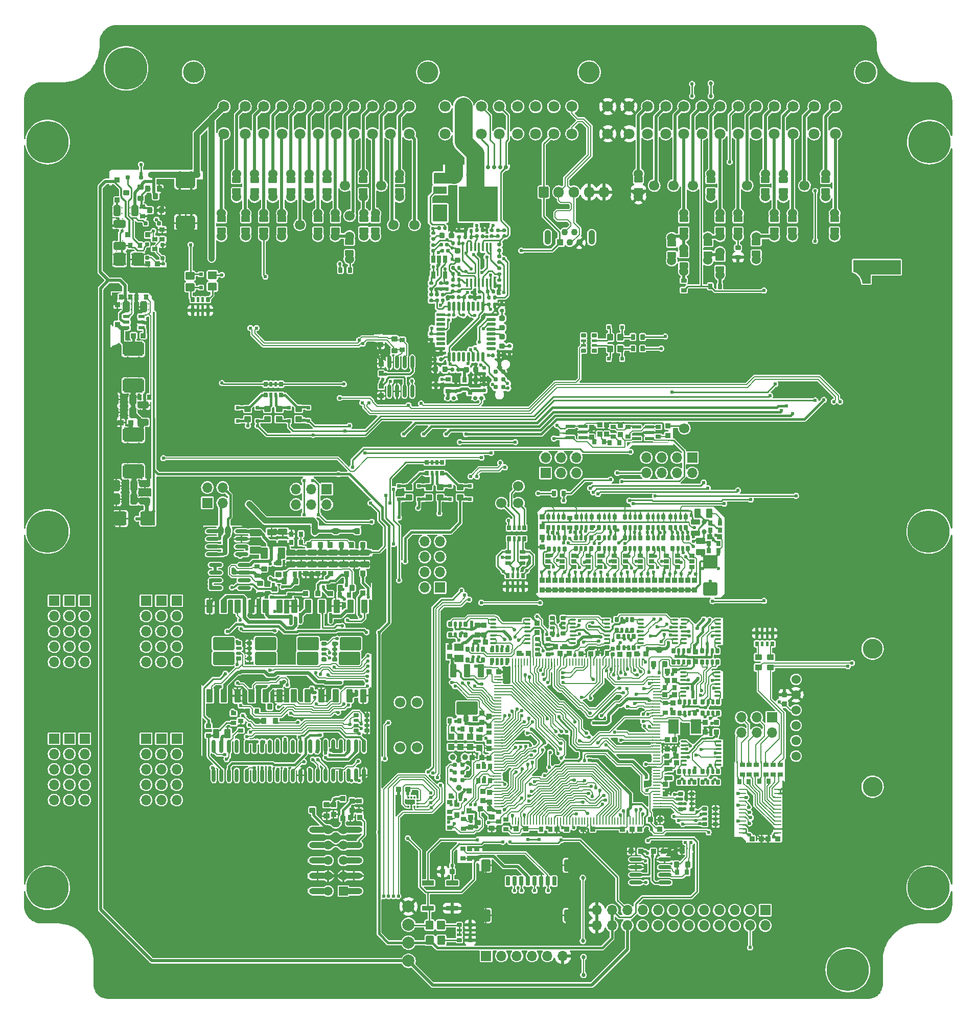
<source format=gtl>
G75*
G70*
%OFA0B0*%
%FSLAX25Y25*%
%IPPOS*%
%LPD*%
%AMOC8*
5,1,8,0,0,1.08239X$1,22.5*
%
%AMM147*
21,1,0.027560,0.030710,-0.000000,0.000000,180.000000*
21,1,0.022050,0.036220,-0.000000,0.000000,180.000000*
1,1,0.005510,0.015350,0.011020*
1,1,0.005510,0.015350,-0.011020*
1,1,0.005510,-0.015350,-0.011020*
1,1,0.005510,-0.015350,0.011020*
%
%AMM151*
21,1,0.033470,0.026770,-0.000000,0.000000,0.000000*
21,1,0.026770,0.033470,-0.000000,0.000000,0.000000*
1,1,0.006690,-0.013390,-0.013390*
1,1,0.006690,-0.013390,0.013390*
1,1,0.006690,0.013390,0.013390*
1,1,0.006690,0.013390,-0.013390*
%
%AMM154*
21,1,0.027560,0.030710,-0.000000,0.000000,90.000000*
21,1,0.022050,0.036220,-0.000000,0.000000,90.000000*
1,1,0.005510,0.011020,-0.015350*
1,1,0.005510,-0.011020,-0.015350*
1,1,0.005510,-0.011020,0.015350*
1,1,0.005510,0.011020,0.015350*
%
%AMM156*
21,1,0.033470,0.026770,-0.000000,0.000000,270.000000*
21,1,0.026770,0.033470,-0.000000,0.000000,270.000000*
1,1,0.006690,-0.013390,0.013390*
1,1,0.006690,0.013390,0.013390*
1,1,0.006690,0.013390,-0.013390*
1,1,0.006690,-0.013390,-0.013390*
%
%AMM173*
21,1,0.035430,0.050000,-0.000000,-0.000000,90.000000*
21,1,0.028350,0.057090,-0.000000,-0.000000,90.000000*
1,1,0.007090,-0.025000,-0.014170*
1,1,0.007090,-0.025000,0.014170*
1,1,0.007090,0.025000,0.014170*
1,1,0.007090,0.025000,-0.014170*
%
%AMM174*
21,1,0.086610,0.073230,-0.000000,-0.000000,90.000000*
21,1,0.069290,0.090550,-0.000000,-0.000000,90.000000*
1,1,0.017320,-0.036610,-0.034650*
1,1,0.017320,-0.036610,0.034650*
1,1,0.017320,0.036610,0.034650*
1,1,0.017320,0.036610,-0.034650*
%
%AMM175*
21,1,0.027560,0.030710,-0.000000,-0.000000,270.000000*
21,1,0.022050,0.036220,-0.000000,-0.000000,270.000000*
1,1,0.005510,0.015350,0.011020*
1,1,0.005510,0.015350,-0.011020*
1,1,0.005510,-0.015350,-0.011020*
1,1,0.005510,-0.015350,0.011020*
%
%AMM176*
21,1,0.007870,0.503940,-0.000000,-0.000000,0.000000*
21,1,0.000000,0.511810,-0.000000,-0.000000,0.000000*
1,1,0.007870,0.000000,0.251970*
1,1,0.007870,0.000000,0.251970*
1,1,0.007870,0.000000,-0.251970*
1,1,0.007870,0.000000,-0.251970*
%
%AMM177*
21,1,0.025590,0.026380,-0.000000,-0.000000,180.000000*
21,1,0.020470,0.031500,-0.000000,-0.000000,180.000000*
1,1,0.005120,0.010240,-0.013190*
1,1,0.005120,-0.010240,-0.013190*
1,1,0.005120,-0.010240,0.013190*
1,1,0.005120,0.010240,0.013190*
%
%AMM178*
21,1,0.023620,0.030710,-0.000000,-0.000000,270.000000*
21,1,0.018900,0.035430,-0.000000,-0.000000,270.000000*
1,1,0.004720,0.015350,0.009450*
1,1,0.004720,0.015350,-0.009450*
1,1,0.004720,-0.015350,-0.009450*
1,1,0.004720,-0.015350,0.009450*
%
%AMM179*
21,1,0.033470,0.026770,-0.000000,-0.000000,90.000000*
21,1,0.026770,0.033470,-0.000000,-0.000000,90.000000*
1,1,0.006690,-0.013390,-0.013390*
1,1,0.006690,-0.013390,0.013390*
1,1,0.006690,0.013390,0.013390*
1,1,0.006690,0.013390,-0.013390*
%
%AMM180*
21,1,0.017720,0.027950,-0.000000,-0.000000,180.000000*
21,1,0.014170,0.031500,-0.000000,-0.000000,180.000000*
1,1,0.003540,0.007090,-0.013980*
1,1,0.003540,-0.007090,-0.013980*
1,1,0.003540,-0.007090,0.013980*
1,1,0.003540,0.007090,0.013980*
%
%AMM181*
21,1,0.039370,0.049210,-0.000000,-0.000000,270.000000*
21,1,0.031500,0.057090,-0.000000,-0.000000,270.000000*
1,1,0.007870,0.024610,0.015750*
1,1,0.007870,0.024610,-0.015750*
1,1,0.007870,-0.024610,-0.015750*
1,1,0.007870,-0.024610,0.015750*
%
%AMM182*
21,1,0.027560,0.030710,-0.000000,-0.000000,180.000000*
21,1,0.022050,0.036220,-0.000000,-0.000000,180.000000*
1,1,0.005510,0.011020,-0.015350*
1,1,0.005510,-0.011020,-0.015350*
1,1,0.005510,-0.011020,0.015350*
1,1,0.005510,0.011020,0.015350*
%
%AMM183*
21,1,0.039370,0.049210,-0.000000,-0.000000,0.000000*
21,1,0.031500,0.057090,-0.000000,-0.000000,0.000000*
1,1,0.007870,-0.015750,0.024610*
1,1,0.007870,0.015750,0.024610*
1,1,0.007870,0.015750,-0.024610*
1,1,0.007870,-0.015750,-0.024610*
%
%AMM184*
21,1,0.007870,0.041340,-0.000000,-0.000000,180.000000*
21,1,0.000000,0.049210,-0.000000,-0.000000,180.000000*
1,1,0.007870,0.000000,-0.020670*
1,1,0.007870,0.000000,-0.020670*
1,1,0.007870,0.000000,0.020670*
1,1,0.007870,0.000000,0.020670*
%
%AMM185*
21,1,0.033470,0.026770,-0.000000,-0.000000,0.000000*
21,1,0.026770,0.033470,-0.000000,-0.000000,0.000000*
1,1,0.006690,-0.013390,0.013390*
1,1,0.006690,0.013390,0.013390*
1,1,0.006690,0.013390,-0.013390*
1,1,0.006690,-0.013390,-0.013390*
%
%AMM186*
21,1,0.009840,0.919290,-0.000000,-0.000000,90.000000*
21,1,0.000000,0.929130,-0.000000,-0.000000,90.000000*
1,1,0.009840,-0.459650,0.000000*
1,1,0.009840,-0.459650,0.000000*
1,1,0.009840,0.459650,0.000000*
1,1,0.009840,0.459650,0.000000*
%
%AMM203*
21,1,0.033470,0.026770,-0.000000,-0.000000,180.000000*
21,1,0.026770,0.033470,-0.000000,-0.000000,180.000000*
1,1,0.006690,0.013390,-0.013390*
1,1,0.006690,-0.013390,-0.013390*
1,1,0.006690,-0.013390,0.013390*
1,1,0.006690,0.013390,0.013390*
%
%AMM204*
21,1,0.027560,0.030710,-0.000000,-0.000000,90.000000*
21,1,0.022050,0.036220,-0.000000,-0.000000,90.000000*
1,1,0.005510,-0.015350,-0.011020*
1,1,0.005510,-0.015350,0.011020*
1,1,0.005510,0.015350,0.011020*
1,1,0.005510,0.015350,-0.011020*
%
%AMM205*
21,1,0.015750,0.009840,-0.000000,-0.000000,225.000000*
1,1,0.009840,-0.005570,-0.005570*
1,1,0.009840,0.005570,0.005570*
%
%AMM218*
21,1,0.035430,0.030320,-0.000000,0.000000,0.000000*
21,1,0.028350,0.037400,-0.000000,0.000000,0.000000*
1,1,0.007090,-0.015160,-0.014170*
1,1,0.007090,-0.015160,0.014170*
1,1,0.007090,0.015160,0.014170*
1,1,0.007090,0.015160,-0.014170*
%
%AMM229*
21,1,0.035830,0.026770,-0.000000,0.000000,270.000000*
21,1,0.029130,0.033470,-0.000000,0.000000,270.000000*
1,1,0.006690,-0.014570,0.013390*
1,1,0.006690,0.014570,0.013390*
1,1,0.006690,0.014570,-0.013390*
1,1,0.006690,-0.014570,-0.013390*
%
%AMM252*
21,1,0.007870,0.029130,-0.000000,-0.000000,45.000000*
21,1,0.000000,0.037010,-0.000000,-0.000000,45.000000*
1,1,0.007870,-0.010300,0.010300*
1,1,0.007870,-0.010300,0.010300*
1,1,0.007870,0.010300,-0.010300*
1,1,0.007870,0.010300,-0.010300*
%
%AMM253*
21,1,0.007870,0.014960,-0.000000,-0.000000,315.000000*
21,1,0.000000,0.022840,-0.000000,-0.000000,315.000000*
1,1,0.007870,0.005290,0.005290*
1,1,0.007870,0.005290,0.005290*
1,1,0.007870,-0.005290,-0.005290*
1,1,0.007870,-0.005290,-0.005290*
%
%AMM254*
21,1,0.027560,0.018900,-0.000000,-0.000000,0.000000*
21,1,0.022840,0.023620,-0.000000,-0.000000,0.000000*
1,1,0.004720,-0.011420,0.009450*
1,1,0.004720,0.011420,0.009450*
1,1,0.004720,0.011420,-0.009450*
1,1,0.004720,-0.011420,-0.009450*
%
%AMM255*
21,1,0.035430,0.030320,-0.000000,-0.000000,0.000000*
21,1,0.028350,0.037400,-0.000000,-0.000000,0.000000*
1,1,0.007090,-0.014170,0.015160*
1,1,0.007090,0.014170,0.015160*
1,1,0.007090,0.014170,-0.015160*
1,1,0.007090,-0.014170,-0.015160*
%
%AMM256*
21,1,0.025590,0.026380,-0.000000,-0.000000,90.000000*
21,1,0.020470,0.031500,-0.000000,-0.000000,90.000000*
1,1,0.005120,-0.013190,-0.010240*
1,1,0.005120,-0.013190,0.010240*
1,1,0.005120,0.013190,0.010240*
1,1,0.005120,0.013190,-0.010240*
%
%AMM257*
21,1,0.035830,0.026770,-0.000000,-0.000000,90.000000*
21,1,0.029130,0.033470,-0.000000,-0.000000,90.000000*
1,1,0.006690,-0.013390,-0.014570*
1,1,0.006690,-0.013390,0.014570*
1,1,0.006690,0.013390,0.014570*
1,1,0.006690,0.013390,-0.014570*
%
%AMM258*
21,1,0.137800,0.067720,-0.000000,-0.000000,180.000000*
21,1,0.120870,0.084650,-0.000000,-0.000000,180.000000*
1,1,0.016930,0.060430,-0.033860*
1,1,0.016930,-0.060430,-0.033860*
1,1,0.016930,-0.060430,0.033860*
1,1,0.016930,0.060430,0.033860*
%
%AMM259*
21,1,0.043310,0.075980,-0.000000,-0.000000,180.000000*
21,1,0.034650,0.084650,-0.000000,-0.000000,180.000000*
1,1,0.008660,0.017320,-0.037990*
1,1,0.008660,-0.017320,-0.037990*
1,1,0.008660,-0.017320,0.037990*
1,1,0.008660,0.017320,0.037990*
%
%AMM260*
21,1,0.035430,0.030320,-0.000000,-0.000000,90.000000*
21,1,0.028350,0.037400,-0.000000,-0.000000,90.000000*
1,1,0.007090,-0.015160,-0.014170*
1,1,0.007090,-0.015160,0.014170*
1,1,0.007090,0.015160,0.014170*
1,1,0.007090,0.015160,-0.014170*
%
%AMM261*
21,1,0.007870,0.055120,-0.000000,-0.000000,90.000000*
21,1,0.000000,0.062990,-0.000000,-0.000000,90.000000*
1,1,0.007870,-0.027560,0.000000*
1,1,0.007870,-0.027560,0.000000*
1,1,0.007870,0.027560,0.000000*
1,1,0.007870,0.027560,0.000000*
%
%AMM262*
21,1,0.007870,0.023620,-0.000000,-0.000000,135.000000*
21,1,0.000000,0.031500,-0.000000,-0.000000,135.000000*
1,1,0.007870,-0.008350,-0.008350*
1,1,0.007870,-0.008350,-0.008350*
1,1,0.007870,0.008350,0.008350*
1,1,0.007870,0.008350,0.008350*
%
%AMM263*
21,1,0.007870,0.013780,-0.000000,-0.000000,225.000000*
21,1,0.000000,0.021650,-0.000000,-0.000000,225.000000*
1,1,0.007870,0.004870,-0.004870*
1,1,0.007870,0.004870,-0.004870*
1,1,0.007870,-0.004870,0.004870*
1,1,0.007870,-0.004870,0.004870*
%
%AMM264*
21,1,0.007870,0.039370,-0.000000,-0.000000,225.000000*
21,1,0.000000,0.047240,-0.000000,-0.000000,225.000000*
1,1,0.007870,0.013920,-0.013920*
1,1,0.007870,0.013920,-0.013920*
1,1,0.007870,-0.013920,0.013920*
1,1,0.007870,-0.013920,0.013920*
%
%AMM265*
21,1,0.007870,1.704720,-0.000000,-0.000000,90.000000*
21,1,0.000000,1.712600,-0.000000,-0.000000,90.000000*
1,1,0.007870,-0.852360,0.000000*
1,1,0.007870,-0.852360,0.000000*
1,1,0.007870,0.852360,0.000000*
1,1,0.007870,0.852360,0.000000*
%
%AMM266*
21,1,0.027560,0.030710,-0.000000,-0.000000,0.000000*
21,1,0.022050,0.036220,-0.000000,-0.000000,0.000000*
1,1,0.005510,-0.011020,0.015350*
1,1,0.005510,0.011020,0.015350*
1,1,0.005510,0.011020,-0.015350*
1,1,0.005510,-0.011020,-0.015350*
%
%AMM267*
21,1,0.039370,0.035430,-0.000000,-0.000000,90.000000*
21,1,0.031500,0.043310,-0.000000,-0.000000,90.000000*
1,1,0.007870,-0.017720,-0.015750*
1,1,0.007870,-0.017720,0.015750*
1,1,0.007870,0.017720,0.015750*
1,1,0.007870,0.017720,-0.015750*
%
%AMM268*
21,1,0.007870,1.405510,-0.000000,-0.000000,0.000000*
21,1,0.000000,1.413390,-0.000000,-0.000000,0.000000*
1,1,0.007870,0.000000,0.702760*
1,1,0.007870,0.000000,0.702760*
1,1,0.007870,0.000000,-0.702760*
1,1,0.007870,0.000000,-0.702760*
%
%AMM269*
21,1,0.043310,0.075990,-0.000000,-0.000000,180.000000*
21,1,0.034650,0.084650,-0.000000,-0.000000,180.000000*
1,1,0.008660,0.017320,-0.037990*
1,1,0.008660,-0.017320,-0.037990*
1,1,0.008660,-0.017320,0.037990*
1,1,0.008660,0.017320,0.037990*
%
%AMM270*
21,1,0.023620,0.030710,-0.000000,-0.000000,0.000000*
21,1,0.018900,0.035430,-0.000000,-0.000000,0.000000*
1,1,0.004720,-0.009450,0.015350*
1,1,0.004720,0.009450,0.015350*
1,1,0.004720,0.009450,-0.015350*
1,1,0.004720,-0.009450,-0.015350*
%
%AMM271*
21,1,0.035830,0.026770,-0.000000,-0.000000,0.000000*
21,1,0.029130,0.033470,-0.000000,-0.000000,0.000000*
1,1,0.006690,-0.014570,0.013390*
1,1,0.006690,0.014570,0.013390*
1,1,0.006690,0.014570,-0.013390*
1,1,0.006690,-0.014570,-0.013390*
%
%AMM272*
21,1,0.027560,0.049610,-0.000000,-0.000000,90.000000*
21,1,0.022050,0.055120,-0.000000,-0.000000,90.000000*
1,1,0.005510,-0.024800,-0.011020*
1,1,0.005510,-0.024800,0.011020*
1,1,0.005510,0.024800,0.011020*
1,1,0.005510,0.024800,-0.011020*
%
%AMM273*
21,1,0.017720,0.027950,-0.000000,-0.000000,90.000000*
21,1,0.014170,0.031500,-0.000000,-0.000000,90.000000*
1,1,0.003540,-0.013980,-0.007090*
1,1,0.003540,-0.013980,0.007090*
1,1,0.003540,0.013980,0.007090*
1,1,0.003540,0.013980,-0.007090*
%
%AMM274*
21,1,0.009840,0.017720,-0.000000,-0.000000,0.000000*
21,1,0.000000,0.027560,-0.000000,-0.000000,0.000000*
1,1,0.009840,0.000000,0.008860*
1,1,0.009840,0.000000,0.008860*
1,1,0.009840,0.000000,-0.008860*
1,1,0.009840,0.000000,-0.008860*
%
%AMM275*
21,1,0.007870,1.416930,-0.000000,-0.000000,0.000000*
21,1,0.000000,1.424800,-0.000000,-0.000000,0.000000*
1,1,0.007870,0.000000,0.708470*
1,1,0.007870,0.000000,0.708470*
1,1,0.007870,0.000000,-0.708470*
1,1,0.007870,0.000000,-0.708470*
%
%AMM276*
21,1,0.007870,1.787400,-0.000000,-0.000000,90.000000*
21,1,0.000000,1.795280,-0.000000,-0.000000,90.000000*
1,1,0.007870,-0.893700,0.000000*
1,1,0.007870,-0.893700,0.000000*
1,1,0.007870,0.893700,0.000000*
1,1,0.007870,0.893700,0.000000*
%
%AMM293*
21,1,0.070870,0.036220,-0.000000,0.000000,270.000000*
21,1,0.061810,0.045280,-0.000000,0.000000,270.000000*
1,1,0.009060,-0.030910,0.018110*
1,1,0.009060,0.030910,0.018110*
1,1,0.009060,0.030910,-0.018110*
1,1,0.009060,-0.030910,-0.018110*
%
%AMM298*
21,1,0.035830,0.026770,-0.000000,0.000000,180.000000*
21,1,0.029130,0.033470,-0.000000,0.000000,180.000000*
1,1,0.006690,0.013390,0.014570*
1,1,0.006690,0.013390,-0.014570*
1,1,0.006690,-0.013390,-0.014570*
1,1,0.006690,-0.013390,0.014570*
%
%AMM31*
21,1,0.027560,0.030710,0.000000,0.000000,270.000000*
21,1,0.022050,0.036220,0.000000,0.000000,270.000000*
1,1,0.005510,-0.015350,-0.011020*
1,1,0.005510,-0.015350,0.011020*
1,1,0.005510,0.015350,0.011020*
1,1,0.005510,0.015350,-0.011020*
%
%AMM315*
21,1,0.070870,0.036220,-0.000000,-0.000000,0.000000*
21,1,0.061810,0.045280,-0.000000,-0.000000,0.000000*
1,1,0.009060,-0.030910,0.018110*
1,1,0.009060,0.030910,0.018110*
1,1,0.009060,0.030910,-0.018110*
1,1,0.009060,-0.030910,-0.018110*
%
%AMM316*
21,1,0.070870,0.036220,-0.000000,-0.000000,90.000000*
21,1,0.061810,0.045280,-0.000000,-0.000000,90.000000*
1,1,0.009060,-0.018110,-0.030910*
1,1,0.009060,-0.018110,0.030910*
1,1,0.009060,0.018110,0.030910*
1,1,0.009060,0.018110,-0.030910*
%
%AMM317*
21,1,0.035430,0.030320,-0.000000,-0.000000,270.000000*
21,1,0.028350,0.037400,-0.000000,-0.000000,270.000000*
1,1,0.007090,0.015160,0.014170*
1,1,0.007090,0.015160,-0.014170*
1,1,0.007090,-0.015160,-0.014170*
1,1,0.007090,-0.015160,0.014170*
%
%AMM318*
21,1,0.003940,0.007870,-0.000000,-0.000000,315.000000*
1,1,0.007870,0.001390,-0.001390*
1,1,0.007870,-0.001390,0.001390*
%
%AMM319*
21,1,0.087800,0.007870,-0.000000,-0.000000,225.000000*
1,1,0.007870,-0.031040,-0.031040*
1,1,0.007870,0.031040,0.031040*
%
%AMM320*
21,1,0.035830,0.026770,-0.000000,-0.000000,270.000000*
21,1,0.029130,0.033470,-0.000000,-0.000000,270.000000*
1,1,0.006690,0.013390,0.014570*
1,1,0.006690,0.013390,-0.014570*
1,1,0.006690,-0.013390,-0.014570*
1,1,0.006690,-0.013390,0.014570*
%
%AMM321*
21,1,0.043310,0.075980,-0.000000,-0.000000,0.000000*
21,1,0.034650,0.084650,-0.000000,-0.000000,0.000000*
1,1,0.008660,-0.017320,0.037990*
1,1,0.008660,0.017320,0.037990*
1,1,0.008660,0.017320,-0.037990*
1,1,0.008660,-0.017320,-0.037990*
%
%AMM322*
21,1,0.137800,0.067720,-0.000000,-0.000000,0.000000*
21,1,0.120870,0.084650,-0.000000,-0.000000,0.000000*
1,1,0.016930,-0.060430,0.033860*
1,1,0.016930,0.060430,0.033860*
1,1,0.016930,0.060430,-0.033860*
1,1,0.016930,-0.060430,-0.033860*
%
%AMM323*
21,1,0.043310,0.075990,-0.000000,-0.000000,0.000000*
21,1,0.034650,0.084650,-0.000000,-0.000000,0.000000*
1,1,0.008660,-0.017320,0.037990*
1,1,0.008660,0.017320,0.037990*
1,1,0.008660,0.017320,-0.037990*
1,1,0.008660,-0.017320,-0.037990*
%
%AMM324*
21,1,0.017720,0.027950,-0.000000,-0.000000,270.000000*
21,1,0.014170,0.031500,-0.000000,-0.000000,270.000000*
1,1,0.003540,0.013980,0.007090*
1,1,0.003540,0.013980,-0.007090*
1,1,0.003540,-0.013980,-0.007090*
1,1,0.003540,-0.013980,0.007090*
%
%AMM325*
21,1,0.025590,0.026380,-0.000000,-0.000000,270.000000*
21,1,0.020470,0.031500,-0.000000,-0.000000,270.000000*
1,1,0.005120,0.013190,0.010240*
1,1,0.005120,0.013190,-0.010240*
1,1,0.005120,-0.013190,-0.010240*
1,1,0.005120,-0.013190,0.010240*
%
%AMM326*
21,1,0.031500,0.007870,-0.000000,-0.000000,135.000000*
1,1,0.007870,-0.011140,0.011140*
1,1,0.007870,0.011140,-0.011140*
%
%AMM336*
21,1,0.007870,0.078350,-0.000000,0.000000,225.000000*
21,1,0.000000,0.086220,-0.000000,0.000000,225.000000*
1,1,0.007870,0.027700,0.027700*
1,1,0.007870,0.027700,0.027700*
1,1,0.007870,-0.027700,-0.027700*
1,1,0.007870,-0.027700,-0.027700*
%
%AMM337*
21,1,0.007870,0.643700,-0.000000,0.000000,0.000000*
21,1,0.000000,0.651580,-0.000000,0.000000,0.000000*
1,1,0.007870,-0.321850,0.000000*
1,1,0.007870,-0.321850,0.000000*
1,1,0.007870,0.321850,0.000000*
1,1,0.007870,0.321850,0.000000*
%
%AMM338*
21,1,0.007870,0.287010,-0.000000,0.000000,270.000000*
21,1,0.000000,0.294880,-0.000000,0.000000,270.000000*
1,1,0.007870,0.000000,0.143500*
1,1,0.007870,0.000000,0.143500*
1,1,0.007870,0.000000,-0.143500*
1,1,0.007870,0.000000,-0.143500*
%
%AMM343*
21,1,0.035430,0.030320,-0.000000,0.000000,90.000000*
21,1,0.028350,0.037400,-0.000000,0.000000,90.000000*
1,1,0.007090,0.014170,-0.015160*
1,1,0.007090,-0.014170,-0.015160*
1,1,0.007090,-0.014170,0.015160*
1,1,0.007090,0.014170,0.015160*
%
%AMM344*
21,1,0.007870,0.080320,-0.000000,0.000000,315.000000*
21,1,0.000000,0.088190,-0.000000,0.000000,315.000000*
1,1,0.007870,-0.028400,0.028400*
1,1,0.007870,-0.028400,0.028400*
1,1,0.007870,0.028400,-0.028400*
1,1,0.007870,0.028400,-0.028400*
%
%AMM345*
21,1,0.035830,0.026770,-0.000000,0.000000,90.000000*
21,1,0.029130,0.033470,-0.000000,0.000000,90.000000*
1,1,0.006690,0.014570,-0.013390*
1,1,0.006690,-0.014570,-0.013390*
1,1,0.006690,-0.014570,0.013390*
1,1,0.006690,0.014570,0.013390*
%
%AMM346*
21,1,0.007870,0.400390,-0.000000,0.000000,90.000000*
21,1,0.000000,0.408270,-0.000000,0.000000,90.000000*
1,1,0.007870,0.000000,-0.200200*
1,1,0.007870,0.000000,-0.200200*
1,1,0.007870,0.000000,0.200200*
1,1,0.007870,0.000000,0.200200*
%
%AMM347*
21,1,0.007870,0.640160,-0.000000,0.000000,0.000000*
21,1,0.000000,0.648030,-0.000000,0.000000,0.000000*
1,1,0.007870,-0.320080,0.000000*
1,1,0.007870,-0.320080,0.000000*
1,1,0.007870,0.320080,0.000000*
1,1,0.007870,0.320080,0.000000*
%
%AMM350*
21,1,0.035430,0.030320,0.000000,-0.000000,90.000000*
21,1,0.028350,0.037400,0.000000,-0.000000,90.000000*
1,1,0.007090,-0.014170,0.015160*
1,1,0.007090,0.014170,0.015160*
1,1,0.007090,0.014170,-0.015160*
1,1,0.007090,-0.014170,-0.015160*
%
%AMM351*
21,1,0.033470,0.026770,0.000000,-0.000000,270.000000*
21,1,0.026770,0.033470,0.000000,-0.000000,270.000000*
1,1,0.006690,0.013390,-0.013390*
1,1,0.006690,-0.013390,-0.013390*
1,1,0.006690,-0.013390,0.013390*
1,1,0.006690,0.013390,0.013390*
%
%AMM352*
21,1,0.027560,0.030710,0.000000,-0.000000,90.000000*
21,1,0.022050,0.036220,0.000000,-0.000000,90.000000*
1,1,0.005510,-0.011020,0.015350*
1,1,0.005510,0.011020,0.015350*
1,1,0.005510,0.011020,-0.015350*
1,1,0.005510,-0.011020,-0.015350*
%
%AMM358*
21,1,0.021650,0.052760,-0.000000,-0.000000,90.000000*
21,1,0.017320,0.057090,-0.000000,-0.000000,90.000000*
1,1,0.004330,-0.026380,-0.008660*
1,1,0.004330,-0.026380,0.008660*
1,1,0.004330,0.026380,0.008660*
1,1,0.004330,0.026380,-0.008660*
%
%AMM360*
21,1,0.094490,0.111020,-0.000000,0.000000,270.000000*
21,1,0.075590,0.129920,-0.000000,0.000000,270.000000*
1,1,0.018900,-0.037800,0.055510*
1,1,0.018900,0.037800,0.055510*
1,1,0.018900,0.037800,-0.055510*
1,1,0.018900,-0.037800,-0.055510*
%
%AMM361*
21,1,0.023620,0.018900,-0.000000,0.000000,0.000000*
21,1,0.018900,0.023620,-0.000000,0.000000,0.000000*
1,1,0.004720,-0.009450,-0.009450*
1,1,0.004720,-0.009450,0.009450*
1,1,0.004720,0.009450,0.009450*
1,1,0.004720,0.009450,-0.009450*
%
%AMM362*
21,1,0.023620,0.018900,-0.000000,0.000000,270.000000*
21,1,0.018900,0.023620,-0.000000,0.000000,270.000000*
1,1,0.004720,-0.009450,0.009450*
1,1,0.004720,0.009450,0.009450*
1,1,0.004720,0.009450,-0.009450*
1,1,0.004720,-0.009450,-0.009450*
%
%AMM363*
21,1,0.047240,0.015750,-0.000000,0.000000,225.000000*
1,1,0.015750,0.016700,-0.016700*
1,1,0.015750,-0.016700,0.016700*
%
%AMM364*
21,1,0.033470,0.026770,-0.000000,0.000000,180.000000*
21,1,0.026770,0.033470,-0.000000,0.000000,180.000000*
1,1,0.006690,0.013390,0.013390*
1,1,0.006690,0.013390,-0.013390*
1,1,0.006690,-0.013390,-0.013390*
1,1,0.006690,-0.013390,0.013390*
%
%AMM365*
21,1,0.078740,0.070870,-0.000000,0.000000,0.000000*
21,1,0.062990,0.086610,-0.000000,0.000000,0.000000*
1,1,0.015750,-0.035430,-0.031500*
1,1,0.015750,-0.035430,0.031500*
1,1,0.015750,0.035430,0.031500*
1,1,0.015750,0.035430,-0.031500*
%
%AMM366*
21,1,0.051180,0.068500,-0.000000,0.000000,270.000000*
21,1,0.040950,0.078740,-0.000000,0.000000,270.000000*
1,1,0.010240,-0.020470,0.034250*
1,1,0.010240,0.020470,0.034250*
1,1,0.010240,0.020470,-0.034250*
1,1,0.010240,-0.020470,-0.034250*
%
%AMM373*
21,1,0.070870,0.036220,-0.000000,0.000000,180.000000*
21,1,0.061810,0.045280,-0.000000,0.000000,180.000000*
1,1,0.009060,0.018110,0.030910*
1,1,0.009060,0.018110,-0.030910*
1,1,0.009060,-0.018110,-0.030910*
1,1,0.009060,-0.018110,0.030910*
%
%AMM374*
21,1,0.086610,0.073230,-0.000000,0.000000,180.000000*
21,1,0.069290,0.090550,-0.000000,0.000000,180.000000*
1,1,0.017320,0.036610,0.034650*
1,1,0.017320,0.036610,-0.034650*
1,1,0.017320,-0.036610,-0.034650*
1,1,0.017320,-0.036610,0.034650*
%
%AMM375*
21,1,0.021650,0.038980,-0.000000,0.000000,90.000000*
21,1,0.017320,0.043310,-0.000000,0.000000,90.000000*
1,1,0.004330,0.008660,-0.019490*
1,1,0.004330,-0.008660,-0.019490*
1,1,0.004330,-0.008660,0.019490*
1,1,0.004330,0.008660,0.019490*
%
%AMM376*
21,1,0.092520,0.119290,-0.000000,0.000000,270.000000*
21,1,0.074020,0.137800,-0.000000,0.000000,270.000000*
1,1,0.018500,-0.037010,0.059650*
1,1,0.018500,0.037010,0.059650*
1,1,0.018500,0.037010,-0.059650*
1,1,0.018500,-0.037010,-0.059650*
%
%AMM77*
21,1,0.078740,0.045670,0.000000,0.000000,270.000000*
21,1,0.067320,0.057090,0.000000,0.000000,270.000000*
1,1,0.011420,-0.022840,-0.033660*
1,1,0.011420,-0.022840,0.033660*
1,1,0.011420,0.022840,0.033660*
1,1,0.011420,0.022840,-0.033660*
%
%AMM78*
21,1,0.059060,0.020470,0.000000,0.000000,270.000000*
21,1,0.053940,0.025590,0.000000,0.000000,270.000000*
1,1,0.005120,-0.010240,-0.026970*
1,1,0.005120,-0.010240,0.026970*
1,1,0.005120,0.010240,0.026970*
1,1,0.005120,0.010240,-0.026970*
%
%AMM79*
21,1,0.033470,0.026770,0.000000,0.000000,90.000000*
21,1,0.026770,0.033470,0.000000,0.000000,90.000000*
1,1,0.006690,0.013390,0.013390*
1,1,0.006690,0.013390,-0.013390*
1,1,0.006690,-0.013390,-0.013390*
1,1,0.006690,-0.013390,0.013390*
%
%ADD105O,0.36220X0.00787*%
%ADD106R,0.01968X0.01968*%
%ADD108O,0.56890X0.01969*%
%ADD109R,0.03543X0.03150*%
%ADD11O,0.12205X0.00787*%
%ADD112O,0.01968X0.50000*%
%ADD114O,0.01969X0.00984*%
%ADD12O,0.05118X0.00866*%
%ADD120R,0.19882X0.00984*%
%ADD125C,0.02756*%
%ADD126O,0.11811X0.01969*%
%ADD127C,0.07087*%
%ADD128R,0.05906X0.05118*%
%ADD131O,0.04724X0.01969*%
%ADD132O,0.04331X0.09449*%
%ADD137O,0.00787X0.16732*%
%ADD14O,0.01969X0.44882*%
%ADD142O,0.03937X0.05906*%
%ADD143C,0.02362*%
%ADD145R,0.03740X0.00984*%
%ADD146O,0.02362X0.08661*%
%ADD150C,0.05906*%
%ADD152O,0.06693X0.00787*%
%ADD153C,0.13780*%
%ADD154O,0.00787X0.25591*%
%ADD157R,0.01476X0.01378*%
%ADD159O,0.01969X0.00787*%
%ADD160O,0.06693X0.06693*%
%ADD161O,0.21260X0.01575*%
%ADD163C,0.00800*%
%ADD165M78*%
%ADD167C,0.03937*%
%ADD169O,0.01968X0.00984*%
%ADD170O,0.00787X0.54331*%
%ADD174O,0.01575X1.39370*%
%ADD175O,0.01575X0.35433*%
%ADD18O,0.00984X0.40157*%
%ADD183O,0.00787X0.56693*%
%ADD186O,0.06693X0.07283*%
%ADD189O,0.00787X0.34744*%
%ADD198M31*%
%ADD199O,0.00984X0.01968*%
%ADD20M79*%
%ADD208C,0.13000*%
%ADD21R,0.12205X0.00984*%
%ADD216O,0.00984X0.01969*%
%ADD217O,0.01969X0.11811*%
%ADD227C,0.00394*%
%ADD238O,0.00787X0.22323*%
%ADD239R,0.01378X0.01476*%
%ADD240R,0.08858X0.00984*%
%ADD245O,0.28346X0.01575*%
%ADD247O,0.38583X0.01575*%
%ADD25C,0.02000*%
%ADD250O,0.00787X1.01772*%
%ADD254R,0.03150X0.03543*%
%ADD256O,0.03150X0.02362*%
%ADD258R,0.06693X0.09449*%
%ADD26C,0.01969*%
%ADD263O,0.00787X0.43701*%
%ADD265C,0.00984*%
%ADD267C,0.06000*%
%ADD269O,0.01575X1.18110*%
%ADD27O,0.34428X0.03937*%
%ADD270C,0.03150*%
%ADD272O,0.26772X0.00787*%
%ADD273O,0.04961X0.00984*%
%ADD274C,0.01000*%
%ADD276C,0.27559*%
%ADD28C,0.01575*%
%ADD281O,0.03937X0.01968*%
%ADD285R,0.04331X0.04331*%
%ADD29O,0.56890X0.01968*%
%ADD291C,0.04331*%
%ADD292O,0.01968X0.03937*%
%ADD293O,0.00984X0.40158*%
%ADD298O,0.00787X0.16339*%
%ADD303C,0.01968*%
%ADD304O,0.00787X0.26772*%
%ADD306O,0.00787X0.14173*%
%ADD311O,0.08661X0.02362*%
%ADD315O,0.00787X0.01575*%
%ADD316R,0.11614X0.00984*%
%ADD317O,0.22835X0.00984*%
%ADD321O,0.00866X0.05118*%
%ADD324O,0.68504X0.01575*%
%ADD325O,0.44587X0.00787*%
%ADD327O,0.04724X0.01968*%
%ADD331C,0.03900*%
%ADD339M147*%
%ADD343M151*%
%ADD346M154*%
%ADD348M156*%
%ADD35O,0.01968X0.11811*%
%ADD365M173*%
%ADD366M174*%
%ADD367M175*%
%ADD368M176*%
%ADD369M177*%
%ADD37C,0.03100*%
%ADD370M178*%
%ADD371M179*%
%ADD372M180*%
%ADD373M181*%
%ADD374M182*%
%ADD375M183*%
%ADD376M184*%
%ADD377M185*%
%ADD378M186*%
%ADD399M203*%
%ADD400M204*%
%ADD401M205*%
%ADD414M218*%
%ADD427M229*%
%ADD43C,0.06693*%
%ADD44O,0.04331X0.01181*%
%ADD45C,0.07874*%
%ADD454M252*%
%ADD455M253*%
%ADD456M254*%
%ADD457M255*%
%ADD458M256*%
%ADD459M257*%
%ADD460M258*%
%ADD461M259*%
%ADD462M260*%
%ADD463M261*%
%ADD464M262*%
%ADD465M263*%
%ADD466M264*%
%ADD467M265*%
%ADD468M266*%
%ADD469M267*%
%ADD47R,0.00984X1.54528*%
%ADD470M268*%
%ADD471M269*%
%ADD472M270*%
%ADD473M271*%
%ADD474M272*%
%ADD475M273*%
%ADD476M274*%
%ADD477M275*%
%ADD478M276*%
%ADD48O,0.43701X0.00787*%
%ADD501M293*%
%ADD51R,0.06693X0.06693*%
%ADD512M298*%
%ADD532M315*%
%ADD533M316*%
%ADD534M317*%
%ADD535M318*%
%ADD536M319*%
%ADD537M320*%
%ADD538M321*%
%ADD539M322*%
%ADD540M323*%
%ADD541M324*%
%ADD542M325*%
%ADD543M326*%
%ADD553M336*%
%ADD554M337*%
%ADD555M338*%
%ADD56O,1.01181X0.00787*%
%ADD560O,0.11221X0.04016*%
%ADD561M343*%
%ADD562M344*%
%ADD563M345*%
%ADD564M346*%
%ADD565M347*%
%ADD569M350*%
%ADD570M351*%
%ADD571M352*%
%ADD577M358*%
%ADD579M360*%
%ADD580M361*%
%ADD581M362*%
%ADD582O,0.36221X0.00787*%
%ADD583O,0.01968X0.00787*%
%ADD584M363*%
%ADD585M364*%
%ADD586M365*%
%ADD587M366*%
%ADD588O,0.34429X0.03937*%
%ADD596M373*%
%ADD597M374*%
%ADD598O,0.28347X0.01575*%
%ADD599O,0.11811X0.01968*%
%ADD60C,0.05118*%
%ADD600M375*%
%ADD601M376*%
%ADD606R,0.02559X0.04803*%
%ADD607R,0.01772X0.05709*%
%ADD608R,0.08661X0.04724*%
%ADD609R,0.25197X0.22835*%
%ADD61C,0.02400*%
%ADD64C,0.01181*%
%ADD65C,0.00787*%
%ADD69O,0.01969X0.03937*%
%ADD77C,0.01180*%
%ADD83O,0.01968X0.44882*%
%ADD84C,0.11811*%
%ADD86O,0.22323X0.00787*%
%ADD88C,0.02700*%
%ADD92M77*%
%ADD93O,0.01575X0.19685*%
%ADD95R,0.05906X0.05906*%
%ADD96O,0.01575X0.38583*%
%ADD97O,0.01969X0.50000*%
X0000000Y0000000D02*
%LPD*%
G01*
D227*
X0572050Y0481918D02*
X0572050Y0472862D01*
X0572050Y0472862D02*
X0552759Y0472862D01*
X0552759Y0472862D02*
X0552562Y0472823D01*
X0552562Y0472823D02*
X0552404Y0472666D01*
X0552404Y0472666D02*
X0552365Y0472469D01*
X0552365Y0472469D02*
X0552365Y0466957D01*
X0552365Y0466957D02*
X0547247Y0466957D01*
X0547247Y0466957D02*
X0547247Y0467351D01*
X0547247Y0467351D02*
X0547168Y0468059D01*
X0547168Y0468059D02*
X0547011Y0468886D01*
X0547011Y0468886D02*
X0546735Y0469713D01*
X0546735Y0469713D02*
X0546538Y0470225D01*
X0546538Y0470225D02*
X0546184Y0470933D01*
X0546184Y0470933D02*
X0545751Y0471603D01*
X0545751Y0471603D02*
X0545200Y0472311D01*
X0545200Y0472311D02*
X0544452Y0473059D01*
X0544452Y0473059D02*
X0543979Y0473414D01*
X0543979Y0473414D02*
X0543349Y0473847D01*
X0543349Y0473847D02*
X0542562Y0474280D01*
X0542562Y0474280D02*
X0541814Y0474595D01*
X0541814Y0474595D02*
X0541341Y0474752D01*
X0541341Y0474752D02*
X0541341Y0481918D01*
X0541341Y0481918D02*
X0572050Y0481918D01*
G36*
X0572050Y0472862D02*
G01*
X0552759Y0472862D01*
X0552562Y0472823D01*
X0552404Y0472666D01*
X0552365Y0472469D01*
X0552365Y0466957D01*
X0547247Y0466957D01*
X0547247Y0467351D01*
X0547168Y0468059D01*
X0547011Y0468886D01*
X0546735Y0469713D01*
X0546538Y0470225D01*
X0546184Y0470933D01*
X0545751Y0471603D01*
X0545200Y0472311D01*
X0544452Y0473059D01*
X0543979Y0473414D01*
X0543349Y0473847D01*
X0542562Y0474280D01*
X0541814Y0474595D01*
X0541341Y0474752D01*
X0541341Y0481918D01*
X0572050Y0481918D01*
X0572050Y0472862D01*
G37*
X0572050Y0472862D02*
X0552759Y0472862D01*
X0552562Y0472823D01*
X0552404Y0472666D01*
X0552365Y0472469D01*
X0552365Y0466957D01*
X0547247Y0466957D01*
X0547247Y0467351D01*
X0547168Y0468059D01*
X0547011Y0468886D01*
X0546735Y0469713D01*
X0546538Y0470225D01*
X0546184Y0470933D01*
X0545751Y0471603D01*
X0545200Y0472311D01*
X0544452Y0473059D01*
X0543979Y0473414D01*
X0543349Y0473847D01*
X0542562Y0474280D01*
X0541814Y0474595D01*
X0541341Y0474752D01*
X0541341Y0481918D01*
X0572050Y0481918D01*
X0572050Y0472862D01*
G36*
G01*
X0205360Y0474059D02*
X0205360Y0477129D01*
G75*
G02*
X0205635Y0477405I0000276J0000000D01*
G01*
X0207840Y0477405D01*
G75*
G02*
X0208116Y0477129I0000000J-000276D01*
G01*
X0208116Y0474059D01*
G75*
G02*
X0207840Y0473783I-000276J0000000D01*
G01*
X0205635Y0473783D01*
G75*
G02*
X0205360Y0474059I0000000J0000276D01*
G01*
G37*
G36*
G01*
X0211659Y0474059D02*
X0211659Y0477129D01*
G75*
G02*
X0211934Y0477405I0000276J0000000D01*
G01*
X0214139Y0477405D01*
G75*
G02*
X0214415Y0477129I0000000J-000276D01*
G01*
X0214415Y0474059D01*
G75*
G02*
X0214139Y0473783I-000276J0000000D01*
G01*
X0211934Y0473783D01*
G75*
G02*
X0211659Y0474059I0000000J0000276D01*
G01*
G37*
G36*
G01*
X0446697Y0463406D02*
X0446697Y0466476D01*
G75*
G02*
X0446972Y0466752I0000276J0000000D01*
G01*
X0449177Y0466752D01*
G75*
G02*
X0449453Y0466476I0000000J-000276D01*
G01*
X0449453Y0463406D01*
G75*
G02*
X0449177Y0463130I-000276J0000000D01*
G01*
X0446972Y0463130D01*
G75*
G02*
X0446697Y0463406I0000000J0000276D01*
G01*
G37*
G36*
G01*
X0452996Y0463406D02*
X0452996Y0466476D01*
G75*
G02*
X0453271Y0466752I0000276J0000000D01*
G01*
X0455476Y0466752D01*
G75*
G02*
X0455752Y0466476I0000000J-000276D01*
G01*
X0455752Y0463406D01*
G75*
G02*
X0455476Y0463130I-000276J0000000D01*
G01*
X0453271Y0463130D01*
G75*
G02*
X0452996Y0463406I0000000J0000276D01*
G01*
G37*
G36*
G01*
X0432287Y0461024D02*
X0429216Y0461024D01*
G75*
G02*
X0428941Y0461299I0000000J0000276D01*
G01*
X0428941Y0463504D01*
G75*
G02*
X0429216Y0463780I0000276J0000000D01*
G01*
X0432287Y0463780D01*
G75*
G02*
X0432563Y0463504I0000000J-000276D01*
G01*
X0432563Y0461299D01*
G75*
G02*
X0432287Y0461024I-000276J0000000D01*
G01*
G37*
G36*
G01*
X0432287Y0467323D02*
X0429216Y0467323D01*
G75*
G02*
X0428941Y0467598I0000000J0000276D01*
G01*
X0428941Y0469803D01*
G75*
G02*
X0429216Y0470079I0000276J0000000D01*
G01*
X0432287Y0470079D01*
G75*
G02*
X0432563Y0469803I0000000J-000276D01*
G01*
X0432563Y0467598D01*
G75*
G02*
X0432287Y0467323I-000276J0000000D01*
G01*
G37*
D217*
X0354594Y0045826D03*
D97*
X0357547Y0074910D03*
D131*
X0355972Y0050845D03*
D324*
X0324082Y0099172D03*
D14*
X0299673Y0062607D03*
D108*
X0327114Y0040806D03*
D143*
X0297507Y0092873D03*
X0303708Y0073562D03*
X0353724Y0073597D03*
X0320342Y0070924D03*
X0324968Y0070924D03*
X0333531Y0070924D03*
X0342291Y0070924D03*
G36*
G01*
X0315497Y0299078D02*
X0315497Y0301716D01*
G75*
G02*
X0315753Y0301972I0000256J0000000D01*
G01*
X0317801Y0301972D01*
G75*
G02*
X0318057Y0301716I0000000J-000256D01*
G01*
X0318057Y0299078D01*
G75*
G02*
X0317801Y0298822I-000256J0000000D01*
G01*
X0315753Y0298822D01*
G75*
G02*
X0315497Y0299078I0000000J0000256D01*
G01*
G37*
G36*
G01*
X0319336Y0299000D02*
X0319336Y0301795D01*
G75*
G02*
X0319513Y0301972I0000177J0000000D01*
G01*
X0320931Y0301972D01*
G75*
G02*
X0321108Y0301795I0000000J-000177D01*
G01*
X0321108Y0299000D01*
G75*
G02*
X0320931Y0298822I-000177J0000000D01*
G01*
X0319513Y0298822D01*
G75*
G02*
X0319336Y0299000I0000000J0000177D01*
G01*
G37*
G36*
G01*
X0322486Y0299000D02*
X0322486Y0301795D01*
G75*
G02*
X0322663Y0301972I0000177J0000000D01*
G01*
X0324080Y0301972D01*
G75*
G02*
X0324257Y0301795I0000000J-000177D01*
G01*
X0324257Y0299000D01*
G75*
G02*
X0324080Y0298822I-000177J0000000D01*
G01*
X0322663Y0298822D01*
G75*
G02*
X0322486Y0299000I0000000J0000177D01*
G01*
G37*
G36*
G01*
X0325537Y0299078D02*
X0325537Y0301716D01*
G75*
G02*
X0325793Y0301972I0000256J0000000D01*
G01*
X0327840Y0301972D01*
G75*
G02*
X0328096Y0301716I0000000J-000256D01*
G01*
X0328096Y0299078D01*
G75*
G02*
X0327840Y0298822I-000256J0000000D01*
G01*
X0325793Y0298822D01*
G75*
G02*
X0325537Y0299078I0000000J0000256D01*
G01*
G37*
G36*
G01*
X0325537Y0306165D02*
X0325537Y0308803D01*
G75*
G02*
X0325793Y0309059I0000256J0000000D01*
G01*
X0327840Y0309059D01*
G75*
G02*
X0328096Y0308803I0000000J-000256D01*
G01*
X0328096Y0306165D01*
G75*
G02*
X0327840Y0305909I-000256J0000000D01*
G01*
X0325793Y0305909D01*
G75*
G02*
X0325537Y0306165I0000000J0000256D01*
G01*
G37*
G36*
G01*
X0322486Y0306086D02*
X0322486Y0308881D01*
G75*
G02*
X0322663Y0309059I0000177J0000000D01*
G01*
X0324080Y0309059D01*
G75*
G02*
X0324257Y0308881I0000000J-000177D01*
G01*
X0324257Y0306086D01*
G75*
G02*
X0324080Y0305909I-000177J0000000D01*
G01*
X0322663Y0305909D01*
G75*
G02*
X0322486Y0306086I0000000J0000177D01*
G01*
G37*
G36*
G01*
X0319336Y0306086D02*
X0319336Y0308881D01*
G75*
G02*
X0319513Y0309059I0000177J0000000D01*
G01*
X0320931Y0309059D01*
G75*
G02*
X0321108Y0308881I0000000J-000177D01*
G01*
X0321108Y0306086D01*
G75*
G02*
X0320931Y0305909I-000177J0000000D01*
G01*
X0319513Y0305909D01*
G75*
G02*
X0319336Y0306086I0000000J0000177D01*
G01*
G37*
G36*
G01*
X0315497Y0306165D02*
X0315497Y0308803D01*
G75*
G02*
X0315753Y0309059I0000256J0000000D01*
G01*
X0317801Y0309059D01*
G75*
G02*
X0318057Y0308803I0000000J-000256D01*
G01*
X0318057Y0306165D01*
G75*
G02*
X0317801Y0305909I-000256J0000000D01*
G01*
X0315753Y0305909D01*
G75*
G02*
X0315497Y0306165I0000000J0000256D01*
G01*
G37*
D114*
X0351810Y0365998D03*
X0351810Y0369443D03*
X0351810Y0372198D03*
X0421987Y0373970D03*
X0421987Y0364521D03*
D51*
X0040000Y0260000D03*
D160*
X0040000Y0250000D03*
X0040000Y0240000D03*
X0040000Y0230000D03*
X0040000Y0220000D03*
G36*
G01*
X0206007Y0499409D02*
X0201085Y0499409D01*
G75*
G02*
X0200692Y0499803I0000000J0000394D01*
G01*
X0200692Y0502953D01*
G75*
G02*
X0201085Y0503346I0000394J0000000D01*
G01*
X0206007Y0503346D01*
G75*
G02*
X0206400Y0502953I0000000J-000394D01*
G01*
X0206400Y0499803D01*
G75*
G02*
X0206007Y0499409I-000394J0000000D01*
G01*
G37*
D267*
X0203546Y0497618D03*
G36*
G01*
X0206007Y0506890D02*
X0201085Y0506890D01*
G75*
G02*
X0200692Y0507284I0000000J0000394D01*
G01*
X0200692Y0510433D01*
G75*
G02*
X0201085Y0510827I0000394J0000000D01*
G01*
X0206007Y0510827D01*
G75*
G02*
X0206400Y0510433I0000000J-000394D01*
G01*
X0206400Y0507284D01*
G75*
G02*
X0206007Y0506890I-000394J0000000D01*
G01*
G37*
X0203546Y0512618D03*
D43*
X0256736Y0193720D03*
X0233508Y0530709D03*
G36*
G01*
X0292773Y0037322D02*
X0290135Y0037322D01*
G75*
G02*
X0289879Y0037578I0000000J0000256D01*
G01*
X0289879Y0039626D01*
G75*
G02*
X0290135Y0039881I0000256J0000000D01*
G01*
X0292773Y0039881D01*
G75*
G02*
X0293029Y0039626I0000000J-000256D01*
G01*
X0293029Y0037578D01*
G75*
G02*
X0292773Y0037322I-000256J0000000D01*
G01*
G37*
G36*
G01*
X0292852Y0041161D02*
X0290057Y0041161D01*
G75*
G02*
X0289879Y0041338I0000000J0000177D01*
G01*
X0289879Y0042755D01*
G75*
G02*
X0290057Y0042933I0000177J0000000D01*
G01*
X0292852Y0042933D01*
G75*
G02*
X0293029Y0042755I0000000J-000177D01*
G01*
X0293029Y0041338D01*
G75*
G02*
X0292852Y0041161I-000177J0000000D01*
G01*
G37*
G36*
G01*
X0292852Y0044311D02*
X0290057Y0044311D01*
G75*
G02*
X0289879Y0044488I0000000J0000177D01*
G01*
X0289879Y0045905D01*
G75*
G02*
X0290057Y0046082I0000177J0000000D01*
G01*
X0292852Y0046082D01*
G75*
G02*
X0293029Y0045905I0000000J-000177D01*
G01*
X0293029Y0044488D01*
G75*
G02*
X0292852Y0044311I-000177J0000000D01*
G01*
G37*
G36*
G01*
X0292773Y0047362D02*
X0290135Y0047362D01*
G75*
G02*
X0289879Y0047618I0000000J0000256D01*
G01*
X0289879Y0049665D01*
G75*
G02*
X0290135Y0049921I0000256J0000000D01*
G01*
X0292773Y0049921D01*
G75*
G02*
X0293029Y0049665I0000000J-000256D01*
G01*
X0293029Y0047618D01*
G75*
G02*
X0292773Y0047362I-000256J0000000D01*
G01*
G37*
G36*
G01*
X0285686Y0047362D02*
X0283049Y0047362D01*
G75*
G02*
X0282793Y0047618I0000000J0000256D01*
G01*
X0282793Y0049665D01*
G75*
G02*
X0283049Y0049921I0000256J0000000D01*
G01*
X0285686Y0049921D01*
G75*
G02*
X0285942Y0049665I0000000J-000256D01*
G01*
X0285942Y0047618D01*
G75*
G02*
X0285686Y0047362I-000256J0000000D01*
G01*
G37*
G36*
G01*
X0285765Y0044311D02*
X0282970Y0044311D01*
G75*
G02*
X0282793Y0044488I0000000J0000177D01*
G01*
X0282793Y0045905D01*
G75*
G02*
X0282970Y0046082I0000177J0000000D01*
G01*
X0285765Y0046082D01*
G75*
G02*
X0285942Y0045905I0000000J-000177D01*
G01*
X0285942Y0044488D01*
G75*
G02*
X0285765Y0044311I-000177J0000000D01*
G01*
G37*
G36*
G01*
X0285765Y0041161D02*
X0282970Y0041161D01*
G75*
G02*
X0282793Y0041338I0000000J0000177D01*
G01*
X0282793Y0042755D01*
G75*
G02*
X0282970Y0042933I0000177J0000000D01*
G01*
X0285765Y0042933D01*
G75*
G02*
X0285942Y0042755I0000000J-000177D01*
G01*
X0285942Y0041338D01*
G75*
G02*
X0285765Y0041161I-000177J0000000D01*
G01*
G37*
G36*
G01*
X0285686Y0037322D02*
X0283049Y0037322D01*
G75*
G02*
X0282793Y0037578I0000000J0000256D01*
G01*
X0282793Y0039626D01*
G75*
G02*
X0283049Y0039881I0000256J0000000D01*
G01*
X0285686Y0039881D01*
G75*
G02*
X0285942Y0039626I0000000J-000256D01*
G01*
X0285942Y0037578D01*
G75*
G02*
X0285686Y0037322I-000256J0000000D01*
G01*
G37*
G36*
G01*
X0464609Y0491563D02*
X0467680Y0491563D01*
G75*
G02*
X0467956Y0491288I0000000J-000276D01*
G01*
X0467956Y0489083D01*
G75*
G02*
X0467680Y0488807I-000276J0000000D01*
G01*
X0464609Y0488807D01*
G75*
G02*
X0464333Y0489083I0000000J0000276D01*
G01*
X0464333Y0491288D01*
G75*
G02*
X0464609Y0491563I0000276J0000000D01*
G01*
G37*
G36*
G01*
X0464609Y0485264D02*
X0467680Y0485264D01*
G75*
G02*
X0467956Y0484988I0000000J-000276D01*
G01*
X0467956Y0482784D01*
G75*
G02*
X0467680Y0482508I-000276J0000000D01*
G01*
X0464609Y0482508D01*
G75*
G02*
X0464333Y0482784I0000000J0000276D01*
G01*
X0464333Y0484988D01*
G75*
G02*
X0464609Y0485264I0000276J0000000D01*
G01*
G37*
D45*
X0251181Y0025197D03*
G36*
G01*
X0242937Y0135669D02*
X0242937Y0138346D01*
G75*
G02*
X0243271Y0138681I0000335J0000000D01*
G01*
X0245949Y0138681D01*
G75*
G02*
X0246283Y0138346I0000000J-000335D01*
G01*
X0246283Y0135669D01*
G75*
G02*
X0245949Y0135335I-000335J0000000D01*
G01*
X0243271Y0135335D01*
G75*
G02*
X0242937Y0135669I0000000J0000335D01*
G01*
G37*
G36*
G01*
X0249157Y0135669D02*
X0249157Y0138346D01*
G75*
G02*
X0249492Y0138681I0000335J0000000D01*
G01*
X0252169Y0138681D01*
G75*
G02*
X0252504Y0138346I0000000J-000335D01*
G01*
X0252504Y0135669D01*
G75*
G02*
X0252169Y0135335I-000335J0000000D01*
G01*
X0249492Y0135335D01*
G75*
G02*
X0249157Y0135669I0000000J0000335D01*
G01*
G37*
D51*
X0197844Y0332732D03*
D160*
X0197844Y0322732D03*
X0187844Y0332732D03*
X0187844Y0322732D03*
X0177844Y0332732D03*
X0177844Y0322732D03*
D267*
X0454374Y0487382D03*
G36*
G01*
X0451913Y0485591D02*
X0456834Y0485591D01*
G75*
G02*
X0457228Y0485197I0000000J-000394D01*
G01*
X0457228Y0482047D01*
G75*
G02*
X0456834Y0481654I-000394J0000000D01*
G01*
X0451913Y0481654D01*
G75*
G02*
X0451520Y0482047I0000000J0000394D01*
G01*
X0451520Y0485197D01*
G75*
G02*
X0451913Y0485591I0000394J0000000D01*
G01*
G37*
X0454374Y0472382D03*
G36*
G01*
X0451913Y0478110D02*
X0456834Y0478110D01*
G75*
G02*
X0457228Y0477716I0000000J-000394D01*
G01*
X0457228Y0474567D01*
G75*
G02*
X0456834Y0474173I-000394J0000000D01*
G01*
X0451913Y0474173D01*
G75*
G02*
X0451520Y0474567I0000000J0000394D01*
G01*
X0451520Y0477716D01*
G75*
G02*
X0451913Y0478110I0000394J0000000D01*
G01*
G37*
D51*
X0090000Y0260000D03*
D160*
X0090000Y0250000D03*
X0090000Y0240000D03*
X0090000Y0230000D03*
X0090000Y0220000D03*
G36*
G01*
X0147386Y0499409D02*
X0142464Y0499409D01*
G75*
G02*
X0142071Y0499803I0000000J0000394D01*
G01*
X0142071Y0502953D01*
G75*
G02*
X0142464Y0503346I0000394J0000000D01*
G01*
X0147386Y0503346D01*
G75*
G02*
X0147779Y0502953I0000000J-000394D01*
G01*
X0147779Y0499803D01*
G75*
G02*
X0147386Y0499409I-000394J0000000D01*
G01*
G37*
D267*
X0144925Y0497618D03*
X0144925Y0512618D03*
G36*
G01*
X0147386Y0506890D02*
X0142464Y0506890D01*
G75*
G02*
X0142071Y0507284I0000000J0000394D01*
G01*
X0142071Y0510433D01*
G75*
G02*
X0142464Y0510827I0000394J0000000D01*
G01*
X0147386Y0510827D01*
G75*
G02*
X0147779Y0510433I0000000J-000394D01*
G01*
X0147779Y0507284D01*
G75*
G02*
X0147386Y0506890I-000394J0000000D01*
G01*
G37*
G36*
G01*
X0226533Y0146771D02*
X0226533Y0146771D01*
G75*
G02*
X0226533Y0146214I-000278J-000278D01*
G01*
X0220325Y0140006D01*
G75*
G02*
X0219768Y0140006I-000278J0000278D01*
G01*
X0219768Y0140006D01*
G75*
G02*
X0219768Y0140563I0000278J0000278D01*
G01*
X0225976Y0146771D01*
G75*
G02*
X0226533Y0146771I0000278J-000278D01*
G01*
G37*
G36*
G01*
X0119604Y0139947D02*
X0119604Y0139947D01*
G75*
G02*
X0119047Y0139947I-000278J0000278D01*
G01*
X0116820Y0142174D01*
G75*
G02*
X0116820Y0142731I0000278J0000278D01*
G01*
X0116820Y0142731D01*
G75*
G02*
X0117377Y0142731I0000278J-000278D01*
G01*
X0119604Y0140504D01*
G75*
G02*
X0119604Y0139947I-000278J-000278D01*
G01*
G37*
D152*
X0223385Y0308076D03*
D137*
X0226338Y0279986D03*
D298*
X0117080Y0150316D03*
D325*
X0164527Y0307840D03*
G36*
G01*
X0226792Y0308206D02*
X0227070Y0307927D01*
G75*
G02*
X0227070Y0307371I-000278J-000278D01*
G01*
X0227070Y0307371D01*
G75*
G02*
X0226514Y0307371I-000278J0000278D01*
G01*
X0226235Y0307649D01*
G75*
G02*
X0226235Y0308206I0000278J0000278D01*
G01*
X0226235Y0308206D01*
G75*
G02*
X0226792Y0308206I0000278J-000278D01*
G01*
G37*
D183*
X0226332Y0174786D03*
D189*
X0226332Y0243126D03*
D250*
X0117086Y0255872D03*
D306*
X0226929Y0300891D03*
D56*
X0169744Y0140222D03*
D142*
X0128573Y0305562D03*
X0133517Y0305562D03*
X0190112Y0305562D03*
D256*
X0225761Y0291797D03*
G36*
G01*
X0165102Y0525000D02*
X0160181Y0525000D01*
G75*
G02*
X0159787Y0525394I0000000J0000394D01*
G01*
X0159787Y0528543D01*
G75*
G02*
X0160181Y0528937I0000394J0000000D01*
G01*
X0165102Y0528937D01*
G75*
G02*
X0165496Y0528543I0000000J-000394D01*
G01*
X0165496Y0525394D01*
G75*
G02*
X0165102Y0525000I-000394J0000000D01*
G01*
G37*
D267*
X0162642Y0523209D03*
X0162642Y0538209D03*
G36*
G01*
X0165102Y0532480D02*
X0160181Y0532480D01*
G75*
G02*
X0159787Y0532874I0000000J0000394D01*
G01*
X0159787Y0536024D01*
G75*
G02*
X0160181Y0536417I0000394J0000000D01*
G01*
X0165102Y0536417D01*
G75*
G02*
X0165496Y0536024I0000000J-000394D01*
G01*
X0165496Y0532874D01*
G75*
G02*
X0165102Y0532480I-000394J0000000D01*
G01*
G37*
G36*
G01*
X0267635Y0041043D02*
X0267635Y0036161D01*
G75*
G02*
X0267123Y0035649I-000512J0000000D01*
G01*
X0263029Y0035649D01*
G75*
G02*
X0262517Y0036161I0000000J0000512D01*
G01*
X0262517Y0041043D01*
G75*
G02*
X0263029Y0041555I0000512J0000000D01*
G01*
X0267123Y0041555D01*
G75*
G02*
X0267635Y0041043I0000000J-000512D01*
G01*
G37*
G36*
G01*
X0275116Y0041043D02*
X0275116Y0036161D01*
G75*
G02*
X0274604Y0035649I-000512J0000000D01*
G01*
X0270509Y0035649D01*
G75*
G02*
X0269997Y0036161I0000000J0000512D01*
G01*
X0269997Y0041043D01*
G75*
G02*
X0270509Y0041555I0000512J0000000D01*
G01*
X0274604Y0041555D01*
G75*
G02*
X0275116Y0041043I0000000J-000512D01*
G01*
G37*
D43*
X0256736Y0164192D03*
G36*
G01*
X0433212Y0499390D02*
X0428291Y0499390D01*
G75*
G02*
X0427897Y0499783I0000000J0000394D01*
G01*
X0427897Y0502933D01*
G75*
G02*
X0428291Y0503327I0000394J0000000D01*
G01*
X0433212Y0503327D01*
G75*
G02*
X0433606Y0502933I0000000J-000394D01*
G01*
X0433606Y0499783D01*
G75*
G02*
X0433212Y0499390I-000394J0000000D01*
G01*
G37*
D267*
X0430752Y0497598D03*
G36*
G01*
X0433212Y0506870D02*
X0428291Y0506870D01*
G75*
G02*
X0427897Y0507264I0000000J0000394D01*
G01*
X0427897Y0510413D01*
G75*
G02*
X0428291Y0510807I0000394J0000000D01*
G01*
X0433212Y0510807D01*
G75*
G02*
X0433606Y0510413I0000000J-000394D01*
G01*
X0433606Y0507264D01*
G75*
G02*
X0433212Y0506870I-000394J0000000D01*
G01*
G37*
X0430752Y0512598D03*
G36*
G01*
X0246103Y0335790D02*
X0246103Y0333901D01*
G75*
G02*
X0245867Y0333664I-000236J0000000D01*
G01*
X0243977Y0333664D01*
G75*
G02*
X0243741Y0333901I0000000J0000236D01*
G01*
X0243741Y0335790D01*
G75*
G02*
X0243977Y0336027I0000236J0000000D01*
G01*
X0245867Y0336027D01*
G75*
G02*
X0246103Y0335790I0000000J-000236D01*
G01*
G37*
G36*
G01*
X0246103Y0327129D02*
X0246103Y0325239D01*
G75*
G02*
X0245867Y0325003I-000236J0000000D01*
G01*
X0243977Y0325003D01*
G75*
G02*
X0243741Y0325239I0000000J0000236D01*
G01*
X0243741Y0327129D01*
G75*
G02*
X0243977Y0327365I0000236J0000000D01*
G01*
X0245867Y0327365D01*
G75*
G02*
X0246103Y0327129I0000000J-000236D01*
G01*
G37*
G36*
G01*
X0271749Y0082145D02*
X0271749Y0084822D01*
G75*
G02*
X0272084Y0085157I0000335J0000000D01*
G01*
X0274761Y0085157D01*
G75*
G02*
X0275096Y0084822I0000000J-000335D01*
G01*
X0275096Y0082145D01*
G75*
G02*
X0274761Y0081811I-000335J0000000D01*
G01*
X0272084Y0081811D01*
G75*
G02*
X0271749Y0082145I0000000J0000335D01*
G01*
G37*
G36*
G01*
X0277970Y0082145D02*
X0277970Y0084822D01*
G75*
G02*
X0278305Y0085157I0000335J0000000D01*
G01*
X0280982Y0085157D01*
G75*
G02*
X0281316Y0084822I0000000J-000335D01*
G01*
X0281316Y0082145D01*
G75*
G02*
X0280982Y0081811I-000335J0000000D01*
G01*
X0278305Y0081811D01*
G75*
G02*
X0277970Y0082145I0000000J0000335D01*
G01*
G37*
D51*
X0030000Y0260000D03*
D160*
X0030000Y0250000D03*
X0030000Y0240000D03*
X0030000Y0230000D03*
X0030000Y0220000D03*
G36*
G01*
X0260273Y0077578D02*
X0267517Y0077578D01*
G75*
G02*
X0267832Y0077263I0000000J-000315D01*
G01*
X0267832Y0074744D01*
G75*
G02*
X0267517Y0074429I-000315J0000000D01*
G01*
X0260273Y0074429D01*
G75*
G02*
X0259958Y0074744I0000000J0000315D01*
G01*
X0259958Y0077263D01*
G75*
G02*
X0260273Y0077578I0000315J0000000D01*
G01*
G37*
G36*
G01*
X0260273Y0061043D02*
X0267517Y0061043D01*
G75*
G02*
X0267832Y0060728I0000000J-000315D01*
G01*
X0267832Y0058208D01*
G75*
G02*
X0267517Y0057893I-000315J0000000D01*
G01*
X0260273Y0057893D01*
G75*
G02*
X0259958Y0058208I0000000J0000315D01*
G01*
X0259958Y0060728D01*
G75*
G02*
X0260273Y0061043I0000315J0000000D01*
G01*
G37*
G36*
G01*
X0283111Y0336027D02*
X0286654Y0336027D01*
G75*
G02*
X0287048Y0335633I0000000J-000394D01*
G01*
X0287048Y0332483D01*
G75*
G02*
X0286654Y0332090I-000394J0000000D01*
G01*
X0283111Y0332090D01*
G75*
G02*
X0282717Y0332483I0000000J0000394D01*
G01*
X0282717Y0335633D01*
G75*
G02*
X0283111Y0336027I0000394J0000000D01*
G01*
G37*
G36*
G01*
X0283111Y0329334D02*
X0286654Y0329334D01*
G75*
G02*
X0287048Y0328940I0000000J-000394D01*
G01*
X0287048Y0325790D01*
G75*
G02*
X0286654Y0325397I-000394J0000000D01*
G01*
X0283111Y0325397D01*
G75*
G02*
X0282717Y0325790I0000000J0000394D01*
G01*
X0282717Y0328940D01*
G75*
G02*
X0283111Y0329334I0000394J0000000D01*
G01*
G37*
D51*
X0020000Y0260000D03*
D160*
X0020000Y0250000D03*
X0020000Y0240000D03*
X0020000Y0230000D03*
X0020000Y0220000D03*
G36*
G01*
X0425338Y0483445D02*
X0420417Y0483445D01*
G75*
G02*
X0420023Y0483839I0000000J0000394D01*
G01*
X0420023Y0486988D01*
G75*
G02*
X0420417Y0487382I0000394J0000000D01*
G01*
X0425338Y0487382D01*
G75*
G02*
X0425732Y0486988I0000000J-000394D01*
G01*
X0425732Y0483839D01*
G75*
G02*
X0425338Y0483445I-000394J0000000D01*
G01*
G37*
D267*
X0422878Y0481654D03*
G36*
G01*
X0425338Y0490925D02*
X0420417Y0490925D01*
G75*
G02*
X0420023Y0491319I0000000J0000394D01*
G01*
X0420023Y0494469D01*
G75*
G02*
X0420417Y0494862I0000394J0000000D01*
G01*
X0425338Y0494862D01*
G75*
G02*
X0425732Y0494469I0000000J-000394D01*
G01*
X0425732Y0491319D01*
G75*
G02*
X0425338Y0490925I-000394J0000000D01*
G01*
G37*
X0422878Y0496654D03*
G36*
G01*
X0188724Y0525000D02*
X0183803Y0525000D01*
G75*
G02*
X0183409Y0525394I0000000J0000394D01*
G01*
X0183409Y0528543D01*
G75*
G02*
X0183803Y0528937I0000394J0000000D01*
G01*
X0188724Y0528937D01*
G75*
G02*
X0189118Y0528543I0000000J-000394D01*
G01*
X0189118Y0525394D01*
G75*
G02*
X0188724Y0525000I-000394J0000000D01*
G01*
G37*
X0186264Y0523209D03*
X0186264Y0538209D03*
G36*
G01*
X0188724Y0532480D02*
X0183803Y0532480D01*
G75*
G02*
X0183409Y0532874I0000000J0000394D01*
G01*
X0183409Y0536024D01*
G75*
G02*
X0183803Y0536417I0000394J0000000D01*
G01*
X0188724Y0536417D01*
G75*
G02*
X0189118Y0536024I0000000J-000394D01*
G01*
X0189118Y0532874D01*
G75*
G02*
X0188724Y0532480I-000394J0000000D01*
G01*
G37*
G36*
G01*
X0292511Y0335784D02*
X0292511Y0333895D01*
G75*
G02*
X0292274Y0333658I-000236J0000000D01*
G01*
X0290385Y0333658D01*
G75*
G02*
X0290148Y0333895I0000000J0000236D01*
G01*
X0290148Y0335784D01*
G75*
G02*
X0290385Y0336021I0000236J0000000D01*
G01*
X0292274Y0336021D01*
G75*
G02*
X0292511Y0335784I0000000J-000236D01*
G01*
G37*
G36*
G01*
X0292511Y0327123D02*
X0292511Y0325233D01*
G75*
G02*
X0292274Y0324997I-000236J0000000D01*
G01*
X0290385Y0324997D01*
G75*
G02*
X0290148Y0325233I0000000J0000236D01*
G01*
X0290148Y0327123D01*
G75*
G02*
X0290385Y0327359I0000236J0000000D01*
G01*
X0292274Y0327359D01*
G75*
G02*
X0292511Y0327123I0000000J-000236D01*
G01*
G37*
G36*
G01*
X0131638Y0499409D02*
X0126716Y0499409D01*
G75*
G02*
X0126323Y0499803I0000000J0000394D01*
G01*
X0126323Y0502953D01*
G75*
G02*
X0126716Y0503346I0000394J0000000D01*
G01*
X0131638Y0503346D01*
G75*
G02*
X0132031Y0502953I0000000J-000394D01*
G01*
X0132031Y0499803D01*
G75*
G02*
X0131638Y0499409I-000394J0000000D01*
G01*
G37*
X0129177Y0497618D03*
G36*
G01*
X0131638Y0506890D02*
X0126716Y0506890D01*
G75*
G02*
X0126323Y0507284I0000000J0000394D01*
G01*
X0126323Y0510433D01*
G75*
G02*
X0126716Y0510827I0000394J0000000D01*
G01*
X0131638Y0510827D01*
G75*
G02*
X0132031Y0510433I0000000J-000394D01*
G01*
X0132031Y0507284D01*
G75*
G02*
X0131638Y0506890I-000394J0000000D01*
G01*
G37*
X0129177Y0512618D03*
D153*
X0369009Y0604624D03*
X0549519Y0604624D03*
X0110939Y0604624D03*
X0263889Y0604624D03*
D127*
X0130829Y0564464D03*
X0144599Y0564464D03*
X0156809Y0564464D03*
X0168619Y0564464D03*
X0180429Y0564464D03*
X0192239Y0564464D03*
X0204049Y0564464D03*
X0215859Y0564464D03*
X0227669Y0564464D03*
X0239479Y0564464D03*
X0251689Y0564464D03*
X0130829Y0582184D03*
X0144599Y0582184D03*
X0156809Y0582184D03*
X0168619Y0582184D03*
X0180429Y0582184D03*
X0192239Y0582184D03*
X0204049Y0582184D03*
X0215859Y0582184D03*
X0227669Y0582184D03*
X0239479Y0582184D03*
X0251689Y0582184D03*
X0275109Y0564464D03*
X0286919Y0564464D03*
X0298729Y0564464D03*
X0310539Y0564464D03*
X0322359Y0564464D03*
X0334169Y0564464D03*
X0345979Y0564464D03*
X0357789Y0564464D03*
X0275109Y0582184D03*
X0286919Y0582184D03*
X0298729Y0582184D03*
X0310539Y0582184D03*
X0322359Y0582184D03*
X0334169Y0582184D03*
X0345979Y0582184D03*
X0357789Y0582184D03*
X0381199Y0564464D03*
X0394979Y0564464D03*
X0407199Y0564464D03*
X0419009Y0564464D03*
X0430819Y0564464D03*
X0442629Y0564464D03*
X0454439Y0564464D03*
X0466249Y0564464D03*
X0478059Y0564464D03*
X0489869Y0564464D03*
X0502079Y0564464D03*
X0515859Y0564464D03*
X0529639Y0564464D03*
X0381199Y0582184D03*
X0394979Y0582184D03*
X0407199Y0582184D03*
X0419009Y0582184D03*
X0430819Y0582184D03*
X0442629Y0582184D03*
X0454439Y0582184D03*
X0466249Y0582184D03*
X0478059Y0582184D03*
X0489869Y0582184D03*
X0502079Y0582184D03*
X0515859Y0582184D03*
X0529639Y0582184D03*
G36*
G01*
X0153888Y0386766D02*
X0153888Y0384876D01*
G75*
G02*
X0153652Y0384640I-000236J0000000D01*
G01*
X0151762Y0384640D01*
G75*
G02*
X0151526Y0384876I0000000J0000236D01*
G01*
X0151526Y0386766D01*
G75*
G02*
X0151762Y0387002I0000236J0000000D01*
G01*
X0153652Y0387002D01*
G75*
G02*
X0153888Y0386766I0000000J-000236D01*
G01*
G37*
G36*
G01*
X0153888Y0378104D02*
X0153888Y0376215D01*
G75*
G02*
X0153652Y0375978I-000236J0000000D01*
G01*
X0151762Y0375978D01*
G75*
G02*
X0151526Y0376215I0000000J0000236D01*
G01*
X0151526Y0378104D01*
G75*
G02*
X0151762Y0378341I0000236J0000000D01*
G01*
X0153652Y0378341D01*
G75*
G02*
X0153888Y0378104I0000000J-000236D01*
G01*
G37*
D43*
X0411460Y0530689D03*
D276*
X0015748Y0559055D03*
D43*
X0509492Y0530689D03*
G36*
G01*
X0125712Y0469685D02*
X0120831Y0469685D01*
G75*
G02*
X0120319Y0470197I0000000J0000512D01*
G01*
X0120319Y0474291D01*
G75*
G02*
X0120831Y0474803I0000512J0000000D01*
G01*
X0125712Y0474803D01*
G75*
G02*
X0126224Y0474291I0000000J-000512D01*
G01*
X0126224Y0470197D01*
G75*
G02*
X0125712Y0469685I-000512J0000000D01*
G01*
G37*
G36*
G01*
X0125712Y0462205D02*
X0120831Y0462205D01*
G75*
G02*
X0120319Y0462717I0000000J0000512D01*
G01*
X0120319Y0466811D01*
G75*
G02*
X0120831Y0467323I0000512J0000000D01*
G01*
X0125712Y0467323D01*
G75*
G02*
X0126224Y0466811I0000000J-000512D01*
G01*
X0126224Y0462717D01*
G75*
G02*
X0125712Y0462205I-000512J0000000D01*
G01*
G37*
D51*
X0020000Y0170000D03*
D160*
X0020000Y0160000D03*
X0020000Y0150000D03*
X0020000Y0140000D03*
X0020000Y0130000D03*
G36*
G01*
X0274450Y0351519D02*
X0274450Y0348881D01*
G75*
G02*
X0274194Y0348625I-000256J0000000D01*
G01*
X0272146Y0348625D01*
G75*
G02*
X0271891Y0348881I0000000J0000256D01*
G01*
X0271891Y0351519D01*
G75*
G02*
X0272146Y0351775I0000256J0000000D01*
G01*
X0274194Y0351775D01*
G75*
G02*
X0274450Y0351519I0000000J-000256D01*
G01*
G37*
G36*
G01*
X0270611Y0351597D02*
X0270611Y0348802D01*
G75*
G02*
X0270434Y0348625I-000177J0000000D01*
G01*
X0269017Y0348625D01*
G75*
G02*
X0268839Y0348802I0000000J0000177D01*
G01*
X0268839Y0351597D01*
G75*
G02*
X0269017Y0351775I0000177J0000000D01*
G01*
X0270434Y0351775D01*
G75*
G02*
X0270611Y0351597I0000000J-000177D01*
G01*
G37*
G36*
G01*
X0267461Y0351597D02*
X0267461Y0348802D01*
G75*
G02*
X0267284Y0348625I-000177J0000000D01*
G01*
X0265867Y0348625D01*
G75*
G02*
X0265690Y0348802I0000000J0000177D01*
G01*
X0265690Y0351597D01*
G75*
G02*
X0265867Y0351775I0000177J0000000D01*
G01*
X0267284Y0351775D01*
G75*
G02*
X0267461Y0351597I0000000J-000177D01*
G01*
G37*
G36*
G01*
X0264410Y0351519D02*
X0264410Y0348881D01*
G75*
G02*
X0264154Y0348625I-000256J0000000D01*
G01*
X0262107Y0348625D01*
G75*
G02*
X0261851Y0348881I0000000J0000256D01*
G01*
X0261851Y0351519D01*
G75*
G02*
X0262107Y0351775I0000256J0000000D01*
G01*
X0264154Y0351775D01*
G75*
G02*
X0264410Y0351519I0000000J-000256D01*
G01*
G37*
G36*
G01*
X0264410Y0344432D02*
X0264410Y0341794D01*
G75*
G02*
X0264154Y0341538I-000256J0000000D01*
G01*
X0262107Y0341538D01*
G75*
G02*
X0261851Y0341794I0000000J0000256D01*
G01*
X0261851Y0344432D01*
G75*
G02*
X0262107Y0344688I0000256J0000000D01*
G01*
X0264154Y0344688D01*
G75*
G02*
X0264410Y0344432I0000000J-000256D01*
G01*
G37*
G36*
G01*
X0267461Y0344511D02*
X0267461Y0341716D01*
G75*
G02*
X0267284Y0341538I-000177J0000000D01*
G01*
X0265867Y0341538D01*
G75*
G02*
X0265690Y0341716I0000000J0000177D01*
G01*
X0265690Y0344511D01*
G75*
G02*
X0265867Y0344688I0000177J0000000D01*
G01*
X0267284Y0344688D01*
G75*
G02*
X0267461Y0344511I0000000J-000177D01*
G01*
G37*
G36*
G01*
X0270611Y0344511D02*
X0270611Y0341716D01*
G75*
G02*
X0270434Y0341538I-000177J0000000D01*
G01*
X0269017Y0341538D01*
G75*
G02*
X0268839Y0341716I0000000J0000177D01*
G01*
X0268839Y0344511D01*
G75*
G02*
X0269017Y0344688I0000177J0000000D01*
G01*
X0270434Y0344688D01*
G75*
G02*
X0270611Y0344511I0000000J-000177D01*
G01*
G37*
G36*
G01*
X0274450Y0344432D02*
X0274450Y0341794D01*
G75*
G02*
X0274194Y0341538I-000256J0000000D01*
G01*
X0272146Y0341538D01*
G75*
G02*
X0271891Y0341794I0000000J0000256D01*
G01*
X0271891Y0344432D01*
G75*
G02*
X0272146Y0344688I0000256J0000000D01*
G01*
X0274194Y0344688D01*
G75*
G02*
X0274450Y0344432I0000000J-000256D01*
G01*
G37*
D43*
X0311814Y0323626D03*
D45*
X0251181Y0037008D03*
D267*
X0483901Y0523189D03*
G36*
G01*
X0486362Y0524980D02*
X0481441Y0524980D01*
G75*
G02*
X0481047Y0525374I0000000J0000394D01*
G01*
X0481047Y0528524D01*
G75*
G02*
X0481441Y0528917I0000394J0000000D01*
G01*
X0486362Y0528917D01*
G75*
G02*
X0486756Y0528524I0000000J-000394D01*
G01*
X0486756Y0525374D01*
G75*
G02*
X0486362Y0524980I-000394J0000000D01*
G01*
G37*
G36*
G01*
X0486362Y0532461D02*
X0481441Y0532461D01*
G75*
G02*
X0481047Y0532854I0000000J0000394D01*
G01*
X0481047Y0536004D01*
G75*
G02*
X0481441Y0536398I0000394J0000000D01*
G01*
X0486362Y0536398D01*
G75*
G02*
X0486756Y0536004I0000000J-000394D01*
G01*
X0486756Y0532854D01*
G75*
G02*
X0486362Y0532461I-000394J0000000D01*
G01*
G37*
X0483901Y0538189D03*
D285*
X0350003Y0493501D03*
D291*
X0353152Y0500390D03*
X0356302Y0493501D03*
X0359452Y0500390D03*
X0362601Y0493501D03*
D132*
X0370672Y0496946D03*
X0341932Y0496946D03*
D51*
X0100000Y0260000D03*
D160*
X0100000Y0250000D03*
X0100000Y0240000D03*
X0100000Y0230000D03*
X0100000Y0220000D03*
D51*
X0271769Y0268523D03*
D160*
X0261769Y0268523D03*
X0271769Y0278523D03*
X0261769Y0278523D03*
X0271769Y0288523D03*
X0261769Y0288523D03*
X0271769Y0298523D03*
X0261769Y0298523D03*
G36*
G01*
X0380948Y0418876D02*
X0382837Y0418876D01*
G75*
G02*
X0383074Y0418640I0000000J-000236D01*
G01*
X0383074Y0416750D01*
G75*
G02*
X0382837Y0416514I-000236J0000000D01*
G01*
X0380948Y0416514D01*
G75*
G02*
X0380711Y0416750I0000000J0000236D01*
G01*
X0380711Y0418640D01*
G75*
G02*
X0380948Y0418876I0000236J0000000D01*
G01*
G37*
G36*
G01*
X0389609Y0418876D02*
X0391499Y0418876D01*
G75*
G02*
X0391735Y0418640I0000000J-000236D01*
G01*
X0391735Y0416750D01*
G75*
G02*
X0391499Y0416514I-000236J0000000D01*
G01*
X0389609Y0416514D01*
G75*
G02*
X0389373Y0416750I0000000J0000236D01*
G01*
X0389373Y0418640D01*
G75*
G02*
X0389609Y0418876I0000236J0000000D01*
G01*
G37*
D51*
X0119990Y0323775D03*
D160*
X0119990Y0333775D03*
X0129990Y0323775D03*
X0129990Y0333775D03*
D267*
X0466185Y0497598D03*
G36*
G01*
X0468646Y0499390D02*
X0463724Y0499390D01*
G75*
G02*
X0463331Y0499783I0000000J0000394D01*
G01*
X0463331Y0502933D01*
G75*
G02*
X0463724Y0503327I0000394J0000000D01*
G01*
X0468646Y0503327D01*
G75*
G02*
X0469039Y0502933I0000000J-000394D01*
G01*
X0469039Y0499783D01*
G75*
G02*
X0468646Y0499390I-000394J0000000D01*
G01*
G37*
G36*
G01*
X0468646Y0506870D02*
X0463724Y0506870D01*
G75*
G02*
X0463331Y0507264I0000000J0000394D01*
G01*
X0463331Y0510413D01*
G75*
G02*
X0463724Y0510807I0000394J0000000D01*
G01*
X0468646Y0510807D01*
G75*
G02*
X0469039Y0510413I0000000J-000394D01*
G01*
X0469039Y0507264D01*
G75*
G02*
X0468646Y0506870I-000394J0000000D01*
G01*
G37*
X0466185Y0512598D03*
D216*
X0230147Y0391219D03*
D86*
X0245354Y0433738D03*
D96*
X0230147Y0409427D03*
D272*
X0242992Y0390530D03*
D263*
X0256131Y0412183D03*
D114*
X0230344Y0431967D03*
X0230344Y0429998D03*
D143*
X0234478Y0404211D03*
X0236545Y0407656D03*
X0239497Y0403030D03*
X0253474Y0403325D03*
D51*
X0340596Y0343311D03*
D160*
X0340596Y0353311D03*
X0350596Y0343311D03*
X0350596Y0353311D03*
X0360596Y0343311D03*
X0360596Y0353311D03*
D208*
X0553937Y0228681D03*
X0553937Y0138681D03*
D267*
X0503937Y0208681D03*
X0503937Y0198681D03*
X0503937Y0188681D03*
X0503937Y0178681D03*
X0503937Y0168681D03*
X0503937Y0158681D03*
G36*
G01*
X0498173Y0524980D02*
X0493252Y0524980D01*
G75*
G02*
X0492858Y0525374I0000000J0000394D01*
G01*
X0492858Y0528524D01*
G75*
G02*
X0493252Y0528917I0000394J0000000D01*
G01*
X0498173Y0528917D01*
G75*
G02*
X0498567Y0528524I0000000J-000394D01*
G01*
X0498567Y0525374D01*
G75*
G02*
X0498173Y0524980I-000394J0000000D01*
G01*
G37*
X0495712Y0523189D03*
G36*
G01*
X0498173Y0532461D02*
X0493252Y0532461D01*
G75*
G02*
X0492858Y0532854I0000000J0000394D01*
G01*
X0492858Y0536004D01*
G75*
G02*
X0493252Y0536398I0000394J0000000D01*
G01*
X0498173Y0536398D01*
G75*
G02*
X0498567Y0536004I0000000J-000394D01*
G01*
X0498567Y0532854D01*
G75*
G02*
X0498173Y0532461I-000394J0000000D01*
G01*
G37*
X0495712Y0538189D03*
D51*
X0436265Y0353311D03*
D160*
X0436265Y0343311D03*
X0426265Y0353311D03*
X0426265Y0343311D03*
X0416265Y0353311D03*
X0416265Y0343311D03*
X0406265Y0353311D03*
X0406265Y0343311D03*
D43*
X0424057Y0530686D03*
D51*
X0301887Y0028366D03*
D160*
X0311887Y0028366D03*
X0321887Y0028366D03*
X0331887Y0028366D03*
X0341887Y0028366D03*
X0351887Y0028366D03*
G36*
G01*
X0276021Y0077578D02*
X0283265Y0077578D01*
G75*
G02*
X0283580Y0077263I0000000J-000315D01*
G01*
X0283580Y0074744D01*
G75*
G02*
X0283265Y0074429I-000315J0000000D01*
G01*
X0276021Y0074429D01*
G75*
G02*
X0275706Y0074744I0000000J0000315D01*
G01*
X0275706Y0077263D01*
G75*
G02*
X0276021Y0077578I0000315J0000000D01*
G01*
G37*
G36*
G01*
X0276021Y0061043D02*
X0283265Y0061043D01*
G75*
G02*
X0283580Y0060728I0000000J-000315D01*
G01*
X0283580Y0058208D01*
G75*
G02*
X0283265Y0057893I-000315J0000000D01*
G01*
X0276021Y0057893D01*
G75*
G02*
X0275706Y0058208I0000000J0000315D01*
G01*
X0275706Y0060728D01*
G75*
G02*
X0276021Y0061043I0000315J0000000D01*
G01*
G37*
D51*
X0488305Y0183877D03*
D160*
X0488305Y0173877D03*
X0478305Y0183877D03*
X0478305Y0173877D03*
X0468305Y0183877D03*
X0468305Y0173877D03*
G36*
G01*
X0224157Y0525000D02*
X0219236Y0525000D01*
G75*
G02*
X0218842Y0525394I0000000J0000394D01*
G01*
X0218842Y0528543D01*
G75*
G02*
X0219236Y0528937I0000394J0000000D01*
G01*
X0224157Y0528937D01*
G75*
G02*
X0224551Y0528543I0000000J-000394D01*
G01*
X0224551Y0525394D01*
G75*
G02*
X0224157Y0525000I-000394J0000000D01*
G01*
G37*
D267*
X0221697Y0523209D03*
X0221697Y0538209D03*
G36*
G01*
X0224157Y0532480D02*
X0219236Y0532480D01*
G75*
G02*
X0218842Y0532874I0000000J0000394D01*
G01*
X0218842Y0536024D01*
G75*
G02*
X0219236Y0536417I0000394J0000000D01*
G01*
X0224157Y0536417D01*
G75*
G02*
X0224551Y0536024I0000000J-000394D01*
G01*
X0224551Y0532874D01*
G75*
G02*
X0224157Y0532480I-000394J0000000D01*
G01*
G37*
D43*
X0212838Y0511027D03*
D267*
X0139020Y0523209D03*
G36*
G01*
X0141480Y0525000D02*
X0136559Y0525000D01*
G75*
G02*
X0136165Y0525394I0000000J0000394D01*
G01*
X0136165Y0528543D01*
G75*
G02*
X0136559Y0528937I0000394J0000000D01*
G01*
X0141480Y0528937D01*
G75*
G02*
X0141874Y0528543I0000000J-000394D01*
G01*
X0141874Y0525394D01*
G75*
G02*
X0141480Y0525000I-000394J0000000D01*
G01*
G37*
G36*
G01*
X0141480Y0532480D02*
X0136559Y0532480D01*
G75*
G02*
X0136165Y0532874I0000000J0000394D01*
G01*
X0136165Y0536024D01*
G75*
G02*
X0136559Y0536417I0000394J0000000D01*
G01*
X0141480Y0536417D01*
G75*
G02*
X0141874Y0536024I0000000J-000394D01*
G01*
X0141874Y0532874D01*
G75*
G02*
X0141480Y0532480I-000394J0000000D01*
G01*
G37*
X0139020Y0538209D03*
G36*
G01*
X0140945Y0386772D02*
X0140945Y0384882D01*
G75*
G02*
X0140709Y0384646I-000236J0000000D01*
G01*
X0138819Y0384646D01*
G75*
G02*
X0138583Y0384882I0000000J0000236D01*
G01*
X0138583Y0386772D01*
G75*
G02*
X0138819Y0387008I0000236J0000000D01*
G01*
X0140709Y0387008D01*
G75*
G02*
X0140945Y0386772I0000000J-000236D01*
G01*
G37*
G36*
G01*
X0140945Y0378110D02*
X0140945Y0376220D01*
G75*
G02*
X0140709Y0375984I-000236J0000000D01*
G01*
X0138819Y0375984D01*
G75*
G02*
X0138583Y0376220I0000000J0000236D01*
G01*
X0138583Y0378110D01*
G75*
G02*
X0138819Y0378346I0000236J0000000D01*
G01*
X0140709Y0378346D01*
G75*
G02*
X0140945Y0378110I0000000J-000236D01*
G01*
G37*
G36*
G01*
X0380711Y0429949D02*
X0380711Y0433492D01*
G75*
G02*
X0381105Y0433886I0000394J0000000D01*
G01*
X0384255Y0433886D01*
G75*
G02*
X0384648Y0433492I0000000J-000394D01*
G01*
X0384648Y0429949D01*
G75*
G02*
X0384255Y0429555I-000394J0000000D01*
G01*
X0381105Y0429555D01*
G75*
G02*
X0380711Y0429949I0000000J0000394D01*
G01*
G37*
G36*
G01*
X0387404Y0429949D02*
X0387404Y0433492D01*
G75*
G02*
X0387798Y0433886I0000394J0000000D01*
G01*
X0390948Y0433886D01*
G75*
G02*
X0391341Y0433492I0000000J-000394D01*
G01*
X0391341Y0429949D01*
G75*
G02*
X0390948Y0429555I-000394J0000000D01*
G01*
X0387798Y0429555D01*
G75*
G02*
X0387404Y0429949I0000000J0000394D01*
G01*
G37*
D276*
X0015748Y0072835D03*
D51*
X0040000Y0170000D03*
D160*
X0040000Y0160000D03*
X0040000Y0150000D03*
X0040000Y0140000D03*
X0040000Y0130000D03*
G36*
G01*
X0364038Y0434280D02*
X0366676Y0434280D01*
G75*
G02*
X0366932Y0434024I0000000J-000256D01*
G01*
X0366932Y0431977D01*
G75*
G02*
X0366676Y0431721I-000256J0000000D01*
G01*
X0364038Y0431721D01*
G75*
G02*
X0363782Y0431977I0000000J0000256D01*
G01*
X0363782Y0434024D01*
G75*
G02*
X0364038Y0434280I0000256J0000000D01*
G01*
G37*
G36*
G01*
X0363959Y0430441D02*
X0366755Y0430441D01*
G75*
G02*
X0366932Y0430264I0000000J-000177D01*
G01*
X0366932Y0428847D01*
G75*
G02*
X0366755Y0428670I-000177J0000000D01*
G01*
X0363959Y0428670D01*
G75*
G02*
X0363782Y0428847I0000000J0000177D01*
G01*
X0363782Y0430264D01*
G75*
G02*
X0363959Y0430441I0000177J0000000D01*
G01*
G37*
G36*
G01*
X0363959Y0427292D02*
X0366755Y0427292D01*
G75*
G02*
X0366932Y0427114I0000000J-000177D01*
G01*
X0366932Y0425697D01*
G75*
G02*
X0366755Y0425520I-000177J0000000D01*
G01*
X0363959Y0425520D01*
G75*
G02*
X0363782Y0425697I0000000J0000177D01*
G01*
X0363782Y0427114D01*
G75*
G02*
X0363959Y0427292I0000177J0000000D01*
G01*
G37*
G36*
G01*
X0364038Y0424240D02*
X0366676Y0424240D01*
G75*
G02*
X0366932Y0423984I0000000J-000256D01*
G01*
X0366932Y0421937D01*
G75*
G02*
X0366676Y0421681I-000256J0000000D01*
G01*
X0364038Y0421681D01*
G75*
G02*
X0363782Y0421937I0000000J0000256D01*
G01*
X0363782Y0423984D01*
G75*
G02*
X0364038Y0424240I0000256J0000000D01*
G01*
G37*
G36*
G01*
X0371125Y0424240D02*
X0373763Y0424240D01*
G75*
G02*
X0374019Y0423984I0000000J-000256D01*
G01*
X0374019Y0421937D01*
G75*
G02*
X0373763Y0421681I-000256J0000000D01*
G01*
X0371125Y0421681D01*
G75*
G02*
X0370869Y0421937I0000000J0000256D01*
G01*
X0370869Y0423984D01*
G75*
G02*
X0371125Y0424240I0000256J0000000D01*
G01*
G37*
G36*
G01*
X0371046Y0427292D02*
X0373841Y0427292D01*
G75*
G02*
X0374019Y0427114I0000000J-000177D01*
G01*
X0374019Y0425697D01*
G75*
G02*
X0373841Y0425520I-000177J0000000D01*
G01*
X0371046Y0425520D01*
G75*
G02*
X0370869Y0425697I0000000J0000177D01*
G01*
X0370869Y0427114D01*
G75*
G02*
X0371046Y0427292I0000177J0000000D01*
G01*
G37*
G36*
G01*
X0371046Y0430441D02*
X0373841Y0430441D01*
G75*
G02*
X0374019Y0430264I0000000J-000177D01*
G01*
X0374019Y0428847D01*
G75*
G02*
X0373841Y0428670I-000177J0000000D01*
G01*
X0371046Y0428670D01*
G75*
G02*
X0370869Y0428847I0000000J0000177D01*
G01*
X0370869Y0430264D01*
G75*
G02*
X0371046Y0430441I0000177J0000000D01*
G01*
G37*
G36*
G01*
X0371125Y0434280D02*
X0373763Y0434280D01*
G75*
G02*
X0374019Y0434024I0000000J-000256D01*
G01*
X0374019Y0431977D01*
G75*
G02*
X0373763Y0431721I-000256J0000000D01*
G01*
X0371125Y0431721D01*
G75*
G02*
X0370869Y0431977I0000000J0000256D01*
G01*
X0370869Y0434024D01*
G75*
G02*
X0371125Y0434280I0000256J0000000D01*
G01*
G37*
G36*
G01*
X0190787Y0064228D02*
X0219488Y0064228D01*
G75*
G02*
X0219881Y0063834I0000000J-000394D01*
G01*
X0219881Y0063834D01*
G75*
G02*
X0219488Y0063440I-000394J0000000D01*
G01*
X0190787Y0063440D01*
G75*
G02*
X0190393Y0063834I0000000J0000394D01*
G01*
X0190393Y0063834D01*
G75*
G02*
X0190787Y0064228I0000394J0000000D01*
G01*
G37*
G36*
G01*
X0219226Y0064119D02*
X0224905Y0069799D01*
G75*
G02*
X0225462Y0069799I0000278J-000278D01*
G01*
X0225462Y0069799D01*
G75*
G02*
X0225462Y0069242I-000278J-000278D01*
G01*
X0219783Y0063563D01*
G75*
G02*
X0219226Y0063563I-000278J0000278D01*
G01*
X0219226Y0063563D01*
G75*
G02*
X0219226Y0064119I0000278J0000278D01*
G01*
G37*
G36*
G01*
X0224797Y0069736D02*
X0224797Y0133751D01*
G75*
G02*
X0225190Y0134145I0000394J0000000D01*
G01*
X0225190Y0134145D01*
G75*
G02*
X0225584Y0133751I0000000J-000394D01*
G01*
X0225584Y0069736D01*
G75*
G02*
X0225190Y0069342I-000394J0000000D01*
G01*
X0225190Y0069342D01*
G75*
G02*
X0224797Y0069736I0000000J0000394D01*
G01*
G37*
G36*
G01*
X0225199Y0133490D02*
X0185160Y0133490D01*
G75*
G02*
X0184766Y0133883I0000000J0000394D01*
G01*
X0184766Y0133883D01*
G75*
G02*
X0185160Y0134277I0000394J0000000D01*
G01*
X0225199Y0134277D01*
G75*
G02*
X0225593Y0133883I0000000J-000394D01*
G01*
X0225593Y0133883D01*
G75*
G02*
X0225199Y0133490I-000394J0000000D01*
G01*
G37*
G36*
G01*
X0185408Y0069679D02*
X0190948Y0064140D01*
G75*
G02*
X0190948Y0063583I-000278J-000278D01*
G01*
X0190948Y0063583D01*
G75*
G02*
X0190391Y0063583I-000278J0000278D01*
G01*
X0184851Y0069123D01*
G75*
G02*
X0184851Y0069679I0000278J0000278D01*
G01*
X0184851Y0069679D01*
G75*
G02*
X0185408Y0069679I0000278J-000278D01*
G01*
G37*
G36*
G01*
X0184727Y0069427D02*
X0184727Y0133797D01*
G75*
G02*
X0185121Y0134191I0000394J0000000D01*
G01*
X0185121Y0134191D01*
G75*
G02*
X0185515Y0133797I0000000J-000394D01*
G01*
X0185515Y0069427D01*
G75*
G02*
X0185121Y0069033I-000394J0000000D01*
G01*
X0185121Y0069033D01*
G75*
G02*
X0184727Y0069427I0000000J0000394D01*
G01*
G37*
G36*
G01*
X0314612Y0267976D02*
X0314612Y0270614D01*
G75*
G02*
X0314868Y0270870I0000256J0000000D01*
G01*
X0316915Y0270870D01*
G75*
G02*
X0317171Y0270614I0000000J-000256D01*
G01*
X0317171Y0267976D01*
G75*
G02*
X0316915Y0267720I-000256J0000000D01*
G01*
X0314868Y0267720D01*
G75*
G02*
X0314612Y0267976I0000000J0000256D01*
G01*
G37*
G36*
G01*
X0318450Y0267897D02*
X0318450Y0270692D01*
G75*
G02*
X0318627Y0270870I0000177J0000000D01*
G01*
X0320045Y0270870D01*
G75*
G02*
X0320222Y0270692I0000000J-000177D01*
G01*
X0320222Y0267897D01*
G75*
G02*
X0320045Y0267720I-000177J0000000D01*
G01*
X0318627Y0267720D01*
G75*
G02*
X0318450Y0267897I0000000J0000177D01*
G01*
G37*
G36*
G01*
X0321600Y0267897D02*
X0321600Y0270692D01*
G75*
G02*
X0321777Y0270870I0000177J0000000D01*
G01*
X0323194Y0270870D01*
G75*
G02*
X0323371Y0270692I0000000J-000177D01*
G01*
X0323371Y0267897D01*
G75*
G02*
X0323194Y0267720I-000177J0000000D01*
G01*
X0321777Y0267720D01*
G75*
G02*
X0321600Y0267897I0000000J0000177D01*
G01*
G37*
G36*
G01*
X0324651Y0267976D02*
X0324651Y0270614D01*
G75*
G02*
X0324907Y0270870I0000256J0000000D01*
G01*
X0326954Y0270870D01*
G75*
G02*
X0327210Y0270614I0000000J-000256D01*
G01*
X0327210Y0267976D01*
G75*
G02*
X0326954Y0267720I-000256J0000000D01*
G01*
X0324907Y0267720D01*
G75*
G02*
X0324651Y0267976I0000000J0000256D01*
G01*
G37*
G36*
G01*
X0324651Y0275063D02*
X0324651Y0277700D01*
G75*
G02*
X0324907Y0277956I0000256J0000000D01*
G01*
X0326954Y0277956D01*
G75*
G02*
X0327210Y0277700I0000000J-000256D01*
G01*
X0327210Y0275063D01*
G75*
G02*
X0326954Y0274807I-000256J0000000D01*
G01*
X0324907Y0274807D01*
G75*
G02*
X0324651Y0275063I0000000J0000256D01*
G01*
G37*
G36*
G01*
X0321600Y0274984D02*
X0321600Y0277779D01*
G75*
G02*
X0321777Y0277956I0000177J0000000D01*
G01*
X0323194Y0277956D01*
G75*
G02*
X0323371Y0277779I0000000J-000177D01*
G01*
X0323371Y0274984D01*
G75*
G02*
X0323194Y0274807I-000177J0000000D01*
G01*
X0321777Y0274807D01*
G75*
G02*
X0321600Y0274984I0000000J0000177D01*
G01*
G37*
G36*
G01*
X0318450Y0274984D02*
X0318450Y0277779D01*
G75*
G02*
X0318627Y0277956I0000177J0000000D01*
G01*
X0320045Y0277956D01*
G75*
G02*
X0320222Y0277779I0000000J-000177D01*
G01*
X0320222Y0274984D01*
G75*
G02*
X0320045Y0274807I-000177J0000000D01*
G01*
X0318627Y0274807D01*
G75*
G02*
X0318450Y0274984I0000000J0000177D01*
G01*
G37*
G36*
G01*
X0314612Y0275063D02*
X0314612Y0277700D01*
G75*
G02*
X0314868Y0277956I0000256J0000000D01*
G01*
X0316915Y0277956D01*
G75*
G02*
X0317171Y0277700I0000000J-000256D01*
G01*
X0317171Y0275063D01*
G75*
G02*
X0316915Y0274807I-000256J0000000D01*
G01*
X0314868Y0274807D01*
G75*
G02*
X0314612Y0275063I0000000J0000256D01*
G01*
G37*
G36*
G01*
X0249647Y0336027D02*
X0253190Y0336027D01*
G75*
G02*
X0253584Y0335633I0000000J-000394D01*
G01*
X0253584Y0332483D01*
G75*
G02*
X0253190Y0332090I-000394J0000000D01*
G01*
X0249647Y0332090D01*
G75*
G02*
X0249253Y0332483I0000000J0000394D01*
G01*
X0249253Y0335633D01*
G75*
G02*
X0249647Y0336027I0000394J0000000D01*
G01*
G37*
G36*
G01*
X0249647Y0329334D02*
X0253190Y0329334D01*
G75*
G02*
X0253584Y0328940I0000000J-000394D01*
G01*
X0253584Y0325790D01*
G75*
G02*
X0253190Y0325397I-000394J0000000D01*
G01*
X0249647Y0325397D01*
G75*
G02*
X0249253Y0325790I0000000J0000394D01*
G01*
X0249253Y0328940D01*
G75*
G02*
X0249647Y0329334I0000394J0000000D01*
G01*
G37*
D43*
X0322879Y0323626D03*
D276*
X0015748Y0305118D03*
G36*
G01*
X0262639Y0336027D02*
X0266182Y0336027D01*
G75*
G02*
X0266576Y0335633I0000000J-000394D01*
G01*
X0266576Y0332483D01*
G75*
G02*
X0266182Y0332090I-000394J0000000D01*
G01*
X0262639Y0332090D01*
G75*
G02*
X0262245Y0332483I0000000J0000394D01*
G01*
X0262245Y0335633D01*
G75*
G02*
X0262639Y0336027I0000394J0000000D01*
G01*
G37*
G36*
G01*
X0262639Y0329334D02*
X0266182Y0329334D01*
G75*
G02*
X0266576Y0328940I0000000J-000394D01*
G01*
X0266576Y0325790D01*
G75*
G02*
X0266182Y0325397I-000394J0000000D01*
G01*
X0262639Y0325397D01*
G75*
G02*
X0262245Y0325790I0000000J0000394D01*
G01*
X0262245Y0328940D01*
G75*
G02*
X0262639Y0329334I0000394J0000000D01*
G01*
G37*
D43*
X0436657Y0530689D03*
G36*
G01*
X0259095Y0335790D02*
X0259095Y0333901D01*
G75*
G02*
X0258859Y0333664I-000236J0000000D01*
G01*
X0256969Y0333664D01*
G75*
G02*
X0256733Y0333901I0000000J0000236D01*
G01*
X0256733Y0335790D01*
G75*
G02*
X0256969Y0336027I0000236J0000000D01*
G01*
X0258859Y0336027D01*
G75*
G02*
X0259095Y0335790I0000000J-000236D01*
G01*
G37*
G36*
G01*
X0259095Y0327129D02*
X0259095Y0325239D01*
G75*
G02*
X0258859Y0325003I-000236J0000000D01*
G01*
X0256969Y0325003D01*
G75*
G02*
X0256733Y0325239I0000000J0000236D01*
G01*
X0256733Y0327129D01*
G75*
G02*
X0256969Y0327365I0000236J0000000D01*
G01*
X0258859Y0327365D01*
G75*
G02*
X0259095Y0327129I0000000J-000236D01*
G01*
G37*
G36*
G01*
X0334984Y0265491D02*
X0334984Y0315885D01*
G75*
G02*
X0335378Y0316278I0000394J0000000D01*
G01*
X0335378Y0316278D01*
G75*
G02*
X0335771Y0315885I0000000J-000394D01*
G01*
X0335771Y0265491D01*
G75*
G02*
X0335378Y0265097I-000394J0000000D01*
G01*
X0335378Y0265097D01*
G75*
G02*
X0334984Y0265491I0000000J0000394D01*
G01*
G37*
G36*
G01*
X0341992Y0311731D02*
X0433921Y0311731D01*
G75*
G02*
X0434413Y0311239I0000000J-000492D01*
G01*
X0434413Y0311239D01*
G75*
G02*
X0433921Y0310747I-000492J0000000D01*
G01*
X0341992Y0310747D01*
G75*
G02*
X0341500Y0311239I0000000J0000492D01*
G01*
X0341500Y0311239D01*
G75*
G02*
X0341992Y0311731I0000492J0000000D01*
G01*
G37*
G36*
G01*
X0433823Y0318325D02*
X0341894Y0318325D01*
G75*
G02*
X0341401Y0318817I0000000J0000492D01*
G01*
X0341401Y0318817D01*
G75*
G02*
X0341894Y0319310I0000492J0000000D01*
G01*
X0433823Y0319310D01*
G75*
G02*
X0434315Y0318817I0000000J-000492D01*
G01*
X0434315Y0318817D01*
G75*
G02*
X0433823Y0318325I-000492J0000000D01*
G01*
G37*
G36*
G01*
X0432445Y0317144D02*
X0432445Y0313010D01*
G75*
G02*
X0432051Y0312617I-000394J0000000D01*
G01*
X0432051Y0312617D01*
G75*
G02*
X0431657Y0313010I0000000J0000394D01*
G01*
X0431657Y0317144D01*
G75*
G02*
X0432051Y0317538I0000394J0000000D01*
G01*
X0432051Y0317538D01*
G75*
G02*
X0432445Y0317144I0000000J-000394D01*
G01*
G37*
G36*
G01*
X0429000Y0317144D02*
X0429000Y0313010D01*
G75*
G02*
X0428606Y0312617I-000394J0000000D01*
G01*
X0428606Y0312617D01*
G75*
G02*
X0428212Y0313010I0000000J0000394D01*
G01*
X0428212Y0317144D01*
G75*
G02*
X0428606Y0317538I0000394J0000000D01*
G01*
X0428606Y0317538D01*
G75*
G02*
X0429000Y0317144I0000000J-000394D01*
G01*
G37*
G36*
G01*
X0425850Y0317144D02*
X0425850Y0313011D01*
G75*
G02*
X0425456Y0312617I-000394J0000000D01*
G01*
X0425456Y0312617D01*
G75*
G02*
X0425063Y0313011I0000000J0000394D01*
G01*
X0425063Y0317144D01*
G75*
G02*
X0425456Y0317538I0000394J0000000D01*
G01*
X0425456Y0317538D01*
G75*
G02*
X0425850Y0317144I0000000J-000394D01*
G01*
G37*
G36*
G01*
X0422405Y0317144D02*
X0422405Y0313011D01*
G75*
G02*
X0422011Y0312617I-000394J0000000D01*
G01*
X0422011Y0312617D01*
G75*
G02*
X0421618Y0313011I0000000J0000394D01*
G01*
X0421618Y0317144D01*
G75*
G02*
X0422011Y0317538I0000394J0000000D01*
G01*
X0422011Y0317538D01*
G75*
G02*
X0422405Y0317144I0000000J-000394D01*
G01*
G37*
G36*
G01*
X0417976Y0317144D02*
X0417976Y0313011D01*
G75*
G02*
X0417583Y0312617I-000394J0000000D01*
G01*
X0417583Y0312617D01*
G75*
G02*
X0417189Y0313011I0000000J0000394D01*
G01*
X0417189Y0317144D01*
G75*
G02*
X0417583Y0317538I0000394J0000000D01*
G01*
X0417583Y0317538D01*
G75*
G02*
X0417976Y0317144I0000000J-000394D01*
G01*
G37*
G36*
G01*
X0414531Y0317144D02*
X0414531Y0313011D01*
G75*
G02*
X0414138Y0312617I-000394J0000000D01*
G01*
X0414138Y0312617D01*
G75*
G02*
X0413744Y0313011I0000000J0000394D01*
G01*
X0413744Y0317144D01*
G75*
G02*
X0414138Y0317538I0000394J0000000D01*
G01*
X0414138Y0317538D01*
G75*
G02*
X0414531Y0317144I0000000J-000394D01*
G01*
G37*
G36*
G01*
X0411382Y0317144D02*
X0411382Y0313011D01*
G75*
G02*
X0410988Y0312617I-000394J0000000D01*
G01*
X0410988Y0312617D01*
G75*
G02*
X0410594Y0313011I0000000J0000394D01*
G01*
X0410594Y0317144D01*
G75*
G02*
X0410988Y0317538I0000394J0000000D01*
G01*
X0410988Y0317538D01*
G75*
G02*
X0411382Y0317144I0000000J-000394D01*
G01*
G37*
G36*
G01*
X0407937Y0317144D02*
X0407937Y0313011D01*
G75*
G02*
X0407543Y0312617I-000394J0000000D01*
G01*
X0407543Y0312617D01*
G75*
G02*
X0407149Y0313011I0000000J0000394D01*
G01*
X0407149Y0317144D01*
G75*
G02*
X0407543Y0317538I0000394J0000000D01*
G01*
X0407543Y0317538D01*
G75*
G02*
X0407937Y0317144I0000000J-000394D01*
G01*
G37*
G36*
G01*
X0402917Y0317144D02*
X0402917Y0313011D01*
G75*
G02*
X0402523Y0312617I-000394J0000000D01*
G01*
X0402523Y0312617D01*
G75*
G02*
X0402130Y0313011I0000000J0000394D01*
G01*
X0402130Y0317144D01*
G75*
G02*
X0402523Y0317538I0000394J0000000D01*
G01*
X0402523Y0317538D01*
G75*
G02*
X0402917Y0317144I0000000J-000394D01*
G01*
G37*
G36*
G01*
X0399472Y0317144D02*
X0399472Y0313011D01*
G75*
G02*
X0399079Y0312617I-000394J0000000D01*
G01*
X0399079Y0312617D01*
G75*
G02*
X0398685Y0313011I0000000J0000394D01*
G01*
X0398685Y0317144D01*
G75*
G02*
X0399079Y0317538I0000394J0000000D01*
G01*
X0399079Y0317538D01*
G75*
G02*
X0399472Y0317144I0000000J-000394D01*
G01*
G37*
G36*
G01*
X0396323Y0317144D02*
X0396323Y0313011D01*
G75*
G02*
X0395929Y0312617I-000394J0000000D01*
G01*
X0395929Y0312617D01*
G75*
G02*
X0395535Y0313011I0000000J0000394D01*
G01*
X0395535Y0317144D01*
G75*
G02*
X0395929Y0317538I0000394J0000000D01*
G01*
X0395929Y0317538D01*
G75*
G02*
X0396323Y0317144I0000000J-000394D01*
G01*
G37*
G36*
G01*
X0392878Y0317144D02*
X0392878Y0313011D01*
G75*
G02*
X0392484Y0312617I-000394J0000000D01*
G01*
X0392484Y0312617D01*
G75*
G02*
X0392090Y0313011I0000000J0000394D01*
G01*
X0392090Y0317144D01*
G75*
G02*
X0392484Y0317538I0000394J0000000D01*
G01*
X0392484Y0317538D01*
G75*
G02*
X0392878Y0317144I0000000J-000394D01*
G01*
G37*
G36*
G01*
X0386086Y0317144D02*
X0386086Y0313011D01*
G75*
G02*
X0385693Y0312617I-000394J0000000D01*
G01*
X0385693Y0312617D01*
G75*
G02*
X0385299Y0313011I0000000J0000394D01*
G01*
X0385299Y0317144D01*
G75*
G02*
X0385693Y0317538I0000394J0000000D01*
G01*
X0385693Y0317538D01*
G75*
G02*
X0386086Y0317144I0000000J-000394D01*
G01*
G37*
G36*
G01*
X0382642Y0317144D02*
X0382642Y0313011D01*
G75*
G02*
X0382248Y0312617I-000394J0000000D01*
G01*
X0382248Y0312617D01*
G75*
G02*
X0381854Y0313011I0000000J0000394D01*
G01*
X0381854Y0317144D01*
G75*
G02*
X0382248Y0317538I0000394J0000000D01*
G01*
X0382248Y0317538D01*
G75*
G02*
X0382642Y0317144I0000000J-000394D01*
G01*
G37*
G36*
G01*
X0379492Y0317144D02*
X0379492Y0313011D01*
G75*
G02*
X0379098Y0312617I-000394J0000000D01*
G01*
X0379098Y0312617D01*
G75*
G02*
X0378705Y0313011I0000000J0000394D01*
G01*
X0378705Y0317144D01*
G75*
G02*
X0379098Y0317538I0000394J0000000D01*
G01*
X0379098Y0317538D01*
G75*
G02*
X0379492Y0317144I0000000J-000394D01*
G01*
G37*
G36*
G01*
X0376047Y0317144D02*
X0376047Y0313011D01*
G75*
G02*
X0375653Y0312617I-000394J0000000D01*
G01*
X0375653Y0312617D01*
G75*
G02*
X0375260Y0313011I0000000J0000394D01*
G01*
X0375260Y0317144D01*
G75*
G02*
X0375653Y0317538I0000394J0000000D01*
G01*
X0375653Y0317538D01*
G75*
G02*
X0376047Y0317144I0000000J-000394D01*
G01*
G37*
G36*
G01*
X0371126Y0317144D02*
X0371126Y0313011D01*
G75*
G02*
X0370732Y0312617I-000394J0000000D01*
G01*
X0370732Y0312617D01*
G75*
G02*
X0370338Y0313011I0000000J0000394D01*
G01*
X0370338Y0317144D01*
G75*
G02*
X0370732Y0317538I0000394J0000000D01*
G01*
X0370732Y0317538D01*
G75*
G02*
X0371126Y0317144I0000000J-000394D01*
G01*
G37*
G36*
G01*
X0367681Y0317144D02*
X0367681Y0313011D01*
G75*
G02*
X0367287Y0312617I-000394J0000000D01*
G01*
X0367287Y0312617D01*
G75*
G02*
X0366894Y0313011I0000000J0000394D01*
G01*
X0366894Y0317144D01*
G75*
G02*
X0367287Y0317538I0000394J0000000D01*
G01*
X0367287Y0317538D01*
G75*
G02*
X0367681Y0317144I0000000J-000394D01*
G01*
G37*
G36*
G01*
X0364531Y0317144D02*
X0364531Y0313011D01*
G75*
G02*
X0364138Y0312617I-000394J0000000D01*
G01*
X0364138Y0312617D01*
G75*
G02*
X0363744Y0313011I0000000J0000394D01*
G01*
X0363744Y0317144D01*
G75*
G02*
X0364138Y0317538I0000394J0000000D01*
G01*
X0364138Y0317538D01*
G75*
G02*
X0364531Y0317144I0000000J-000394D01*
G01*
G37*
G36*
G01*
X0361086Y0317144D02*
X0361086Y0313011D01*
G75*
G02*
X0360693Y0312617I-000394J0000000D01*
G01*
X0360693Y0312617D01*
G75*
G02*
X0360299Y0313011I0000000J0000394D01*
G01*
X0360299Y0317144D01*
G75*
G02*
X0360693Y0317538I0000394J0000000D01*
G01*
X0360693Y0317538D01*
G75*
G02*
X0361086Y0317144I0000000J-000394D01*
G01*
G37*
G36*
G01*
X0352897Y0317144D02*
X0352897Y0313011D01*
G75*
G02*
X0352504Y0312617I-000394J0000000D01*
G01*
X0352504Y0312617D01*
G75*
G02*
X0352110Y0313011I0000000J0000394D01*
G01*
X0352110Y0317144D01*
G75*
G02*
X0352504Y0317538I0000394J0000000D01*
G01*
X0352504Y0317538D01*
G75*
G02*
X0352897Y0317144I0000000J-000394D01*
G01*
G37*
G36*
G01*
X0349453Y0317144D02*
X0349453Y0313011D01*
G75*
G02*
X0349059Y0312617I-000394J0000000D01*
G01*
X0349059Y0312617D01*
G75*
G02*
X0348665Y0313011I0000000J0000394D01*
G01*
X0348665Y0317144D01*
G75*
G02*
X0349059Y0317538I0000394J0000000D01*
G01*
X0349059Y0317538D01*
G75*
G02*
X0349453Y0317144I0000000J-000394D01*
G01*
G37*
G36*
G01*
X0346303Y0317144D02*
X0346303Y0313011D01*
G75*
G02*
X0345909Y0312617I-000394J0000000D01*
G01*
X0345909Y0312617D01*
G75*
G02*
X0345516Y0313011I0000000J0000394D01*
G01*
X0345516Y0317144D01*
G75*
G02*
X0345909Y0317538I0000394J0000000D01*
G01*
X0345909Y0317538D01*
G75*
G02*
X0346303Y0317144I0000000J-000394D01*
G01*
G37*
G36*
G01*
X0342858Y0317144D02*
X0342858Y0313011D01*
G75*
G02*
X0342464Y0312617I-000394J0000000D01*
G01*
X0342464Y0312617D01*
G75*
G02*
X0342071Y0313011I0000000J0000394D01*
G01*
X0342071Y0317144D01*
G75*
G02*
X0342464Y0317538I0000394J0000000D01*
G01*
X0342464Y0317538D01*
G75*
G02*
X0342858Y0317144I0000000J-000394D01*
G01*
G37*
D45*
X0251181Y0060630D03*
G36*
G01*
X0380948Y0439398D02*
X0382837Y0439398D01*
G75*
G02*
X0383074Y0439162I0000000J-000236D01*
G01*
X0383074Y0437272D01*
G75*
G02*
X0382837Y0437036I-000236J0000000D01*
G01*
X0380948Y0437036D01*
G75*
G02*
X0380711Y0437272I0000000J0000236D01*
G01*
X0380711Y0439162D01*
G75*
G02*
X0380948Y0439398I0000236J0000000D01*
G01*
G37*
G36*
G01*
X0389609Y0439398D02*
X0391499Y0439398D01*
G75*
G02*
X0391735Y0439162I0000000J-000236D01*
G01*
X0391735Y0437272D01*
G75*
G02*
X0391499Y0437036I-000236J0000000D01*
G01*
X0389609Y0437036D01*
G75*
G02*
X0389373Y0437272I0000000J0000236D01*
G01*
X0389373Y0439162D01*
G75*
G02*
X0389609Y0439398I0000236J0000000D01*
G01*
G37*
G36*
G01*
X0153291Y0525000D02*
X0148370Y0525000D01*
G75*
G02*
X0147976Y0525394I0000000J0000394D01*
G01*
X0147976Y0528543D01*
G75*
G02*
X0148370Y0528937I0000394J0000000D01*
G01*
X0153291Y0528937D01*
G75*
G02*
X0153685Y0528543I0000000J-000394D01*
G01*
X0153685Y0525394D01*
G75*
G02*
X0153291Y0525000I-000394J0000000D01*
G01*
G37*
D267*
X0150831Y0523209D03*
G36*
G01*
X0153291Y0532480D02*
X0148370Y0532480D01*
G75*
G02*
X0147976Y0532874I0000000J0000394D01*
G01*
X0147976Y0536024D01*
G75*
G02*
X0148370Y0536417I0000394J0000000D01*
G01*
X0153291Y0536417D01*
G75*
G02*
X0153685Y0536024I0000000J-000394D01*
G01*
X0153685Y0532874D01*
G75*
G02*
X0153291Y0532480I-000394J0000000D01*
G01*
G37*
X0150831Y0538209D03*
G36*
G01*
X0480413Y0484252D02*
X0475492Y0484252D01*
G75*
G02*
X0475098Y0484646I0000000J0000394D01*
G01*
X0475098Y0487795D01*
G75*
G02*
X0475492Y0488189I0000394J0000000D01*
G01*
X0480413Y0488189D01*
G75*
G02*
X0480807Y0487795I0000000J-000394D01*
G01*
X0480807Y0484646D01*
G75*
G02*
X0480413Y0484252I-000394J0000000D01*
G01*
G37*
X0477953Y0482461D03*
X0477953Y0497461D03*
G36*
G01*
X0480413Y0491732D02*
X0475492Y0491732D01*
G75*
G02*
X0475098Y0492126I0000000J0000394D01*
G01*
X0475098Y0495276D01*
G75*
G02*
X0475492Y0495669I0000394J0000000D01*
G01*
X0480413Y0495669D01*
G75*
G02*
X0480807Y0495276I0000000J-000394D01*
G01*
X0480807Y0492126D01*
G75*
G02*
X0480413Y0491732I-000394J0000000D01*
G01*
G37*
X0489807Y0497598D03*
G36*
G01*
X0492268Y0499390D02*
X0487346Y0499390D01*
G75*
G02*
X0486953Y0499783I0000000J0000394D01*
G01*
X0486953Y0502933D01*
G75*
G02*
X0487346Y0503327I0000394J0000000D01*
G01*
X0492268Y0503327D01*
G75*
G02*
X0492661Y0502933I0000000J-000394D01*
G01*
X0492661Y0499783D01*
G75*
G02*
X0492268Y0499390I-000394J0000000D01*
G01*
G37*
X0489807Y0512598D03*
G36*
G01*
X0492268Y0506870D02*
X0487346Y0506870D01*
G75*
G02*
X0486953Y0507264I0000000J0000394D01*
G01*
X0486953Y0510413D01*
G75*
G02*
X0487346Y0510807I0000394J0000000D01*
G01*
X0492268Y0510807D01*
G75*
G02*
X0492661Y0510413I0000000J-000394D01*
G01*
X0492661Y0507264D01*
G75*
G02*
X0492268Y0506870I-000394J0000000D01*
G01*
G37*
G36*
G01*
X0177756Y0387036D02*
X0181299Y0387036D01*
G75*
G02*
X0181693Y0386642I0000000J-000394D01*
G01*
X0181693Y0383492D01*
G75*
G02*
X0181299Y0383099I-000394J0000000D01*
G01*
X0177756Y0383099D01*
G75*
G02*
X0177362Y0383492I0000000J0000394D01*
G01*
X0177362Y0386642D01*
G75*
G02*
X0177756Y0387036I0000394J0000000D01*
G01*
G37*
G36*
G01*
X0177756Y0380343D02*
X0181299Y0380343D01*
G75*
G02*
X0181693Y0379949I0000000J-000394D01*
G01*
X0181693Y0376799D01*
G75*
G02*
X0181299Y0376406I-000394J0000000D01*
G01*
X0177756Y0376406D01*
G75*
G02*
X0177362Y0376799I0000000J0000394D01*
G01*
X0177362Y0379949D01*
G75*
G02*
X0177756Y0380343I0000394J0000000D01*
G01*
G37*
G36*
G01*
X0456926Y0108131D02*
X0455256Y0106461D01*
G75*
G02*
X0454699Y0106461I-000278J0000278D01*
G01*
X0454699Y0106461D01*
G75*
G02*
X0454699Y0107018I0000278J0000278D01*
G01*
X0456370Y0108688D01*
G75*
G02*
X0456926Y0108688I0000278J-000278D01*
G01*
X0456926Y0108688D01*
G75*
G02*
X0456926Y0108131I-000278J-000278D01*
G01*
G37*
G36*
G01*
X0456267Y0108431D02*
X0456267Y0250124D01*
G75*
G02*
X0456661Y0250517I0000394J0000000D01*
G01*
X0456661Y0250517D01*
G75*
G02*
X0457055Y0250124I0000000J-000394D01*
G01*
X0457055Y0108431D01*
G75*
G02*
X0456661Y0108037I-000394J0000000D01*
G01*
X0456661Y0108037D01*
G75*
G02*
X0456267Y0108431I0000000J0000394D01*
G01*
G37*
G36*
G01*
X0454927Y0106333D02*
X0284455Y0106333D01*
G75*
G02*
X0284061Y0106726I0000000J0000394D01*
G01*
X0284061Y0106726D01*
G75*
G02*
X0284455Y0107120I0000394J0000000D01*
G01*
X0454927Y0107120D01*
G75*
G02*
X0455321Y0106726I0000000J-000394D01*
G01*
X0455321Y0106726D01*
G75*
G02*
X0454927Y0106333I-000394J0000000D01*
G01*
G37*
G36*
G01*
X0456379Y0249857D02*
X0454319Y0251917D01*
G75*
G02*
X0454319Y0252474I0000278J0000278D01*
G01*
X0454319Y0252474D01*
G75*
G02*
X0454876Y0252474I0000278J-000278D01*
G01*
X0456936Y0250414D01*
G75*
G02*
X0456936Y0249857I-000278J-000278D01*
G01*
X0456936Y0249857D01*
G75*
G02*
X0456379Y0249857I-000278J0000278D01*
G01*
G37*
G36*
G01*
X0275153Y0110838D02*
X0276127Y0109864D01*
G75*
G02*
X0276127Y0109307I-000278J-000278D01*
G01*
X0276127Y0109307D01*
G75*
G02*
X0275570Y0109307I-000278J0000278D01*
G01*
X0274596Y0110282D01*
G75*
G02*
X0274596Y0110838I0000278J0000278D01*
G01*
X0274596Y0110838D01*
G75*
G02*
X0275153Y0110838I0000278J-000278D01*
G01*
G37*
G36*
G01*
X0313925Y0250329D02*
X0313925Y0252100D01*
G75*
G02*
X0314417Y0252593I0000492J0000000D01*
G01*
X0314417Y0252593D01*
G75*
G02*
X0314909Y0252100I0000000J-000492D01*
G01*
X0314909Y0250329D01*
G75*
G02*
X0314417Y0249837I-000492J0000000D01*
G01*
X0314417Y0249837D01*
G75*
G02*
X0313925Y0250329I0000000J0000492D01*
G01*
G37*
G36*
G01*
X0454594Y0251805D02*
X0275854Y0251805D01*
G75*
G02*
X0275460Y0252199I0000000J0000394D01*
G01*
X0275460Y0252199D01*
G75*
G02*
X0275854Y0252593I0000394J0000000D01*
G01*
X0454594Y0252593D01*
G75*
G02*
X0454988Y0252199I0000000J-000394D01*
G01*
X0454988Y0252199D01*
G75*
G02*
X0454594Y0251805I-000394J0000000D01*
G01*
G37*
G36*
G01*
X0274476Y0110565D02*
X0274476Y0251116D01*
G75*
G02*
X0274870Y0251510I0000394J0000000D01*
G01*
X0274870Y0251510D01*
G75*
G02*
X0275263Y0251116I0000000J-000394D01*
G01*
X0275263Y0110565D01*
G75*
G02*
X0274870Y0110171I-000394J0000000D01*
G01*
X0274870Y0110171D01*
G75*
G02*
X0274476Y0110565I0000000J0000394D01*
G01*
G37*
G36*
G01*
X0274604Y0251407D02*
X0275661Y0252465D01*
G75*
G02*
X0276218Y0252465I0000278J-000278D01*
G01*
X0276218Y0252465D01*
G75*
G02*
X0276218Y0251908I-000278J-000278D01*
G01*
X0275160Y0250850D01*
G75*
G02*
X0274604Y0250850I-000278J0000278D01*
G01*
X0274604Y0250850D01*
G75*
G02*
X0274604Y0251407I0000278J0000278D01*
G01*
G37*
G36*
G01*
X0281464Y0109187D02*
X0275952Y0109187D01*
G75*
G02*
X0275559Y0109581I0000000J0000394D01*
G01*
X0275559Y0109581D01*
G75*
G02*
X0275952Y0109974I0000394J0000000D01*
G01*
X0281464Y0109974D01*
G75*
G02*
X0281858Y0109581I0000000J-000394D01*
G01*
X0281858Y0109581D01*
G75*
G02*
X0281464Y0109187I-000394J0000000D01*
G01*
G37*
G36*
G01*
X0281876Y0109824D02*
X0284660Y0107040D01*
G75*
G02*
X0284660Y0106483I-000278J-000278D01*
G01*
X0284660Y0106483D01*
G75*
G02*
X0284103Y0106483I-000278J0000278D01*
G01*
X0281319Y0109267D01*
G75*
G02*
X0281319Y0109824I0000278J0000278D01*
G01*
X0281319Y0109824D01*
G75*
G02*
X0281876Y0109824I0000278J-000278D01*
G01*
G37*
G36*
G01*
X0344688Y0328414D02*
X0344688Y0331484D01*
G75*
G02*
X0344963Y0331760I0000276J0000000D01*
G01*
X0347168Y0331760D01*
G75*
G02*
X0347444Y0331484I0000000J-000276D01*
G01*
X0347444Y0328414D01*
G75*
G02*
X0347168Y0328138I-000276J0000000D01*
G01*
X0344963Y0328138D01*
G75*
G02*
X0344688Y0328414I0000000J0000276D01*
G01*
G37*
G36*
G01*
X0350987Y0328414D02*
X0350987Y0331484D01*
G75*
G02*
X0351263Y0331760I0000276J0000000D01*
G01*
X0353467Y0331760D01*
G75*
G02*
X0353743Y0331484I0000000J-000276D01*
G01*
X0353743Y0328414D01*
G75*
G02*
X0353467Y0328138I-000276J0000000D01*
G01*
X0351263Y0328138D01*
G75*
G02*
X0350987Y0328414I0000000J0000276D01*
G01*
G37*
D51*
X0080000Y0170000D03*
D160*
X0080000Y0160000D03*
X0080000Y0150000D03*
X0080000Y0140000D03*
X0080000Y0130000D03*
G36*
G01*
X0144488Y0387008D02*
X0148032Y0387008D01*
G75*
G02*
X0148425Y0386614I0000000J-000394D01*
G01*
X0148425Y0383465D01*
G75*
G02*
X0148032Y0383071I-000394J0000000D01*
G01*
X0144488Y0383071D01*
G75*
G02*
X0144094Y0383465I0000000J0000394D01*
G01*
X0144094Y0386614D01*
G75*
G02*
X0144488Y0387008I0000394J0000000D01*
G01*
G37*
G36*
G01*
X0144488Y0380315D02*
X0148032Y0380315D01*
G75*
G02*
X0148425Y0379921I0000000J-000394D01*
G01*
X0148425Y0376772D01*
G75*
G02*
X0148032Y0376378I-000394J0000000D01*
G01*
X0144488Y0376378D01*
G75*
G02*
X0144094Y0376772I0000000J0000394D01*
G01*
X0144094Y0379921D01*
G75*
G02*
X0144488Y0380315I0000394J0000000D01*
G01*
G37*
G36*
G01*
X0232031Y0499409D02*
X0227110Y0499409D01*
G75*
G02*
X0226716Y0499803I0000000J0000394D01*
G01*
X0226716Y0502953D01*
G75*
G02*
X0227110Y0503346I0000394J0000000D01*
G01*
X0232031Y0503346D01*
G75*
G02*
X0232425Y0502953I0000000J-000394D01*
G01*
X0232425Y0499803D01*
G75*
G02*
X0232031Y0499409I-000394J0000000D01*
G01*
G37*
D267*
X0229571Y0497618D03*
G36*
G01*
X0232031Y0506890D02*
X0227110Y0506890D01*
G75*
G02*
X0226716Y0507284I0000000J0000394D01*
G01*
X0226716Y0510433D01*
G75*
G02*
X0227110Y0510827I0000394J0000000D01*
G01*
X0232031Y0510827D01*
G75*
G02*
X0232425Y0510433I0000000J-000394D01*
G01*
X0232425Y0507284D01*
G75*
G02*
X0232031Y0506890I-000394J0000000D01*
G01*
G37*
X0229571Y0512618D03*
G36*
G01*
X0174409Y0386772D02*
X0174409Y0384882D01*
G75*
G02*
X0174173Y0384646I-000236J0000000D01*
G01*
X0172283Y0384646D01*
G75*
G02*
X0172047Y0384882I0000000J0000236D01*
G01*
X0172047Y0386772D01*
G75*
G02*
X0172283Y0387008I0000236J0000000D01*
G01*
X0174173Y0387008D01*
G75*
G02*
X0174409Y0386772I0000000J-000236D01*
G01*
G37*
G36*
G01*
X0174409Y0378110D02*
X0174409Y0376220D01*
G75*
G02*
X0174173Y0375984I-000236J0000000D01*
G01*
X0172283Y0375984D01*
G75*
G02*
X0172047Y0376220I0000000J0000236D01*
G01*
X0172047Y0378110D01*
G75*
G02*
X0172283Y0378346I0000236J0000000D01*
G01*
X0174173Y0378346D01*
G75*
G02*
X0174409Y0378110I0000000J-000236D01*
G01*
G37*
D43*
X0241382Y0505118D03*
G36*
G01*
X0200535Y0525000D02*
X0195614Y0525000D01*
G75*
G02*
X0195220Y0525394I0000000J0000394D01*
G01*
X0195220Y0528543D01*
G75*
G02*
X0195614Y0528937I0000394J0000000D01*
G01*
X0200535Y0528937D01*
G75*
G02*
X0200929Y0528543I0000000J-000394D01*
G01*
X0200929Y0525394D01*
G75*
G02*
X0200535Y0525000I-000394J0000000D01*
G01*
G37*
D267*
X0198075Y0523209D03*
G36*
G01*
X0200535Y0532480D02*
X0195614Y0532480D01*
G75*
G02*
X0195220Y0532874I0000000J0000394D01*
G01*
X0195220Y0536024D01*
G75*
G02*
X0195614Y0536417I0000394J0000000D01*
G01*
X0200535Y0536417D01*
G75*
G02*
X0200929Y0536024I0000000J-000394D01*
G01*
X0200929Y0532874D01*
G75*
G02*
X0200535Y0532480I-000394J0000000D01*
G01*
G37*
X0198075Y0538209D03*
D276*
X0590988Y0559055D03*
D157*
X0257055Y0125807D03*
X0257055Y0127775D03*
X0257055Y0129744D03*
X0257055Y0131712D03*
D239*
X0255037Y0131761D03*
X0253068Y0131761D03*
D157*
X0251051Y0131712D03*
X0251051Y0129744D03*
X0251051Y0127775D03*
X0251051Y0125807D03*
D239*
X0253068Y0125757D03*
X0255037Y0125757D03*
G36*
G01*
X0109098Y0447894D02*
X0109098Y0450531D01*
G75*
G02*
X0109354Y0450787I0000256J0000000D01*
G01*
X0111401Y0450787D01*
G75*
G02*
X0111657Y0450531I0000000J-000256D01*
G01*
X0111657Y0447894D01*
G75*
G02*
X0111401Y0447638I-000256J0000000D01*
G01*
X0109354Y0447638D01*
G75*
G02*
X0109098Y0447894I0000000J0000256D01*
G01*
G37*
G36*
G01*
X0112937Y0447815D02*
X0112937Y0450610D01*
G75*
G02*
X0113114Y0450787I0000177J0000000D01*
G01*
X0114531Y0450787D01*
G75*
G02*
X0114709Y0450610I0000000J-000177D01*
G01*
X0114709Y0447815D01*
G75*
G02*
X0114531Y0447638I-000177J0000000D01*
G01*
X0113114Y0447638D01*
G75*
G02*
X0112937Y0447815I0000000J0000177D01*
G01*
G37*
G36*
G01*
X0116086Y0447815D02*
X0116086Y0450610D01*
G75*
G02*
X0116264Y0450787I0000177J0000000D01*
G01*
X0117681Y0450787D01*
G75*
G02*
X0117858Y0450610I0000000J-000177D01*
G01*
X0117858Y0447815D01*
G75*
G02*
X0117681Y0447638I-000177J0000000D01*
G01*
X0116264Y0447638D01*
G75*
G02*
X0116086Y0447815I0000000J0000177D01*
G01*
G37*
G36*
G01*
X0119138Y0447894D02*
X0119138Y0450531D01*
G75*
G02*
X0119394Y0450787I0000256J0000000D01*
G01*
X0121441Y0450787D01*
G75*
G02*
X0121697Y0450531I0000000J-000256D01*
G01*
X0121697Y0447894D01*
G75*
G02*
X0121441Y0447638I-000256J0000000D01*
G01*
X0119394Y0447638D01*
G75*
G02*
X0119138Y0447894I0000000J0000256D01*
G01*
G37*
G36*
G01*
X0119138Y0454980D02*
X0119138Y0457618D01*
G75*
G02*
X0119394Y0457874I0000256J0000000D01*
G01*
X0121441Y0457874D01*
G75*
G02*
X0121697Y0457618I0000000J-000256D01*
G01*
X0121697Y0454980D01*
G75*
G02*
X0121441Y0454724I-000256J0000000D01*
G01*
X0119394Y0454724D01*
G75*
G02*
X0119138Y0454980I0000000J0000256D01*
G01*
G37*
G36*
G01*
X0116086Y0454902D02*
X0116086Y0457697D01*
G75*
G02*
X0116264Y0457874I0000177J0000000D01*
G01*
X0117681Y0457874D01*
G75*
G02*
X0117858Y0457697I0000000J-000177D01*
G01*
X0117858Y0454902D01*
G75*
G02*
X0117681Y0454724I-000177J0000000D01*
G01*
X0116264Y0454724D01*
G75*
G02*
X0116086Y0454902I0000000J0000177D01*
G01*
G37*
G36*
G01*
X0112937Y0454902D02*
X0112937Y0457697D01*
G75*
G02*
X0113114Y0457874I0000177J0000000D01*
G01*
X0114531Y0457874D01*
G75*
G02*
X0114709Y0457697I0000000J-000177D01*
G01*
X0114709Y0454902D01*
G75*
G02*
X0114531Y0454724I-000177J0000000D01*
G01*
X0113114Y0454724D01*
G75*
G02*
X0112937Y0454902I0000000J0000177D01*
G01*
G37*
G36*
G01*
X0109098Y0454980D02*
X0109098Y0457618D01*
G75*
G02*
X0109354Y0457874I0000256J0000000D01*
G01*
X0111401Y0457874D01*
G75*
G02*
X0111657Y0457618I0000000J-000256D01*
G01*
X0111657Y0454980D01*
G75*
G02*
X0111401Y0454724I-000256J0000000D01*
G01*
X0109354Y0454724D01*
G75*
G02*
X0109098Y0454980I0000000J0000256D01*
G01*
G37*
D276*
X0590551Y0072835D03*
G36*
G01*
X0267438Y0050885D02*
X0267438Y0046003D01*
G75*
G02*
X0266927Y0045492I-000512J0000000D01*
G01*
X0262832Y0045492D01*
G75*
G02*
X0262320Y0046003I0000000J0000512D01*
G01*
X0262320Y0050885D01*
G75*
G02*
X0262832Y0051397I0000512J0000000D01*
G01*
X0266927Y0051397D01*
G75*
G02*
X0267438Y0050885I0000000J-000512D01*
G01*
G37*
G36*
G01*
X0274919Y0050885D02*
X0274919Y0046003D01*
G75*
G02*
X0274407Y0045492I-000512J0000000D01*
G01*
X0270312Y0045492D01*
G75*
G02*
X0269801Y0046003I0000000J0000512D01*
G01*
X0269801Y0050885D01*
G75*
G02*
X0270312Y0051397I0000512J0000000D01*
G01*
X0274407Y0051397D01*
G75*
G02*
X0274919Y0050885I0000000J-000512D01*
G01*
G37*
X0537798Y0019319D03*
D43*
X0255161Y0505118D03*
D51*
X0080000Y0260000D03*
D160*
X0080000Y0250000D03*
X0080000Y0240000D03*
X0080000Y0230000D03*
X0080000Y0220000D03*
G36*
G01*
X0111105Y0469291D02*
X0106223Y0469291D01*
G75*
G02*
X0105711Y0469803I0000000J0000512D01*
G01*
X0105711Y0473898D01*
G75*
G02*
X0106223Y0474410I0000512J0000000D01*
G01*
X0111105Y0474410D01*
G75*
G02*
X0111617Y0473898I0000000J-000512D01*
G01*
X0111617Y0469803D01*
G75*
G02*
X0111105Y0469291I-000512J0000000D01*
G01*
G37*
G36*
G01*
X0111105Y0461811D02*
X0106223Y0461811D01*
G75*
G02*
X0105711Y0462323I0000000J0000512D01*
G01*
X0105711Y0466417D01*
G75*
G02*
X0106223Y0466929I0000512J0000000D01*
G01*
X0111105Y0466929D01*
G75*
G02*
X0111617Y0466417I0000000J-000512D01*
G01*
X0111617Y0462323D01*
G75*
G02*
X0111105Y0461811I-000512J0000000D01*
G01*
G37*
D43*
X0245672Y0164192D03*
D69*
X0076778Y0538007D03*
D27*
X0098442Y0537672D03*
D175*
X0117723Y0521964D03*
D170*
X0057684Y0503830D03*
G36*
G01*
X0118080Y0504377D02*
X0114740Y0501036D01*
G75*
G02*
X0113626Y0501036I-000557J0000557D01*
G01*
X0113626Y0501036D01*
G75*
G02*
X0113626Y0502150I0000557J0000557D01*
G01*
X0116967Y0505490D01*
G75*
G02*
X0118080Y0505490I0000557J-000557D01*
G01*
X0118080Y0505490D01*
G75*
G02*
X0118080Y0504377I-000557J-000557D01*
G01*
G37*
D154*
X0093609Y0489287D03*
D159*
X0092723Y0476885D03*
D161*
X0104042Y0501295D03*
D105*
X0075819Y0476885D03*
D143*
X0059062Y0533381D03*
X0064278Y0500999D03*
X0084879Y0501068D03*
X0086818Y0508480D03*
X0091247Y0479543D03*
G36*
G01*
X0164961Y0387008D02*
X0168504Y0387008D01*
G75*
G02*
X0168898Y0386614I0000000J-000394D01*
G01*
X0168898Y0383465D01*
G75*
G02*
X0168504Y0383071I-000394J0000000D01*
G01*
X0164961Y0383071D01*
G75*
G02*
X0164567Y0383465I0000000J0000394D01*
G01*
X0164567Y0386614D01*
G75*
G02*
X0164961Y0387008I0000394J0000000D01*
G01*
G37*
G36*
G01*
X0164961Y0380315D02*
X0168504Y0380315D01*
G75*
G02*
X0168898Y0379921I0000000J-000394D01*
G01*
X0168898Y0376772D01*
G75*
G02*
X0168504Y0376378I-000394J0000000D01*
G01*
X0164961Y0376378D01*
G75*
G02*
X0164567Y0376772I0000000J0000394D01*
G01*
X0164567Y0379921D01*
G75*
G02*
X0164961Y0380315I0000394J0000000D01*
G01*
G37*
G36*
G01*
X0489091Y0214510D02*
X0485548Y0214510D01*
G75*
G02*
X0485154Y0214904I0000000J0000394D01*
G01*
X0485154Y0218053D01*
G75*
G02*
X0485548Y0218447I0000394J0000000D01*
G01*
X0489091Y0218447D01*
G75*
G02*
X0489485Y0218053I0000000J-000394D01*
G01*
X0489485Y0214904D01*
G75*
G02*
X0489091Y0214510I-000394J0000000D01*
G01*
G37*
G36*
G01*
X0489091Y0221203D02*
X0485548Y0221203D01*
G75*
G02*
X0485154Y0221596I0000000J0000394D01*
G01*
X0485154Y0224746D01*
G75*
G02*
X0485548Y0225140I0000394J0000000D01*
G01*
X0489091Y0225140D01*
G75*
G02*
X0489485Y0224746I0000000J-000394D01*
G01*
X0489485Y0221596D01*
G75*
G02*
X0489091Y0221203I-000394J0000000D01*
G01*
G37*
D125*
X0314865Y0542744D03*
X0310928Y0542744D03*
X0306991Y0542744D03*
X0303054Y0542744D03*
D84*
X0294589Y0537823D03*
X0280810Y0537823D03*
D47*
X0262601Y0467449D03*
D145*
X0319294Y0544221D03*
D21*
X0268211Y0390677D03*
D316*
X0267916Y0544221D03*
D47*
X0320672Y0467449D03*
D240*
X0287798Y0390677D03*
D120*
X0311223Y0390677D03*
D125*
X0276873Y0392154D03*
X0280810Y0392154D03*
X0294786Y0392154D03*
X0298723Y0392154D03*
D276*
X0590551Y0305118D03*
G36*
G01*
X0456834Y0499390D02*
X0451913Y0499390D01*
G75*
G02*
X0451520Y0499783I0000000J0000394D01*
G01*
X0451520Y0502933D01*
G75*
G02*
X0451913Y0503327I0000394J0000000D01*
G01*
X0456834Y0503327D01*
G75*
G02*
X0457228Y0502933I0000000J-000394D01*
G01*
X0457228Y0499783D01*
G75*
G02*
X0456834Y0499390I-000394J0000000D01*
G01*
G37*
D267*
X0454374Y0497598D03*
G36*
G01*
X0456834Y0506870D02*
X0451913Y0506870D01*
G75*
G02*
X0451520Y0507264I0000000J0000394D01*
G01*
X0451520Y0510413D01*
G75*
G02*
X0451913Y0510807I0000394J0000000D01*
G01*
X0456834Y0510807D01*
G75*
G02*
X0457228Y0510413I0000000J-000394D01*
G01*
X0457228Y0507264D01*
G75*
G02*
X0456834Y0506870I-000394J0000000D01*
G01*
G37*
X0454374Y0512598D03*
G36*
G01*
X0405318Y0433453D02*
X0405318Y0430382D01*
G75*
G02*
X0405042Y0430107I-000276J0000000D01*
G01*
X0402837Y0430107D01*
G75*
G02*
X0402562Y0430382I0000000J0000276D01*
G01*
X0402562Y0433453D01*
G75*
G02*
X0402837Y0433729I0000276J0000000D01*
G01*
X0405042Y0433729D01*
G75*
G02*
X0405318Y0433453I0000000J-000276D01*
G01*
G37*
G36*
G01*
X0399019Y0433453D02*
X0399019Y0430382D01*
G75*
G02*
X0398743Y0430107I-000276J0000000D01*
G01*
X0396538Y0430107D01*
G75*
G02*
X0396263Y0430382I0000000J0000276D01*
G01*
X0396263Y0433453D01*
G75*
G02*
X0396538Y0433729I0000276J0000000D01*
G01*
X0398743Y0433729D01*
G75*
G02*
X0399019Y0433453I0000000J-000276D01*
G01*
G37*
G36*
G01*
X0116972Y0473780D02*
X0116972Y0471890D01*
G75*
G02*
X0116736Y0471654I-000236J0000000D01*
G01*
X0114846Y0471654D01*
G75*
G02*
X0114610Y0471890I0000000J0000236D01*
G01*
X0114610Y0473780D01*
G75*
G02*
X0114846Y0474016I0000236J0000000D01*
G01*
X0116736Y0474016D01*
G75*
G02*
X0116972Y0473780I0000000J-000236D01*
G01*
G37*
G36*
G01*
X0116972Y0465118D02*
X0116972Y0463228D01*
G75*
G02*
X0116736Y0462992I-000236J0000000D01*
G01*
X0114846Y0462992D01*
G75*
G02*
X0114610Y0463228I0000000J0000236D01*
G01*
X0114610Y0465118D01*
G75*
G02*
X0114846Y0465354I0000236J0000000D01*
G01*
X0116736Y0465354D01*
G75*
G02*
X0116972Y0465118I0000000J-000236D01*
G01*
G37*
G36*
G01*
X0194630Y0499409D02*
X0189709Y0499409D01*
G75*
G02*
X0189315Y0499803I0000000J0000394D01*
G01*
X0189315Y0502953D01*
G75*
G02*
X0189709Y0503346I0000394J0000000D01*
G01*
X0194630Y0503346D01*
G75*
G02*
X0195023Y0502953I0000000J-000394D01*
G01*
X0195023Y0499803D01*
G75*
G02*
X0194630Y0499409I-000394J0000000D01*
G01*
G37*
X0192169Y0497618D03*
G36*
G01*
X0194630Y0506890D02*
X0189709Y0506890D01*
G75*
G02*
X0189315Y0507284I0000000J0000394D01*
G01*
X0189315Y0510433D01*
G75*
G02*
X0189709Y0510827I0000394J0000000D01*
G01*
X0194630Y0510827D01*
G75*
G02*
X0195023Y0510433I0000000J-000394D01*
G01*
X0195023Y0507284D01*
G75*
G02*
X0194630Y0506890I-000394J0000000D01*
G01*
G37*
X0192169Y0512618D03*
G36*
G01*
X0176913Y0525000D02*
X0171992Y0525000D01*
G75*
G02*
X0171598Y0525394I0000000J0000394D01*
G01*
X0171598Y0528543D01*
G75*
G02*
X0171992Y0528937I0000394J0000000D01*
G01*
X0176913Y0528937D01*
G75*
G02*
X0177307Y0528543I0000000J-000394D01*
G01*
X0177307Y0525394D01*
G75*
G02*
X0176913Y0525000I-000394J0000000D01*
G01*
G37*
X0174453Y0523209D03*
X0174453Y0538209D03*
G36*
G01*
X0176913Y0532480D02*
X0171992Y0532480D01*
G75*
G02*
X0171598Y0532874I0000000J0000394D01*
G01*
X0171598Y0536024D01*
G75*
G02*
X0171992Y0536417I0000394J0000000D01*
G01*
X0176913Y0536417D01*
G75*
G02*
X0177307Y0536024I0000000J-000394D01*
G01*
X0177307Y0532874D01*
G75*
G02*
X0176913Y0532480I-000394J0000000D01*
G01*
G37*
G36*
G01*
X0157480Y0387008D02*
X0161024Y0387008D01*
G75*
G02*
X0161417Y0386614I0000000J-000394D01*
G01*
X0161417Y0383465D01*
G75*
G02*
X0161024Y0383071I-000394J0000000D01*
G01*
X0157480Y0383071D01*
G75*
G02*
X0157087Y0383465I0000000J0000394D01*
G01*
X0157087Y0386614D01*
G75*
G02*
X0157480Y0387008I0000394J0000000D01*
G01*
G37*
G36*
G01*
X0157480Y0380315D02*
X0161024Y0380315D01*
G75*
G02*
X0161417Y0379921I0000000J-000394D01*
G01*
X0161417Y0376772D01*
G75*
G02*
X0161024Y0376378I-000394J0000000D01*
G01*
X0157480Y0376378D01*
G75*
G02*
X0157087Y0376772I0000000J0000394D01*
G01*
X0157087Y0379921D01*
G75*
G02*
X0157480Y0380315I0000394J0000000D01*
G01*
G37*
D51*
X0100000Y0170000D03*
D160*
X0100000Y0160000D03*
X0100000Y0150000D03*
X0100000Y0140000D03*
X0100000Y0130000D03*
G36*
G01*
X0187008Y0386794D02*
X0187008Y0384904D01*
G75*
G02*
X0186772Y0384668I-000236J0000000D01*
G01*
X0184882Y0384668D01*
G75*
G02*
X0184646Y0384904I0000000J0000236D01*
G01*
X0184646Y0386794D01*
G75*
G02*
X0184882Y0387030I0000236J0000000D01*
G01*
X0186772Y0387030D01*
G75*
G02*
X0187008Y0386794I0000000J-000236D01*
G01*
G37*
G36*
G01*
X0187008Y0378132D02*
X0187008Y0376242D01*
G75*
G02*
X0186772Y0376006I-000236J0000000D01*
G01*
X0184882Y0376006D01*
G75*
G02*
X0184646Y0376242I0000000J0000236D01*
G01*
X0184646Y0378132D01*
G75*
G02*
X0184882Y0378368I0000236J0000000D01*
G01*
X0186772Y0378368D01*
G75*
G02*
X0187008Y0378132I0000000J-000236D01*
G01*
G37*
G36*
G01*
X0380711Y0422469D02*
X0380711Y0426012D01*
G75*
G02*
X0381105Y0426406I0000394J0000000D01*
G01*
X0384255Y0426406D01*
G75*
G02*
X0384648Y0426012I0000000J-000394D01*
G01*
X0384648Y0422469D01*
G75*
G02*
X0384255Y0422075I-000394J0000000D01*
G01*
X0381105Y0422075D01*
G75*
G02*
X0380711Y0422469I0000000J0000394D01*
G01*
G37*
G36*
G01*
X0387404Y0422469D02*
X0387404Y0426012D01*
G75*
G02*
X0387798Y0426406I0000394J0000000D01*
G01*
X0390948Y0426406D01*
G75*
G02*
X0391341Y0426012I0000000J-000394D01*
G01*
X0391341Y0422469D01*
G75*
G02*
X0390948Y0422075I-000394J0000000D01*
G01*
X0387798Y0422075D01*
G75*
G02*
X0387404Y0422469I0000000J0000394D01*
G01*
G37*
G36*
G01*
X0171008Y0499409D02*
X0166086Y0499409D01*
G75*
G02*
X0165693Y0499803I0000000J0000394D01*
G01*
X0165693Y0502953D01*
G75*
G02*
X0166086Y0503346I0000394J0000000D01*
G01*
X0171008Y0503346D01*
G75*
G02*
X0171401Y0502953I0000000J-000394D01*
G01*
X0171401Y0499803D01*
G75*
G02*
X0171008Y0499409I-000394J0000000D01*
G01*
G37*
D267*
X0168547Y0497618D03*
G36*
G01*
X0171008Y0506890D02*
X0166086Y0506890D01*
G75*
G02*
X0165693Y0507284I0000000J0000394D01*
G01*
X0165693Y0510433D01*
G75*
G02*
X0166086Y0510827I0000394J0000000D01*
G01*
X0171008Y0510827D01*
G75*
G02*
X0171401Y0510433I0000000J-000394D01*
G01*
X0171401Y0507284D01*
G75*
G02*
X0171008Y0506890I-000394J0000000D01*
G01*
G37*
X0168547Y0512618D03*
D276*
X0066929Y0607087D03*
G36*
G01*
X0247779Y0525000D02*
X0242858Y0525000D01*
G75*
G02*
X0242464Y0525394I0000000J0000394D01*
G01*
X0242464Y0528543D01*
G75*
G02*
X0242858Y0528937I0000394J0000000D01*
G01*
X0247779Y0528937D01*
G75*
G02*
X0248173Y0528543I0000000J-000394D01*
G01*
X0248173Y0525394D01*
G75*
G02*
X0247779Y0525000I-000394J0000000D01*
G01*
G37*
D267*
X0245319Y0523209D03*
G36*
G01*
X0247779Y0532480D02*
X0242858Y0532480D01*
G75*
G02*
X0242464Y0532874I0000000J0000394D01*
G01*
X0242464Y0536024D01*
G75*
G02*
X0242858Y0536417I0000394J0000000D01*
G01*
X0247779Y0536417D01*
G75*
G02*
X0248173Y0536024I0000000J-000394D01*
G01*
X0248173Y0532874D01*
G75*
G02*
X0247779Y0532480I-000394J0000000D01*
G01*
G37*
X0245319Y0538209D03*
G36*
G01*
X0531638Y0499390D02*
X0526716Y0499390D01*
G75*
G02*
X0526323Y0499783I0000000J0000394D01*
G01*
X0526323Y0502933D01*
G75*
G02*
X0526716Y0503327I0000394J0000000D01*
G01*
X0531638Y0503327D01*
G75*
G02*
X0532031Y0502933I0000000J-000394D01*
G01*
X0532031Y0499783D01*
G75*
G02*
X0531638Y0499390I-000394J0000000D01*
G01*
G37*
X0529177Y0497598D03*
G36*
G01*
X0531638Y0506870D02*
X0526716Y0506870D01*
G75*
G02*
X0526323Y0507264I0000000J0000394D01*
G01*
X0526323Y0510413D01*
G75*
G02*
X0526716Y0510807I0000394J0000000D01*
G01*
X0531638Y0510807D01*
G75*
G02*
X0532031Y0510413I0000000J-000394D01*
G01*
X0532031Y0507264D01*
G75*
G02*
X0531638Y0506870I-000394J0000000D01*
G01*
G37*
X0529177Y0512598D03*
G36*
G01*
X0327171Y0283271D02*
X0324100Y0283271D01*
G75*
G02*
X0323864Y0283507I0000000J0000236D01*
G01*
X0323864Y0285397D01*
G75*
G02*
X0324100Y0285633I0000236J0000000D01*
G01*
X0327171Y0285633D01*
G75*
G02*
X0327407Y0285397I0000000J-000236D01*
G01*
X0327407Y0283507D01*
G75*
G02*
X0327171Y0283271I-000236J0000000D01*
G01*
G37*
G36*
G01*
X0327171Y0287011D02*
X0324100Y0287011D01*
G75*
G02*
X0323864Y0287248I0000000J0000236D01*
G01*
X0323864Y0289137D01*
G75*
G02*
X0324100Y0289374I0000236J0000000D01*
G01*
X0327171Y0289374D01*
G75*
G02*
X0327407Y0289137I0000000J-000236D01*
G01*
X0327407Y0287248D01*
G75*
G02*
X0327171Y0287011I-000236J0000000D01*
G01*
G37*
G36*
G01*
X0327171Y0290751D02*
X0324100Y0290751D01*
G75*
G02*
X0323864Y0290988I0000000J0000236D01*
G01*
X0323864Y0292877D01*
G75*
G02*
X0324100Y0293114I0000236J0000000D01*
G01*
X0327171Y0293114D01*
G75*
G02*
X0327407Y0292877I0000000J-000236D01*
G01*
X0327407Y0290988D01*
G75*
G02*
X0327171Y0290751I-000236J0000000D01*
G01*
G37*
G36*
G01*
X0317722Y0290751D02*
X0314651Y0290751D01*
G75*
G02*
X0314415Y0290988I0000000J0000236D01*
G01*
X0314415Y0292877D01*
G75*
G02*
X0314651Y0293114I0000236J0000000D01*
G01*
X0317722Y0293114D01*
G75*
G02*
X0317958Y0292877I0000000J-000236D01*
G01*
X0317958Y0290988D01*
G75*
G02*
X0317722Y0290751I-000236J0000000D01*
G01*
G37*
G36*
G01*
X0317722Y0287011D02*
X0314651Y0287011D01*
G75*
G02*
X0314415Y0287248I0000000J0000236D01*
G01*
X0314415Y0289137D01*
G75*
G02*
X0314651Y0289374I0000236J0000000D01*
G01*
X0317722Y0289374D01*
G75*
G02*
X0317958Y0289137I0000000J-000236D01*
G01*
X0317958Y0287248D01*
G75*
G02*
X0317722Y0287011I-000236J0000000D01*
G01*
G37*
G36*
G01*
X0317722Y0283271D02*
X0314651Y0283271D01*
G75*
G02*
X0314415Y0283507I0000000J0000236D01*
G01*
X0314415Y0285397D01*
G75*
G02*
X0314651Y0285633I0000236J0000000D01*
G01*
X0317722Y0285633D01*
G75*
G02*
X0317958Y0285397I0000000J-000236D01*
G01*
X0317958Y0283507D01*
G75*
G02*
X0317722Y0283271I-000236J0000000D01*
G01*
G37*
G36*
G01*
X0525732Y0525000D02*
X0520811Y0525000D01*
G75*
G02*
X0520417Y0525394I0000000J0000394D01*
G01*
X0520417Y0528543D01*
G75*
G02*
X0520811Y0528937I0000394J0000000D01*
G01*
X0525732Y0528937D01*
G75*
G02*
X0526126Y0528543I0000000J-000394D01*
G01*
X0526126Y0525394D01*
G75*
G02*
X0525732Y0525000I-000394J0000000D01*
G01*
G37*
X0523271Y0523209D03*
X0523271Y0538209D03*
G36*
G01*
X0525732Y0532480D02*
X0520811Y0532480D01*
G75*
G02*
X0520417Y0532874I0000000J0000394D01*
G01*
X0520417Y0536024D01*
G75*
G02*
X0520811Y0536417I0000394J0000000D01*
G01*
X0525732Y0536417D01*
G75*
G02*
X0526126Y0536024I0000000J-000394D01*
G01*
X0526126Y0532874D01*
G75*
G02*
X0525732Y0532480I-000394J0000000D01*
G01*
G37*
G36*
G01*
X0428291Y0487972D02*
X0433212Y0487972D01*
G75*
G02*
X0433606Y0487579I0000000J-000394D01*
G01*
X0433606Y0484429D01*
G75*
G02*
X0433212Y0484035I-000394J0000000D01*
G01*
X0428291Y0484035D01*
G75*
G02*
X0427897Y0484429I0000000J0000394D01*
G01*
X0427897Y0487579D01*
G75*
G02*
X0428291Y0487972I0000394J0000000D01*
G01*
G37*
X0430752Y0489764D03*
G36*
G01*
X0428291Y0480492D02*
X0433212Y0480492D01*
G75*
G02*
X0433606Y0480098I0000000J-000394D01*
G01*
X0433606Y0476949D01*
G75*
G02*
X0433212Y0476555I-000394J0000000D01*
G01*
X0428291Y0476555D01*
G75*
G02*
X0427897Y0476949I0000000J0000394D01*
G01*
X0427897Y0480098D01*
G75*
G02*
X0428291Y0480492I0000394J0000000D01*
G01*
G37*
X0430752Y0474764D03*
D114*
X0394062Y0099796D03*
D238*
X0436582Y0084589D03*
D247*
X0412271Y0099796D03*
D48*
X0415027Y0073812D03*
D304*
X0393373Y0086952D03*
D216*
X0434810Y0099599D03*
X0432842Y0099599D03*
D143*
X0407055Y0095465D03*
X0410499Y0093398D03*
X0405873Y0090446D03*
X0406169Y0076469D03*
D51*
X0030000Y0170000D03*
D160*
X0030000Y0160000D03*
X0030000Y0150000D03*
X0030000Y0140000D03*
X0030000Y0130000D03*
D43*
X0472090Y0530689D03*
D51*
X0483946Y0058204D03*
D160*
X0483946Y0048204D03*
X0473946Y0058204D03*
X0473946Y0048204D03*
X0463946Y0058204D03*
X0463946Y0048204D03*
X0453946Y0058204D03*
X0453946Y0048204D03*
X0443946Y0058204D03*
X0443946Y0048204D03*
X0433946Y0058204D03*
X0433946Y0048204D03*
X0423946Y0058204D03*
X0423946Y0048204D03*
X0413946Y0058204D03*
X0413946Y0048204D03*
X0403946Y0058204D03*
X0403946Y0048204D03*
X0393946Y0058204D03*
X0393946Y0048204D03*
X0383946Y0058204D03*
X0383946Y0048204D03*
X0373946Y0058204D03*
X0373946Y0048204D03*
G36*
G01*
X0405318Y0425973D02*
X0405318Y0422902D01*
G75*
G02*
X0405042Y0422626I-000276J0000000D01*
G01*
X0402837Y0422626D01*
G75*
G02*
X0402562Y0422902I0000000J0000276D01*
G01*
X0402562Y0425973D01*
G75*
G02*
X0402837Y0426248I0000276J0000000D01*
G01*
X0405042Y0426248D01*
G75*
G02*
X0405318Y0425973I0000000J-000276D01*
G01*
G37*
G36*
G01*
X0399019Y0425973D02*
X0399019Y0422902D01*
G75*
G02*
X0398743Y0422626I-000276J0000000D01*
G01*
X0396538Y0422626D01*
G75*
G02*
X0396263Y0422902I0000000J0000276D01*
G01*
X0396263Y0425973D01*
G75*
G02*
X0396538Y0426248I0000276J0000000D01*
G01*
X0398743Y0426248D01*
G75*
G02*
X0399019Y0425973I0000000J-000276D01*
G01*
G37*
D267*
X0222050Y0497646D03*
G36*
G01*
X0224511Y0499437D02*
X0219589Y0499437D01*
G75*
G02*
X0219196Y0499831I0000000J0000394D01*
G01*
X0219196Y0502981D01*
G75*
G02*
X0219589Y0503374I0000394J0000000D01*
G01*
X0224511Y0503374D01*
G75*
G02*
X0224904Y0502981I0000000J-000394D01*
G01*
X0224904Y0499831D01*
G75*
G02*
X0224511Y0499437I-000394J0000000D01*
G01*
G37*
G36*
G01*
X0224511Y0506918D02*
X0219589Y0506918D01*
G75*
G02*
X0219196Y0507311I0000000J0000394D01*
G01*
X0219196Y0510461D01*
G75*
G02*
X0219589Y0510855I0000394J0000000D01*
G01*
X0224511Y0510855D01*
G75*
G02*
X0224904Y0510461I0000000J-000394D01*
G01*
X0224904Y0507311D01*
G75*
G02*
X0224511Y0506918I-000394J0000000D01*
G01*
G37*
X0222050Y0512646D03*
G36*
G01*
X0159197Y0499409D02*
X0154275Y0499409D01*
G75*
G02*
X0153882Y0499803I0000000J0000394D01*
G01*
X0153882Y0502953D01*
G75*
G02*
X0154275Y0503346I0000394J0000000D01*
G01*
X0159197Y0503346D01*
G75*
G02*
X0159590Y0502953I0000000J-000394D01*
G01*
X0159590Y0499803D01*
G75*
G02*
X0159197Y0499409I-000394J0000000D01*
G01*
G37*
X0156736Y0497618D03*
X0156736Y0512618D03*
G36*
G01*
X0159197Y0506890D02*
X0154275Y0506890D01*
G75*
G02*
X0153882Y0507284I0000000J0000394D01*
G01*
X0153882Y0510433D01*
G75*
G02*
X0154275Y0510827I0000394J0000000D01*
G01*
X0159197Y0510827D01*
G75*
G02*
X0159590Y0510433I0000000J-000394D01*
G01*
X0159590Y0507284D01*
G75*
G02*
X0159197Y0506890I-000394J0000000D01*
G01*
G37*
G36*
G01*
X0403685Y0525174D02*
X0398764Y0525174D01*
G75*
G02*
X0398370Y0525567I0000000J0000394D01*
G01*
X0398370Y0528717D01*
G75*
G02*
X0398764Y0529111I0000394J0000000D01*
G01*
X0403685Y0529111D01*
G75*
G02*
X0404079Y0528717I0000000J-000394D01*
G01*
X0404079Y0525567D01*
G75*
G02*
X0403685Y0525174I-000394J0000000D01*
G01*
G37*
X0401224Y0523382D03*
G36*
G01*
X0403685Y0532654D02*
X0398764Y0532654D01*
G75*
G02*
X0398370Y0533048I0000000J0000394D01*
G01*
X0398370Y0536197D01*
G75*
G02*
X0398764Y0536591I0000394J0000000D01*
G01*
X0403685Y0536591D01*
G75*
G02*
X0404079Y0536197I0000000J-000394D01*
G01*
X0404079Y0533048D01*
G75*
G02*
X0403685Y0532654I-000394J0000000D01*
G01*
G37*
X0401224Y0538382D03*
G36*
G01*
X0481217Y0214510D02*
X0477674Y0214510D01*
G75*
G02*
X0477280Y0214904I0000000J0000394D01*
G01*
X0477280Y0218053D01*
G75*
G02*
X0477674Y0218447I0000394J0000000D01*
G01*
X0481217Y0218447D01*
G75*
G02*
X0481611Y0218053I0000000J-000394D01*
G01*
X0481611Y0214904D01*
G75*
G02*
X0481217Y0214510I-000394J0000000D01*
G01*
G37*
G36*
G01*
X0481217Y0221203D02*
X0477674Y0221203D01*
G75*
G02*
X0477280Y0221596I0000000J0000394D01*
G01*
X0477280Y0224746D01*
G75*
G02*
X0477674Y0225140I0000394J0000000D01*
G01*
X0481217Y0225140D01*
G75*
G02*
X0481611Y0224746I0000000J-000394D01*
G01*
X0481611Y0221596D01*
G75*
G02*
X0481217Y0221203I-000394J0000000D01*
G01*
G37*
G36*
G01*
X0270119Y0336027D02*
X0273662Y0336027D01*
G75*
G02*
X0274056Y0335633I0000000J-000394D01*
G01*
X0274056Y0332483D01*
G75*
G02*
X0273662Y0332090I-000394J0000000D01*
G01*
X0270119Y0332090D01*
G75*
G02*
X0269725Y0332483I0000000J0000394D01*
G01*
X0269725Y0335633D01*
G75*
G02*
X0270119Y0336027I0000394J0000000D01*
G01*
G37*
G36*
G01*
X0270119Y0329334D02*
X0273662Y0329334D01*
G75*
G02*
X0274056Y0328940I0000000J-000394D01*
G01*
X0274056Y0325790D01*
G75*
G02*
X0273662Y0325397I-000394J0000000D01*
G01*
X0270119Y0325397D01*
G75*
G02*
X0269725Y0325790I0000000J0000394D01*
G01*
X0269725Y0328940D01*
G75*
G02*
X0270119Y0329334I0000394J0000000D01*
G01*
G37*
D45*
X0251181Y0048819D03*
G36*
G01*
X0489879Y0240238D02*
X0489879Y0237600D01*
G75*
G02*
X0489623Y0237345I-000256J0000000D01*
G01*
X0487575Y0237345D01*
G75*
G02*
X0487319Y0237600I0000000J0000256D01*
G01*
X0487319Y0240238D01*
G75*
G02*
X0487575Y0240494I0000256J0000000D01*
G01*
X0489623Y0240494D01*
G75*
G02*
X0489879Y0240238I0000000J-000256D01*
G01*
G37*
G36*
G01*
X0486040Y0240317D02*
X0486040Y0237522D01*
G75*
G02*
X0485863Y0237345I-000177J0000000D01*
G01*
X0484445Y0237345D01*
G75*
G02*
X0484268Y0237522I0000000J0000177D01*
G01*
X0484268Y0240317D01*
G75*
G02*
X0484445Y0240494I0000177J0000000D01*
G01*
X0485863Y0240494D01*
G75*
G02*
X0486040Y0240317I0000000J-000177D01*
G01*
G37*
G36*
G01*
X0482890Y0240317D02*
X0482890Y0237522D01*
G75*
G02*
X0482713Y0237345I-000177J0000000D01*
G01*
X0481296Y0237345D01*
G75*
G02*
X0481119Y0237522I0000000J0000177D01*
G01*
X0481119Y0240317D01*
G75*
G02*
X0481296Y0240494I0000177J0000000D01*
G01*
X0482713Y0240494D01*
G75*
G02*
X0482890Y0240317I0000000J-000177D01*
G01*
G37*
G36*
G01*
X0479839Y0240238D02*
X0479839Y0237600D01*
G75*
G02*
X0479583Y0237345I-000256J0000000D01*
G01*
X0477536Y0237345D01*
G75*
G02*
X0477280Y0237600I0000000J0000256D01*
G01*
X0477280Y0240238D01*
G75*
G02*
X0477536Y0240494I0000256J0000000D01*
G01*
X0479583Y0240494D01*
G75*
G02*
X0479839Y0240238I0000000J-000256D01*
G01*
G37*
G36*
G01*
X0479839Y0233152D02*
X0479839Y0230514D01*
G75*
G02*
X0479583Y0230258I-000256J0000000D01*
G01*
X0477536Y0230258D01*
G75*
G02*
X0477280Y0230514I0000000J0000256D01*
G01*
X0477280Y0233152D01*
G75*
G02*
X0477536Y0233408I0000256J0000000D01*
G01*
X0479583Y0233408D01*
G75*
G02*
X0479839Y0233152I0000000J-000256D01*
G01*
G37*
G36*
G01*
X0482890Y0233230D02*
X0482890Y0230435D01*
G75*
G02*
X0482713Y0230258I-000177J0000000D01*
G01*
X0481296Y0230258D01*
G75*
G02*
X0481119Y0230435I0000000J0000177D01*
G01*
X0481119Y0233230D01*
G75*
G02*
X0481296Y0233408I0000177J0000000D01*
G01*
X0482713Y0233408D01*
G75*
G02*
X0482890Y0233230I0000000J-000177D01*
G01*
G37*
G36*
G01*
X0486040Y0233230D02*
X0486040Y0230435D01*
G75*
G02*
X0485863Y0230258I-000177J0000000D01*
G01*
X0484445Y0230258D01*
G75*
G02*
X0484268Y0230435I0000000J0000177D01*
G01*
X0484268Y0233230D01*
G75*
G02*
X0484445Y0233408I0000177J0000000D01*
G01*
X0485863Y0233408D01*
G75*
G02*
X0486040Y0233230I0000000J-000177D01*
G01*
G37*
G36*
G01*
X0489879Y0233152D02*
X0489879Y0230514D01*
G75*
G02*
X0489623Y0230258I-000256J0000000D01*
G01*
X0487575Y0230258D01*
G75*
G02*
X0487319Y0230514I0000000J0000256D01*
G01*
X0487319Y0233152D01*
G75*
G02*
X0487575Y0233408I0000256J0000000D01*
G01*
X0489623Y0233408D01*
G75*
G02*
X0489879Y0233152I0000000J-000256D01*
G01*
G37*
G36*
G01*
X0169291Y0402500D02*
X0169291Y0399862D01*
G75*
G02*
X0169035Y0399606I-000256J0000000D01*
G01*
X0166988Y0399606D01*
G75*
G02*
X0166732Y0399862I0000000J0000256D01*
G01*
X0166732Y0402500D01*
G75*
G02*
X0166988Y0402756I0000256J0000000D01*
G01*
X0169035Y0402756D01*
G75*
G02*
X0169291Y0402500I0000000J-000256D01*
G01*
G37*
G36*
G01*
X0165453Y0402579D02*
X0165453Y0399783D01*
G75*
G02*
X0165276Y0399606I-000177J0000000D01*
G01*
X0163858Y0399606D01*
G75*
G02*
X0163681Y0399783I0000000J0000177D01*
G01*
X0163681Y0402579D01*
G75*
G02*
X0163858Y0402756I0000177J0000000D01*
G01*
X0165276Y0402756D01*
G75*
G02*
X0165453Y0402579I0000000J-000177D01*
G01*
G37*
G36*
G01*
X0162303Y0402579D02*
X0162303Y0399783D01*
G75*
G02*
X0162126Y0399606I-000177J0000000D01*
G01*
X0160709Y0399606D01*
G75*
G02*
X0160531Y0399783I0000000J0000177D01*
G01*
X0160531Y0402579D01*
G75*
G02*
X0160709Y0402756I0000177J0000000D01*
G01*
X0162126Y0402756D01*
G75*
G02*
X0162303Y0402579I0000000J-000177D01*
G01*
G37*
G36*
G01*
X0159252Y0402500D02*
X0159252Y0399862D01*
G75*
G02*
X0158996Y0399606I-000256J0000000D01*
G01*
X0156949Y0399606D01*
G75*
G02*
X0156693Y0399862I0000000J0000256D01*
G01*
X0156693Y0402500D01*
G75*
G02*
X0156949Y0402756I0000256J0000000D01*
G01*
X0158996Y0402756D01*
G75*
G02*
X0159252Y0402500I0000000J-000256D01*
G01*
G37*
G36*
G01*
X0159252Y0395413D02*
X0159252Y0392776D01*
G75*
G02*
X0158996Y0392520I-000256J0000000D01*
G01*
X0156949Y0392520D01*
G75*
G02*
X0156693Y0392776I0000000J0000256D01*
G01*
X0156693Y0395413D01*
G75*
G02*
X0156949Y0395669I0000256J0000000D01*
G01*
X0158996Y0395669D01*
G75*
G02*
X0159252Y0395413I0000000J-000256D01*
G01*
G37*
G36*
G01*
X0162303Y0395492D02*
X0162303Y0392697D01*
G75*
G02*
X0162126Y0392520I-000177J0000000D01*
G01*
X0160709Y0392520D01*
G75*
G02*
X0160531Y0392697I0000000J0000177D01*
G01*
X0160531Y0395492D01*
G75*
G02*
X0160709Y0395669I0000177J0000000D01*
G01*
X0162126Y0395669D01*
G75*
G02*
X0162303Y0395492I0000000J-000177D01*
G01*
G37*
G36*
G01*
X0165453Y0395492D02*
X0165453Y0392697D01*
G75*
G02*
X0165276Y0392520I-000177J0000000D01*
G01*
X0163858Y0392520D01*
G75*
G02*
X0163681Y0392697I0000000J0000177D01*
G01*
X0163681Y0395492D01*
G75*
G02*
X0163858Y0395669I0000177J0000000D01*
G01*
X0165276Y0395669D01*
G75*
G02*
X0165453Y0395492I0000000J-000177D01*
G01*
G37*
G36*
G01*
X0169291Y0395413D02*
X0169291Y0392776D01*
G75*
G02*
X0169035Y0392520I-000256J0000000D01*
G01*
X0166988Y0392520D01*
G75*
G02*
X0166732Y0392776I0000000J0000256D01*
G01*
X0166732Y0395413D01*
G75*
G02*
X0166988Y0395669I0000256J0000000D01*
G01*
X0169035Y0395669D01*
G75*
G02*
X0169291Y0395413I0000000J-000256D01*
G01*
G37*
D51*
X0090000Y0170000D03*
D160*
X0090000Y0160000D03*
X0090000Y0150000D03*
X0090000Y0140000D03*
X0090000Y0130000D03*
D43*
X0322879Y0334673D03*
D267*
X0212643Y0482779D03*
G36*
G01*
X0215104Y0484570D02*
X0210183Y0484570D01*
G75*
G02*
X0209789Y0484964I0000000J0000394D01*
G01*
X0209789Y0488114D01*
G75*
G02*
X0210183Y0488507I0000394J0000000D01*
G01*
X0215104Y0488507D01*
G75*
G02*
X0215497Y0488114I0000000J-000394D01*
G01*
X0215497Y0484964D01*
G75*
G02*
X0215104Y0484570I-000394J0000000D01*
G01*
G37*
G36*
G01*
X0215104Y0492051D02*
X0210183Y0492051D01*
G75*
G02*
X0209789Y0492444I0000000J0000394D01*
G01*
X0209789Y0495594D01*
G75*
G02*
X0210183Y0495988I0000394J0000000D01*
G01*
X0215104Y0495988D01*
G75*
G02*
X0215497Y0495594I0000000J-000394D01*
G01*
X0215497Y0492444D01*
G75*
G02*
X0215104Y0492051I-000394J0000000D01*
G01*
G37*
X0212643Y0497779D03*
D43*
X0431100Y0372441D03*
D267*
X0448468Y0523189D03*
G36*
G01*
X0450929Y0524980D02*
X0446008Y0524980D01*
G75*
G02*
X0445614Y0525374I0000000J0000394D01*
G01*
X0445614Y0528524D01*
G75*
G02*
X0446008Y0528917I0000394J0000000D01*
G01*
X0450929Y0528917D01*
G75*
G02*
X0451323Y0528524I0000000J-000394D01*
G01*
X0451323Y0525374D01*
G75*
G02*
X0450929Y0524980I-000394J0000000D01*
G01*
G37*
X0448468Y0538189D03*
G36*
G01*
X0450929Y0532461D02*
X0446008Y0532461D01*
G75*
G02*
X0445614Y0532854I0000000J0000394D01*
G01*
X0445614Y0536004D01*
G75*
G02*
X0446008Y0536398I0000394J0000000D01*
G01*
X0450929Y0536398D01*
G75*
G02*
X0451323Y0536004I0000000J-000394D01*
G01*
X0451323Y0532854D01*
G75*
G02*
X0450929Y0532461I-000394J0000000D01*
G01*
G37*
D43*
X0209886Y0530709D03*
G36*
G01*
X0495121Y0200481D02*
X0497798Y0200481D01*
G75*
G02*
X0498133Y0200146I0000000J-000335D01*
G01*
X0498133Y0197469D01*
G75*
G02*
X0497798Y0197134I-000335J0000000D01*
G01*
X0495121Y0197134D01*
G75*
G02*
X0494786Y0197469I0000000J0000335D01*
G01*
X0494786Y0200146D01*
G75*
G02*
X0495121Y0200481I0000335J0000000D01*
G01*
G37*
G36*
G01*
X0495121Y0194260D02*
X0497798Y0194260D01*
G75*
G02*
X0498133Y0193925I0000000J-000335D01*
G01*
X0498133Y0191248D01*
G75*
G02*
X0497798Y0190914I-000335J0000000D01*
G01*
X0495121Y0190914D01*
G75*
G02*
X0494786Y0191248I0000000J0000335D01*
G01*
X0494786Y0193925D01*
G75*
G02*
X0495121Y0194260I0000335J0000000D01*
G01*
G37*
D317*
X0483216Y0101838D03*
D18*
X0495470Y0122507D03*
G36*
G01*
X0495785Y0103333D02*
X0495785Y0103333D01*
G75*
G02*
X0495785Y0102637I-000348J-000348D01*
G01*
X0494671Y0101523D01*
G75*
G02*
X0493975Y0101523I-000348J0000348D01*
G01*
X0493975Y0101523D01*
G75*
G02*
X0493975Y0102219I0000348J0000348D01*
G01*
X0495089Y0103333D01*
G75*
G02*
X0495785Y0103333I0000348J-000348D01*
G01*
G37*
D315*
X0465451Y0154494D03*
X0468443Y0154494D03*
X0473069Y0154494D03*
X0477695Y0154494D03*
X0481002Y0154494D03*
X0483955Y0154494D03*
X0488581Y0154494D03*
X0493207Y0154494D03*
D143*
X0473364Y0114731D03*
X0466140Y0116405D03*
X0474211Y0118570D03*
X0473364Y0122015D03*
X0473069Y0125361D03*
X0466140Y0126641D03*
X0471297Y0131759D03*
X0466140Y0134318D03*
X0489466Y0106070D03*
X0473423Y0107251D03*
G36*
G01*
X0504079Y0499390D02*
X0499157Y0499390D01*
G75*
G02*
X0498764Y0499783I0000000J0000394D01*
G01*
X0498764Y0502933D01*
G75*
G02*
X0499157Y0503327I0000394J0000000D01*
G01*
X0504079Y0503327D01*
G75*
G02*
X0504472Y0502933I0000000J-000394D01*
G01*
X0504472Y0499783D01*
G75*
G02*
X0504079Y0499390I-000394J0000000D01*
G01*
G37*
D267*
X0501618Y0497598D03*
G36*
G01*
X0504079Y0506870D02*
X0499157Y0506870D01*
G75*
G02*
X0498764Y0507264I0000000J0000394D01*
G01*
X0498764Y0510413D01*
G75*
G02*
X0499157Y0510807I0000394J0000000D01*
G01*
X0504079Y0510807D01*
G75*
G02*
X0504472Y0510413I0000000J-000394D01*
G01*
X0504472Y0507264D01*
G75*
G02*
X0504079Y0506870I-000394J0000000D01*
G01*
G37*
X0501618Y0512598D03*
X0446500Y0482047D03*
G36*
G01*
X0448960Y0483838D02*
X0444039Y0483838D01*
G75*
G02*
X0443646Y0484232I0000000J0000394D01*
G01*
X0443646Y0487382D01*
G75*
G02*
X0444039Y0487776I0000394J0000000D01*
G01*
X0448960Y0487776D01*
G75*
G02*
X0449354Y0487382I0000000J-000394D01*
G01*
X0449354Y0484232D01*
G75*
G02*
X0448960Y0483838I-000394J0000000D01*
G01*
G37*
X0446500Y0497047D03*
G36*
G01*
X0448960Y0491319D02*
X0444039Y0491319D01*
G75*
G02*
X0443646Y0491713I0000000J0000394D01*
G01*
X0443646Y0494862D01*
G75*
G02*
X0444039Y0495256I0000394J0000000D01*
G01*
X0448960Y0495256D01*
G75*
G02*
X0449354Y0494862I0000000J-000394D01*
G01*
X0449354Y0491713D01*
G75*
G02*
X0448960Y0491319I-000394J0000000D01*
G01*
G37*
D43*
X0245672Y0193729D03*
G36*
G01*
X0279519Y0335784D02*
X0279519Y0333895D01*
G75*
G02*
X0279282Y0333658I-000236J0000000D01*
G01*
X0277393Y0333658D01*
G75*
G02*
X0277156Y0333895I0000000J0000236D01*
G01*
X0277156Y0335784D01*
G75*
G02*
X0277393Y0336021I0000236J0000000D01*
G01*
X0279282Y0336021D01*
G75*
G02*
X0279519Y0335784I0000000J-000236D01*
G01*
G37*
G36*
G01*
X0279519Y0327123D02*
X0279519Y0325233D01*
G75*
G02*
X0279282Y0324997I-000236J0000000D01*
G01*
X0277393Y0324997D01*
G75*
G02*
X0277156Y0325233I0000000J0000236D01*
G01*
X0277156Y0327123D01*
G75*
G02*
X0277393Y0327359I0000236J0000000D01*
G01*
X0279282Y0327359D01*
G75*
G02*
X0279519Y0327123I0000000J-000236D01*
G01*
G37*
D93*
X0058065Y0449213D03*
D143*
X0059147Y0356250D03*
X0059147Y0412156D03*
D245*
X0071670Y0306742D03*
D11*
X0074994Y0460955D03*
D143*
X0059147Y0307969D03*
D269*
X0058262Y0365305D03*
D69*
X0073813Y0459085D03*
D143*
X0059147Y0455069D03*
D69*
X0066332Y0459085D03*
D143*
X0074108Y0313435D03*
D174*
X0085132Y0378691D03*
D126*
X0079552Y0313435D03*
D43*
X0180358Y0505118D03*
G36*
G01*
X0336026Y0523748D02*
X0336026Y0529063D01*
G75*
G02*
X0337011Y0530047I0000984J0000000D01*
G01*
X0341735Y0530047D01*
G75*
G02*
X0342719Y0529063I0000000J-000984D01*
G01*
X0342719Y0523748D01*
G75*
G02*
X0341735Y0522764I-000984J0000000D01*
G01*
X0337011Y0522764D01*
G75*
G02*
X0336026Y0523748I0000000J0000984D01*
G01*
G37*
D186*
X0349215Y0526406D03*
X0359058Y0526406D03*
X0368900Y0526406D03*
X0378743Y0526406D03*
D88*
X0358664Y0322469D03*
D61*
X0332129Y0294359D03*
X0279137Y0107114D03*
X0275200Y0092154D03*
D88*
X0314452Y0254752D03*
D61*
X0255515Y0135067D03*
D88*
X0338979Y0322469D03*
D61*
X0145436Y0313532D03*
X0267326Y0092154D03*
D88*
X0348034Y0370107D03*
D61*
X0332286Y0302508D03*
X0308270Y0037036D03*
X0232129Y0308256D03*
X0244885Y0126406D03*
X0290554Y0389792D03*
X0244491Y0131524D03*
X0300396Y0037036D03*
X0269255Y0549083D03*
D88*
X0390948Y0322469D03*
D61*
X0490160Y0198847D03*
X0329571Y0288189D03*
X0233389Y0275303D03*
X0253980Y0128740D03*
X0445278Y0254752D03*
X0284845Y0389792D03*
X0253782Y0284949D03*
X0232365Y0304398D03*
X0252050Y0273807D03*
D88*
X0453152Y0320500D03*
D61*
X0445278Y0260658D03*
X0416103Y0424434D03*
D88*
X0448425Y0588976D03*
X0448425Y0597244D03*
D61*
X0312642Y0102756D03*
X0279571Y0087402D03*
X0324806Y0488217D03*
X0264091Y0148475D03*
X0284648Y0363414D03*
X0285830Y0266563D03*
X0320869Y0363414D03*
X0336264Y0104331D03*
X0329177Y0104331D03*
X0244569Y0067323D03*
X0272093Y0139766D03*
X0241382Y0067323D03*
X0265791Y0131534D03*
X0265900Y0125088D03*
X0235007Y0067323D03*
X0474059Y0033858D03*
X0238194Y0067323D03*
X0265791Y0128346D03*
X0436220Y0588976D03*
X0483071Y0259870D03*
X0492916Y0194122D03*
X0436220Y0596850D03*
X0346106Y0365748D03*
X0206299Y0479528D03*
X0449535Y0259728D03*
X0335870Y0329989D03*
X0483071Y0462205D03*
D143*
X0348034Y0374437D03*
D61*
X0446500Y0333465D03*
X0371697Y0330709D03*
D143*
X0390551Y0337795D03*
D61*
X0387402Y0343307D03*
X0237976Y0180395D03*
X0235870Y0156998D03*
X0311116Y0349938D03*
X0267171Y0147657D03*
X0287888Y0263717D03*
X0291604Y0340973D03*
X0314086Y0346968D03*
X0270141Y0144687D03*
X0290858Y0260748D03*
X0295804Y0340973D03*
X0239020Y0323622D03*
D143*
X0129528Y0472441D03*
X0129528Y0401969D03*
D61*
X0226421Y0323622D03*
D143*
X0209058Y0401209D03*
D61*
X0231933Y0109055D03*
X0407402Y0103543D03*
X0076815Y0544488D03*
X0312248Y0288189D03*
X0206302Y0392154D03*
X0231933Y0239370D03*
X0251222Y0387467D03*
X0205487Y0342520D03*
X0245003Y0273335D03*
X0241507Y0332677D03*
X0259452Y0388610D03*
X0091247Y0352891D03*
X0336936Y0258615D03*
X0298822Y0353177D03*
X0298822Y0258689D03*
X0328390Y0279528D03*
X0322486Y0280707D03*
X0319298Y0280707D03*
X0313035Y0279134D03*
X0296106Y0103937D03*
X0537798Y0217247D03*
X0540554Y0219319D03*
D88*
X0365357Y0027587D03*
X0364963Y0079162D03*
X0364963Y0038217D03*
X0365357Y0015973D03*
D61*
X0350831Y0103937D03*
X0250831Y0134252D03*
X0317366Y0102756D03*
X0250831Y0105118D03*
X0257523Y0320472D03*
X0494488Y0383858D03*
X0260873Y0326184D03*
X0261067Y0368504D03*
X0248075Y0368504D03*
X0247487Y0326184D03*
X0244925Y0314173D03*
X0497638Y0387008D03*
X0157874Y0471260D03*
X0183071Y0377559D03*
X0212598Y0374016D03*
X0236264Y0328740D03*
X0241459Y0296957D03*
X0209574Y0370741D03*
X0487008Y0393701D03*
X0192520Y0316142D03*
X0188626Y0338189D03*
X0516535Y0494488D03*
X0227209Y0311417D03*
X0516535Y0390551D03*
X0516535Y0527165D03*
D143*
X0188976Y0368110D03*
D61*
X0152756Y0374016D03*
X0183114Y0338189D03*
X0183071Y0316142D03*
X0146457Y0374016D03*
X0352436Y0325197D03*
X0383071Y0338976D03*
X0418629Y0432228D03*
X0369728Y0333465D03*
X0443744Y0337008D03*
X0466185Y0331890D03*
X0374846Y0329528D03*
X0395232Y0325269D03*
X0474453Y0325859D03*
X0460673Y0546063D03*
X0397681Y0323228D03*
X0457130Y0323228D03*
X0423228Y0396063D03*
X0490551Y0401181D03*
X0249009Y0285680D03*
X0288626Y0368504D03*
X0288626Y0326178D03*
X0522090Y0390945D03*
X0214567Y0346850D03*
X0396063Y0357087D03*
X0275634Y0368504D03*
X0501575Y0381890D03*
X0271284Y0316948D03*
X0275434Y0326178D03*
X0109098Y0492126D03*
X0265791Y0134721D03*
D143*
X0412102Y0328346D03*
D61*
X0503937Y0328371D03*
D167*
X0147244Y0322835D03*
X0122837Y0483099D03*
D61*
X0316535Y0312205D03*
X0222835Y0356299D03*
X0305075Y0356342D03*
X0152112Y0437823D03*
X0221131Y0389004D03*
X0435436Y0102390D03*
X0218900Y0429949D03*
X0528611Y0389792D03*
X0221263Y0427587D03*
X0431893Y0102390D03*
X0532811Y0389792D03*
X0225331Y0389004D03*
X0147912Y0437823D03*
D65*
X0345909Y0319869D02*
X0345909Y0315077D01*
D274*
X0314417Y0254717D02*
X0314452Y0254752D01*
D65*
X0360693Y0315077D02*
X0360693Y0318836D01*
X0338979Y0322469D02*
X0343310Y0322469D01*
X0428606Y0315077D02*
X0428606Y0318836D01*
X0395929Y0315077D02*
X0395929Y0318836D01*
D84*
X0280810Y0537823D02*
X0280810Y0546622D01*
D65*
X0399079Y0315077D02*
X0399079Y0318836D01*
X0392484Y0320932D02*
X0390948Y0322469D01*
X0428606Y0317538D02*
X0428606Y0320363D01*
X0352504Y0315077D02*
X0352504Y0318836D01*
D274*
X0314417Y0251215D02*
X0314417Y0254717D01*
D65*
X0429790Y0321547D02*
X0452105Y0321547D01*
X0452105Y0321547D02*
X0453152Y0320500D01*
X0343310Y0322469D02*
X0345909Y0319869D01*
X0360693Y0315077D02*
X0360693Y0320440D01*
X0428606Y0320363D02*
X0429790Y0321547D01*
X0402523Y0315077D02*
X0402523Y0318836D01*
X0392484Y0315077D02*
X0392484Y0318836D01*
D77*
X0496459Y0198807D02*
X0503811Y0198807D01*
D65*
X0360693Y0320440D02*
X0358664Y0322469D01*
X0345909Y0315077D02*
X0345909Y0318836D01*
X0348698Y0369443D02*
X0348034Y0370107D01*
X0392484Y0315077D02*
X0392484Y0320932D01*
X0351810Y0369443D02*
X0348698Y0369443D01*
D77*
X0503811Y0198807D02*
X0503937Y0198681D01*
D25*
X0430752Y0512598D02*
X0430819Y0512666D01*
X0430819Y0512666D02*
X0430819Y0564464D01*
X0466185Y0564400D02*
X0466249Y0564464D01*
X0466185Y0512598D02*
X0466185Y0564400D01*
D274*
X0403940Y0424437D02*
X0416100Y0424437D01*
X0416100Y0424437D02*
X0416103Y0424434D01*
D25*
X0425197Y0531825D02*
X0425197Y0576561D01*
X0424057Y0530686D02*
X0425197Y0531825D01*
X0425197Y0576561D02*
X0430819Y0582184D01*
X0454374Y0564399D02*
X0454439Y0564464D01*
X0454374Y0512598D02*
X0454374Y0564399D01*
X0066332Y0465600D02*
X0063035Y0468898D01*
X0394097Y0032705D02*
X0394097Y0048053D01*
X0063035Y0468898D02*
X0055555Y0468898D01*
X0050396Y0058689D02*
X0083889Y0025197D01*
X0083889Y0025197D02*
X0251181Y0025197D01*
X0055555Y0468898D02*
X0050043Y0474409D01*
X0053503Y0533381D02*
X0059062Y0533381D01*
X0394097Y0048053D02*
X0393946Y0048204D01*
X0251181Y0025197D02*
X0266929Y0009449D01*
X0374594Y0013201D02*
X0394097Y0032705D01*
X0050396Y0463739D02*
X0050396Y0058689D01*
X0055555Y0468898D02*
X0050396Y0463739D01*
X0050043Y0474409D02*
X0050043Y0529921D01*
X0050043Y0529921D02*
X0053503Y0533381D01*
X0266929Y0009449D02*
X0370841Y0009449D01*
X0066332Y0459085D02*
X0066332Y0465600D01*
X0370841Y0009449D02*
X0374594Y0013201D01*
X0374019Y0012626D02*
X0374594Y0013201D01*
X0412598Y0575773D02*
X0419009Y0582184D01*
X0411460Y0530689D02*
X0412598Y0531827D01*
X0412598Y0531827D02*
X0412598Y0575773D01*
D274*
X0284368Y0038602D02*
X0272557Y0038602D01*
D25*
X0448468Y0576213D02*
X0454439Y0582184D01*
X0448468Y0538189D02*
X0448468Y0576213D01*
X0168547Y0564392D02*
X0168619Y0564464D01*
X0168547Y0512618D02*
X0168547Y0564392D01*
X0162642Y0576206D02*
X0168619Y0582184D01*
X0162642Y0538209D02*
X0162642Y0576206D01*
X0529639Y0564464D02*
X0529639Y0513060D01*
X0529639Y0513060D02*
X0529177Y0512598D01*
X0523271Y0538209D02*
X0523271Y0575816D01*
X0523271Y0575816D02*
X0529639Y0582184D01*
X0156809Y0564464D02*
X0156809Y0512691D01*
X0156809Y0512691D02*
X0156736Y0512618D01*
X0186264Y0538209D02*
X0186264Y0576208D01*
X0186264Y0576208D02*
X0192239Y0582184D01*
X0483901Y0576216D02*
X0489869Y0582184D01*
X0483901Y0538189D02*
X0483901Y0576216D01*
X0489807Y0564402D02*
X0489869Y0564464D01*
X0489807Y0512598D02*
X0489807Y0564402D01*
X0221697Y0523209D02*
X0221697Y0512999D01*
X0221697Y0512999D02*
X0222050Y0512646D01*
X0436657Y0576212D02*
X0442629Y0582184D01*
X0436657Y0530689D02*
X0436657Y0576212D01*
X0129177Y0562812D02*
X0129177Y0512618D01*
X0130829Y0564464D02*
X0129177Y0562812D01*
X0144599Y0582184D02*
X0139020Y0576604D01*
X0139020Y0576604D02*
X0139020Y0538209D01*
D274*
X0272360Y0048444D02*
X0284171Y0048444D01*
X0284368Y0048641D02*
X0284368Y0042047D01*
X0284171Y0048444D02*
X0284368Y0048641D01*
D25*
X0174453Y0538209D02*
X0174453Y0576207D01*
X0174453Y0576207D02*
X0180429Y0582184D01*
X0156809Y0582184D02*
X0150831Y0576205D01*
X0150831Y0576205D02*
X0150831Y0538209D01*
X0209886Y0530709D02*
X0209886Y0576210D01*
X0209886Y0576210D02*
X0215859Y0582184D01*
X0212838Y0511027D02*
X0215019Y0513208D01*
X0215019Y0563624D02*
X0215859Y0564464D01*
X0215019Y0513208D02*
X0215019Y0563624D01*
X0203546Y0563961D02*
X0204049Y0564464D01*
X0203546Y0512618D02*
X0203546Y0563961D01*
X0454374Y0472382D02*
X0454374Y0464941D01*
D274*
X0448425Y0588976D02*
X0448425Y0597244D01*
D25*
X0228374Y0563759D02*
X0227669Y0564464D01*
X0229571Y0512618D02*
X0228374Y0513815D01*
X0228374Y0513815D02*
X0228374Y0563759D01*
D65*
X0487319Y0223171D02*
X0487319Y0230553D01*
X0487319Y0230553D02*
X0488599Y0231833D01*
X0479445Y0230947D02*
X0478560Y0231833D01*
X0479445Y0223171D02*
X0479445Y0230947D01*
D25*
X0245319Y0575813D02*
X0251689Y0582184D01*
X0245319Y0538209D02*
X0245319Y0575813D01*
X0255161Y0560991D02*
X0251689Y0564464D01*
X0255161Y0505118D02*
X0255161Y0560991D01*
D274*
X0298737Y0101450D02*
X0284420Y0101450D01*
X0279571Y0096850D02*
X0279571Y0087402D01*
X0279571Y0083556D02*
X0279643Y0083484D01*
X0279571Y0087402D02*
X0279571Y0083556D01*
X0284295Y0101575D02*
X0279571Y0096850D01*
X0300043Y0102756D02*
X0298737Y0101450D01*
X0279643Y0083484D02*
X0279643Y0076003D01*
X0312642Y0102756D02*
X0300043Y0102756D01*
X0284420Y0101450D02*
X0284295Y0101575D01*
D28*
X0291330Y0334840D02*
X0285664Y0334840D01*
X0284883Y0334058D02*
X0275828Y0343113D01*
X0285664Y0334840D02*
X0284883Y0334058D01*
X0275828Y0343113D02*
X0273170Y0343113D01*
D274*
X0349700Y0493804D02*
X0349700Y0500331D01*
X0339373Y0557857D02*
X0345979Y0564464D01*
X0284648Y0363414D02*
X0320869Y0363414D01*
X0324806Y0488217D02*
X0344719Y0488217D01*
X0264091Y0148475D02*
X0267326Y0151710D01*
X0350003Y0493501D02*
X0349700Y0493804D01*
X0279924Y0260658D02*
X0285830Y0266563D01*
X0344719Y0488217D02*
X0350003Y0493501D01*
X0272790Y0260658D02*
X0279924Y0260658D01*
X0339373Y0526406D02*
X0339373Y0557857D01*
X0267326Y0151710D02*
X0267326Y0255194D01*
X0349700Y0500331D02*
X0339373Y0510658D01*
X0339373Y0510658D02*
X0339373Y0526406D01*
X0267326Y0255194D02*
X0272790Y0260658D01*
X0336264Y0104331D02*
X0329177Y0104331D01*
D28*
X0278337Y0334840D02*
X0272672Y0334840D01*
X0269725Y0343113D02*
X0269725Y0336223D01*
X0269725Y0336223D02*
X0271891Y0334058D01*
X0272672Y0334840D02*
X0271891Y0334058D01*
X0263623Y0334845D02*
X0264410Y0334058D01*
X0264410Y0334058D02*
X0266576Y0336223D01*
X0266576Y0336223D02*
X0266576Y0343113D01*
X0257914Y0334845D02*
X0263623Y0334845D01*
X0251418Y0335828D02*
X0258704Y0343113D01*
X0244922Y0334845D02*
X0250631Y0334845D01*
X0251418Y0334058D02*
X0251418Y0335828D01*
X0250631Y0334845D02*
X0251418Y0334058D01*
X0258704Y0343113D02*
X0263131Y0343113D01*
D65*
X0272897Y0128561D02*
X0272897Y0138170D01*
X0247681Y0122047D02*
X0266383Y0122047D01*
X0244569Y0118935D02*
X0246106Y0120472D01*
X0272897Y0138170D02*
X0272090Y0138976D01*
X0244569Y0067323D02*
X0244569Y0118935D01*
X0266383Y0122047D02*
X0272897Y0128561D01*
X0246106Y0120472D02*
X0247681Y0122047D01*
X0241382Y0138600D02*
X0241382Y0067323D01*
D274*
X0265791Y0131534D02*
X0265435Y0131534D01*
D65*
X0268172Y0133578D02*
X0268172Y0135864D01*
X0266128Y0131534D02*
X0268172Y0133578D01*
X0265791Y0131534D02*
X0266128Y0131534D01*
X0260729Y0143307D02*
X0246088Y0143307D01*
X0268172Y0135864D02*
X0260729Y0143307D01*
X0257055Y0127775D02*
X0261696Y0127775D01*
X0261696Y0127775D02*
X0265454Y0131534D01*
X0246088Y0143307D02*
X0241382Y0138600D01*
X0265454Y0131534D02*
X0265791Y0131534D01*
X0264434Y0123622D02*
X0265900Y0125088D01*
X0235007Y0136932D02*
X0235007Y0067323D01*
X0271322Y0137169D02*
X0262034Y0146457D01*
X0474059Y0033858D02*
X0474059Y0048092D01*
X0271322Y0130510D02*
X0271322Y0137169D01*
X0244531Y0146457D02*
X0236264Y0138189D01*
X0255037Y0124271D02*
X0255686Y0123622D01*
X0265900Y0125088D02*
X0271322Y0130510D01*
X0474059Y0048092D02*
X0473946Y0048204D01*
X0262034Y0146457D02*
X0259886Y0146457D01*
X0255686Y0123622D02*
X0264434Y0123622D01*
X0255037Y0125757D02*
X0255037Y0124271D01*
X0259886Y0146457D02*
X0244531Y0146457D01*
X0236264Y0138189D02*
X0235007Y0136932D01*
X0245436Y0144882D02*
X0238194Y0137640D01*
X0269747Y0136517D02*
X0261382Y0144882D01*
X0263251Y0125807D02*
X0265791Y0128346D01*
X0238194Y0137640D02*
X0238194Y0067323D01*
X0266128Y0128346D02*
X0269747Y0131966D01*
X0269747Y0131966D02*
X0269747Y0136517D01*
X0261382Y0144882D02*
X0245436Y0144882D01*
X0257055Y0125807D02*
X0263251Y0125807D01*
X0265791Y0128346D02*
X0266128Y0128346D01*
D274*
X0123271Y0464764D02*
X0123271Y0459154D01*
X0123271Y0459154D02*
X0120417Y0456299D01*
D28*
X0179528Y0385433D02*
X0170866Y0394094D01*
X0180315Y0386220D02*
X0179528Y0385433D01*
X0185827Y0386220D02*
X0180315Y0386220D01*
X0170866Y0394094D02*
X0168012Y0394094D01*
X0167520Y0385827D02*
X0166732Y0385039D01*
X0164567Y0387205D02*
X0164567Y0394094D01*
X0173228Y0385827D02*
X0167520Y0385827D01*
X0166732Y0385039D02*
X0164567Y0387205D01*
D274*
X0346066Y0329949D02*
X0335910Y0329949D01*
D65*
X0382248Y0315077D02*
X0382248Y0311319D01*
X0414138Y0315077D02*
X0414138Y0311319D01*
D274*
X0483071Y0462205D02*
X0482709Y0461842D01*
X0449535Y0259728D02*
X0482928Y0259728D01*
D65*
X0342464Y0315077D02*
X0342464Y0311319D01*
D274*
X0346356Y0365998D02*
X0351810Y0365998D01*
D65*
X0432051Y0315077D02*
X0432051Y0311319D01*
D274*
X0448075Y0464941D02*
X0433291Y0464941D01*
D65*
X0364138Y0315077D02*
X0364138Y0311319D01*
D274*
X0482709Y0461842D02*
X0451173Y0461842D01*
X0442212Y0464941D02*
X0448075Y0464941D01*
X0451173Y0461842D02*
X0448075Y0464941D01*
D65*
X0367287Y0315077D02*
X0367287Y0311319D01*
X0349059Y0315077D02*
X0349059Y0311319D01*
X0422011Y0315077D02*
X0422011Y0311319D01*
D274*
X0442629Y0564464D02*
X0442212Y0564047D01*
X0206299Y0476032D02*
X0206738Y0475594D01*
X0442212Y0564047D02*
X0442212Y0464941D01*
D65*
X0370732Y0315077D02*
X0370732Y0311319D01*
D274*
X0206299Y0479528D02*
X0206299Y0476032D01*
D163*
X0503937Y0188681D02*
X0500365Y0188681D01*
D65*
X0385693Y0315077D02*
X0385693Y0311319D01*
X0375653Y0315077D02*
X0375653Y0311319D01*
X0425456Y0315077D02*
X0425456Y0311319D01*
X0407543Y0315077D02*
X0407543Y0311319D01*
X0417583Y0315077D02*
X0417583Y0311319D01*
D274*
X0433291Y0464941D02*
X0430752Y0462402D01*
X0346106Y0365748D02*
X0346356Y0365998D01*
D163*
X0496459Y0192587D02*
X0494452Y0192587D01*
D274*
X0482928Y0259728D02*
X0483071Y0259870D01*
D65*
X0410988Y0315077D02*
X0410988Y0311319D01*
D274*
X0436220Y0588976D02*
X0436220Y0596850D01*
D163*
X0494452Y0192587D02*
X0492916Y0194122D01*
D274*
X0335910Y0329949D02*
X0335870Y0329989D01*
D163*
X0500365Y0188681D02*
X0496459Y0192587D01*
D28*
X0145472Y0385827D02*
X0146260Y0385039D01*
X0146260Y0385039D02*
X0155315Y0394094D01*
X0139764Y0385827D02*
X0145472Y0385827D01*
X0155315Y0394094D02*
X0157972Y0394094D01*
D25*
X0509492Y0530689D02*
X0509492Y0575817D01*
X0509492Y0575817D02*
X0515859Y0582184D01*
X0144599Y0512944D02*
X0144925Y0512618D01*
X0144599Y0564464D02*
X0144599Y0512944D01*
X0472090Y0576215D02*
X0478059Y0582184D01*
X0472090Y0530689D02*
X0472090Y0576215D01*
D274*
X0348034Y0374437D02*
X0350273Y0372198D01*
X0350273Y0372198D02*
X0351810Y0372198D01*
X0445925Y0332890D02*
X0373878Y0332890D01*
D25*
X0446500Y0485807D02*
X0452189Y0485807D01*
D274*
X0373878Y0332890D02*
X0371697Y0330709D01*
D25*
X0452189Y0485807D02*
X0454374Y0483622D01*
D274*
X0446500Y0333465D02*
X0445925Y0332890D01*
X0430899Y0357727D02*
X0424105Y0364521D01*
X0424105Y0364521D02*
X0421987Y0364521D01*
X0427818Y0338011D02*
X0430899Y0341092D01*
X0390551Y0337795D02*
X0390767Y0338011D01*
X0430899Y0341092D02*
X0430899Y0357727D01*
X0390767Y0338011D02*
X0427818Y0338011D01*
X0387405Y0343311D02*
X0406265Y0343311D01*
X0387402Y0343307D02*
X0387405Y0343311D01*
D65*
X0235870Y0178740D02*
X0237525Y0180395D01*
X0235870Y0156998D02*
X0235870Y0178740D01*
X0237525Y0180395D02*
X0237976Y0180395D01*
D163*
X0370194Y0569298D02*
X0365336Y0574156D01*
X0309472Y0346597D02*
X0311116Y0348241D01*
X0287888Y0262020D02*
X0287888Y0263717D01*
X0269222Y0254704D02*
X0273292Y0258774D01*
X0291604Y0340973D02*
X0297228Y0346597D01*
X0284642Y0258774D02*
X0287888Y0262020D01*
X0365336Y0574156D02*
X0361420Y0574156D01*
X0273292Y0258774D02*
X0284642Y0258774D01*
X0268868Y0147657D02*
X0269222Y0148011D01*
X0355037Y0534891D02*
X0370194Y0550049D01*
X0355037Y0530427D02*
X0355037Y0534891D01*
X0357789Y0577787D02*
X0357789Y0582184D01*
X0311116Y0348241D02*
X0311116Y0349938D01*
X0362804Y0498781D02*
X0357524Y0493501D01*
X0362804Y0502581D02*
X0362804Y0498781D01*
X0359058Y0526406D02*
X0355037Y0530427D01*
X0361420Y0574156D02*
X0357789Y0577787D01*
X0269222Y0148011D02*
X0269222Y0254704D01*
X0357524Y0493501D02*
X0356302Y0493501D01*
X0370194Y0550049D02*
X0370194Y0569298D01*
X0297228Y0346597D02*
X0309472Y0346597D01*
X0359058Y0506327D02*
X0362804Y0502581D01*
X0359058Y0526406D02*
X0359058Y0506327D01*
X0267171Y0147657D02*
X0268868Y0147657D01*
X0270141Y0144687D02*
X0270141Y0146384D01*
X0368394Y0568553D02*
X0364591Y0572356D01*
X0349215Y0526406D02*
X0353237Y0530427D01*
D65*
X0348034Y0514201D02*
X0356302Y0514201D01*
D163*
X0289161Y0260748D02*
X0290858Y0260748D01*
D65*
X0357477Y0515376D02*
X0357477Y0518538D01*
X0356302Y0514201D02*
X0357477Y0515376D01*
D163*
X0368394Y0550794D02*
X0368394Y0568553D01*
D65*
X0348428Y0508296D02*
X0346853Y0509870D01*
D163*
X0295804Y0340973D02*
X0295804Y0342627D01*
X0297974Y0344797D02*
X0310218Y0344797D01*
D65*
X0349215Y0520894D02*
X0349215Y0526406D01*
D163*
X0361420Y0572356D02*
X0357789Y0568725D01*
X0353237Y0535637D02*
X0368394Y0550794D01*
D65*
X0353152Y0500390D02*
X0357089Y0504327D01*
D163*
X0274038Y0256974D02*
X0285387Y0256974D01*
X0312389Y0346968D02*
X0314086Y0346968D01*
D65*
X0357477Y0518538D02*
X0356302Y0519713D01*
D163*
X0270141Y0146384D02*
X0271022Y0147265D01*
D65*
X0357089Y0506327D02*
X0355121Y0508296D01*
D163*
X0364591Y0572356D02*
X0361420Y0572356D01*
X0353237Y0530427D02*
X0353237Y0535637D01*
D65*
X0355121Y0508296D02*
X0348428Y0508296D01*
D163*
X0271022Y0253958D02*
X0274038Y0256974D01*
X0357789Y0568725D02*
X0357789Y0564464D01*
X0271022Y0147265D02*
X0271022Y0253958D01*
X0285387Y0256974D02*
X0289161Y0260748D01*
D65*
X0350396Y0519713D02*
X0349215Y0520894D01*
X0346853Y0513020D02*
X0348034Y0514201D01*
D163*
X0295804Y0342627D02*
X0297974Y0344797D01*
D65*
X0346853Y0509870D02*
X0346853Y0513020D01*
X0357089Y0504327D02*
X0357089Y0506327D01*
D163*
X0310218Y0344797D02*
X0312389Y0346968D01*
D65*
X0356302Y0519713D02*
X0350396Y0519713D01*
D28*
X0128573Y0322358D02*
X0129990Y0323775D01*
X0128573Y0305562D02*
X0128573Y0322358D01*
X0134911Y0328854D02*
X0129990Y0333775D01*
X0134911Y0314789D02*
X0134911Y0328854D01*
X0133517Y0305562D02*
X0133517Y0313395D01*
X0133517Y0313395D02*
X0134911Y0314789D01*
D274*
X0235711Y0308765D02*
X0232114Y0312363D01*
X0129331Y0472244D02*
X0129528Y0472441D01*
X0239020Y0323622D02*
X0239020Y0339764D01*
X0209058Y0401209D02*
X0209030Y0401181D01*
X0209030Y0401181D02*
X0168012Y0401181D01*
X0225761Y0291797D02*
X0231969Y0291797D01*
X0130315Y0401181D02*
X0168012Y0401181D01*
X0239020Y0339764D02*
X0249456Y0350200D01*
X0123271Y0472244D02*
X0129331Y0472244D01*
X0231969Y0291797D02*
X0235711Y0295540D01*
X0232114Y0312363D02*
X0232114Y0317929D01*
X0235711Y0295540D02*
X0235711Y0308765D01*
X0129528Y0401969D02*
X0130315Y0401181D01*
X0249456Y0350200D02*
X0273170Y0350200D01*
X0232114Y0317929D02*
X0226421Y0323622D01*
D28*
X0377587Y0033492D02*
X0270186Y0033492D01*
D274*
X0383946Y0058204D02*
X0388607Y0053543D01*
X0439413Y0102743D02*
X0437111Y0105045D01*
X0439413Y0070472D02*
X0439413Y0102743D01*
D65*
X0346695Y0402310D02*
X0360553Y0402310D01*
D28*
X0231933Y0042870D02*
X0231933Y0109055D01*
X0237795Y0037008D02*
X0231933Y0042870D01*
D274*
X0437111Y0105045D02*
X0408904Y0105045D01*
D28*
X0231933Y0239370D02*
X0238349Y0245786D01*
X0234189Y0320973D02*
X0212642Y0342520D01*
D65*
X0225987Y0392154D02*
X0206302Y0392154D01*
D28*
X0238349Y0245786D02*
X0238349Y0309062D01*
D65*
X0364680Y0426406D02*
X0365357Y0426406D01*
D274*
X0403586Y0066535D02*
X0435476Y0066535D01*
D28*
X0383946Y0048204D02*
X0383946Y0039852D01*
X0085132Y0345226D02*
X0085132Y0378691D01*
D65*
X0253228Y0385461D02*
X0329846Y0385461D01*
D274*
X0396144Y0053543D02*
X0399312Y0056712D01*
D65*
X0250396Y0386642D02*
X0230711Y0386642D01*
D274*
X0365357Y0429555D02*
X0365357Y0426406D01*
D28*
X0265076Y0038602D02*
X0263482Y0037008D01*
D65*
X0230711Y0386642D02*
X0227712Y0389641D01*
D28*
X0231933Y0239370D02*
X0231933Y0109055D01*
D65*
X0329846Y0385461D02*
X0346695Y0402310D01*
D28*
X0205487Y0342520D02*
X0087838Y0342520D01*
X0270186Y0033492D02*
X0265076Y0038602D01*
X0263482Y0037008D02*
X0237795Y0037008D01*
D274*
X0312251Y0288192D02*
X0312248Y0288189D01*
X0076815Y0544488D02*
X0076815Y0538044D01*
X0399312Y0062261D02*
X0403586Y0066535D01*
X0316186Y0288192D02*
X0312251Y0288192D01*
D65*
X0362800Y0424525D02*
X0364680Y0426406D01*
D28*
X0383946Y0039852D02*
X0377587Y0033492D01*
X0234189Y0313222D02*
X0234189Y0320973D01*
D25*
X0383946Y0048204D02*
X0383946Y0058204D01*
D65*
X0251222Y0387467D02*
X0250396Y0386642D01*
X0362800Y0404557D02*
X0362800Y0424525D01*
X0360553Y0402310D02*
X0362800Y0404557D01*
D274*
X0076815Y0538044D02*
X0076778Y0538007D01*
X0408904Y0105045D02*
X0407402Y0103543D01*
X0388607Y0053543D02*
X0396144Y0053543D01*
D65*
X0227712Y0389641D02*
X0227712Y0390429D01*
D274*
X0435476Y0066535D02*
X0439413Y0070472D01*
D28*
X0212642Y0342520D02*
X0205487Y0342520D01*
X0087838Y0342520D02*
X0085132Y0345226D01*
X0238349Y0309062D02*
X0234189Y0313222D01*
D65*
X0251222Y0387467D02*
X0253228Y0385461D01*
D274*
X0399312Y0056712D02*
X0399312Y0062261D01*
D65*
X0227712Y0390429D02*
X0225987Y0392154D01*
D274*
X0245003Y0308925D02*
X0241507Y0312421D01*
X0245003Y0273335D02*
X0245003Y0308925D01*
X0241507Y0312421D02*
X0241507Y0332677D01*
D65*
X0483955Y0161120D02*
X0492913Y0170079D01*
X0483955Y0154494D02*
X0483955Y0161120D01*
X0492913Y0170079D02*
X0492913Y0179269D01*
X0492913Y0179269D02*
X0488305Y0183877D01*
X0481002Y0166574D02*
X0488305Y0173877D01*
X0481002Y0154494D02*
X0481002Y0166574D01*
X0483465Y0178717D02*
X0478305Y0183877D01*
X0483465Y0171654D02*
X0483465Y0178717D01*
X0477695Y0165884D02*
X0483465Y0171654D01*
X0477695Y0154494D02*
X0477695Y0165884D01*
X0473069Y0168642D02*
X0478305Y0173877D01*
X0473069Y0154494D02*
X0473069Y0168642D01*
X0468443Y0167315D02*
X0472832Y0171704D01*
X0472832Y0179350D02*
X0468305Y0183877D01*
X0472832Y0171704D02*
X0472832Y0179350D01*
X0468443Y0154494D02*
X0468443Y0167315D01*
X0465451Y0154494D02*
X0465451Y0171024D01*
X0465451Y0171024D02*
X0468305Y0173877D01*
X0260652Y0387410D02*
X0297228Y0387410D01*
X0298723Y0388906D02*
X0298723Y0392154D01*
X0259452Y0388610D02*
X0260652Y0387410D01*
X0297228Y0387410D02*
X0298723Y0388906D01*
D163*
X0224427Y0353177D02*
X0215713Y0344463D01*
X0204993Y0352891D02*
X0091247Y0352891D01*
X0298822Y0353177D02*
X0224427Y0353177D01*
X0215713Y0344463D02*
X0213421Y0344463D01*
X0213421Y0344463D02*
X0204993Y0352891D01*
X0298896Y0258615D02*
X0336936Y0258615D01*
X0298822Y0258689D02*
X0298896Y0258615D01*
D274*
X0328390Y0279528D02*
X0332327Y0283465D01*
X0332327Y0283465D02*
X0332327Y0289764D01*
X0328390Y0279528D02*
X0325931Y0277069D01*
X0325635Y0299216D02*
X0326816Y0300397D01*
X0330158Y0291933D02*
X0325635Y0291933D01*
X0325931Y0277069D02*
X0325931Y0276381D01*
X0332327Y0289764D02*
X0330158Y0291933D01*
X0325635Y0291933D02*
X0325635Y0299216D01*
X0322486Y0299511D02*
X0323371Y0300397D01*
X0325635Y0284452D02*
X0323864Y0284452D01*
X0322486Y0276381D02*
X0322486Y0280707D01*
X0322486Y0280707D02*
X0322486Y0281303D01*
X0322486Y0285830D02*
X0322486Y0299511D01*
X0323864Y0284452D02*
X0322486Y0285830D01*
X0322486Y0281303D02*
X0325635Y0284452D01*
X0316186Y0284452D02*
X0317958Y0284452D01*
X0319336Y0281303D02*
X0316186Y0284452D01*
X0317958Y0284452D02*
X0320222Y0286716D01*
X0319336Y0276381D02*
X0319336Y0281303D01*
X0320222Y0286716D02*
X0320222Y0300397D01*
X0316186Y0299807D02*
X0316777Y0300397D01*
X0309492Y0288976D02*
X0312448Y0291933D01*
X0313035Y0279134D02*
X0309492Y0282677D01*
X0316186Y0291933D02*
X0316186Y0299807D01*
X0312448Y0291933D02*
X0316186Y0291933D01*
X0309492Y0282677D02*
X0309492Y0288976D01*
X0315891Y0276381D02*
X0313139Y0279134D01*
X0313139Y0279134D02*
X0313035Y0279134D01*
X0296106Y0103937D02*
X0272090Y0103937D01*
X0272090Y0103937D02*
X0263895Y0095742D01*
X0263895Y0095742D02*
X0263895Y0076003D01*
X0421987Y0373970D02*
X0429571Y0373970D01*
X0429571Y0373970D02*
X0431100Y0372441D01*
X0314865Y0559353D02*
X0316142Y0560630D01*
X0314865Y0542744D02*
X0314865Y0559353D01*
X0316142Y0576581D02*
X0310539Y0582184D01*
X0316142Y0560630D02*
X0316142Y0576581D01*
X0310928Y0564075D02*
X0310539Y0564464D01*
X0310928Y0542744D02*
X0310928Y0564075D01*
X0306991Y0557961D02*
X0304530Y0560421D01*
X0306991Y0542744D02*
X0306991Y0557961D01*
X0304530Y0576382D02*
X0298729Y0582184D01*
X0304530Y0560421D02*
X0304530Y0576382D01*
X0303054Y0542744D02*
X0303054Y0556780D01*
X0303054Y0556780D02*
X0298729Y0561105D01*
X0298729Y0561105D02*
X0298729Y0564464D01*
D84*
X0286919Y0564464D02*
X0286919Y0582184D01*
X0294589Y0551504D02*
X0286919Y0559174D01*
X0286919Y0559174D02*
X0286919Y0564464D01*
X0294589Y0537823D02*
X0294589Y0551504D01*
D163*
X0487319Y0195782D02*
X0487319Y0216478D01*
X0537798Y0217247D02*
X0488088Y0217247D01*
X0496082Y0157369D02*
X0496082Y0187019D01*
X0487319Y0215100D02*
X0487319Y0216478D01*
X0487404Y0216563D02*
X0487319Y0216478D01*
X0493207Y0154494D02*
X0496082Y0157369D01*
X0488088Y0217247D02*
X0487319Y0216478D01*
X0496082Y0187019D02*
X0487319Y0195782D01*
X0482403Y0219436D02*
X0479445Y0216478D01*
X0488581Y0154494D02*
X0494495Y0160407D01*
X0540438Y0219436D02*
X0482403Y0219436D01*
X0494495Y0160407D02*
X0494495Y0186245D01*
X0494495Y0186245D02*
X0479445Y0201294D01*
X0540554Y0219319D02*
X0540438Y0219436D01*
X0479445Y0201294D02*
X0479445Y0216478D01*
D25*
X0180358Y0505118D02*
X0180358Y0564393D01*
X0180358Y0564393D02*
X0180429Y0564464D01*
D65*
X0364963Y0079162D02*
X0364963Y0041760D01*
X0364963Y0041760D02*
X0364963Y0038217D01*
X0365357Y0027587D02*
X0365357Y0015973D01*
X0365357Y0016170D02*
X0365357Y0015973D01*
D274*
X0264879Y0058484D02*
X0263895Y0059468D01*
X0387445Y0064706D02*
X0393946Y0058204D01*
X0258671Y0097278D02*
X0258671Y0073656D01*
X0348737Y0101843D02*
X0318672Y0101843D01*
X0264879Y0048444D02*
X0251556Y0048444D01*
X0264879Y0048444D02*
X0264879Y0058484D01*
X0285870Y0070079D02*
X0294138Y0078346D01*
X0250831Y0105118D02*
X0258671Y0097278D01*
X0294138Y0078346D02*
X0294138Y0089503D01*
X0387445Y0079528D02*
X0387445Y0064706D01*
D65*
X0250831Y0137008D02*
X0250831Y0134252D01*
D274*
X0263895Y0059468D02*
X0263895Y0070079D01*
D65*
X0250831Y0134252D02*
X0250831Y0131932D01*
X0258974Y0130078D02*
X0258974Y0136332D01*
X0258639Y0129744D02*
X0258974Y0130078D01*
D274*
X0294138Y0089503D02*
X0297507Y0092873D01*
X0263895Y0070079D02*
X0285870Y0070079D01*
X0363035Y0103937D02*
X0387445Y0079528D01*
X0350831Y0103937D02*
X0363035Y0103937D01*
D65*
X0257483Y0137823D02*
X0251646Y0137823D01*
D274*
X0251556Y0048444D02*
X0251181Y0048819D01*
D65*
X0257055Y0129744D02*
X0258639Y0129744D01*
X0250831Y0131932D02*
X0251051Y0131712D01*
X0251646Y0137823D02*
X0250831Y0137008D01*
X0258974Y0136332D02*
X0257483Y0137823D01*
D274*
X0318279Y0101843D02*
X0317366Y0102756D01*
X0350831Y0103937D02*
X0348737Y0101843D01*
X0318672Y0101843D02*
X0318279Y0101843D01*
X0258671Y0073656D02*
X0262248Y0070079D01*
X0262248Y0070079D02*
X0263895Y0070079D01*
D25*
X0192169Y0564394D02*
X0192239Y0564464D01*
X0192169Y0512618D02*
X0192169Y0564394D01*
X0495712Y0575817D02*
X0502079Y0582184D01*
D28*
X0260873Y0326184D02*
X0263229Y0326184D01*
X0257914Y0326184D02*
X0260873Y0326184D01*
X0494488Y0383858D02*
X0493701Y0383071D01*
X0263229Y0326184D02*
X0264410Y0327365D01*
X0493701Y0383071D02*
X0345712Y0383071D01*
X0257914Y0320863D02*
X0257914Y0326184D01*
X0266213Y0373650D02*
X0261067Y0368504D01*
X0257523Y0320472D02*
X0257914Y0320863D01*
X0336291Y0373650D02*
X0266213Y0373650D01*
D25*
X0495712Y0538189D02*
X0495712Y0575817D01*
D28*
X0345712Y0383071D02*
X0336291Y0373650D01*
X0344925Y0385827D02*
X0335110Y0376012D01*
X0244925Y0326181D02*
X0244922Y0326184D01*
X0335110Y0376012D02*
X0255583Y0376012D01*
D25*
X0501618Y0512598D02*
X0501618Y0564003D01*
D28*
X0244922Y0326184D02*
X0247487Y0326184D01*
X0497638Y0387008D02*
X0492520Y0387008D01*
X0247487Y0326184D02*
X0250237Y0326184D01*
X0492520Y0387008D02*
X0491339Y0385827D01*
X0491339Y0385827D02*
X0344925Y0385827D01*
X0250237Y0326184D02*
X0251418Y0327365D01*
X0255583Y0376012D02*
X0248075Y0368504D01*
D25*
X0501618Y0564003D02*
X0502079Y0564464D01*
D28*
X0244925Y0314173D02*
X0244925Y0326181D01*
D25*
X0241382Y0505118D02*
X0240531Y0505969D01*
X0240531Y0563411D02*
X0239479Y0564464D01*
X0240531Y0505969D02*
X0240531Y0563411D01*
D274*
X0212205Y0373622D02*
X0189764Y0373622D01*
D28*
X0180709Y0377559D02*
X0179528Y0378740D01*
D274*
X0236264Y0314082D02*
X0241459Y0308886D01*
X0236264Y0328740D02*
X0236264Y0314082D01*
X0189764Y0373622D02*
X0185827Y0377559D01*
X0156736Y0497618D02*
X0156736Y0472398D01*
X0241459Y0308886D02*
X0241459Y0296957D01*
X0156736Y0472398D02*
X0157874Y0471260D01*
X0212598Y0374016D02*
X0212205Y0373622D01*
D28*
X0185827Y0377559D02*
X0180709Y0377559D01*
D274*
X0345669Y0392913D02*
X0486220Y0392913D01*
X0209574Y0370741D02*
X0223331Y0370741D01*
X0486220Y0392913D02*
X0487008Y0393701D01*
D28*
X0167913Y0377165D02*
X0166732Y0378346D01*
D274*
X0223331Y0370741D02*
X0232933Y0380343D01*
D28*
X0173228Y0377165D02*
X0167913Y0377165D01*
D274*
X0175716Y0370741D02*
X0209574Y0370741D01*
X0173228Y0373228D02*
X0175716Y0370741D01*
X0333099Y0380343D02*
X0345669Y0392913D01*
X0232933Y0380343D02*
X0333099Y0380343D01*
X0173228Y0373228D02*
X0173228Y0377165D01*
X0192478Y0335518D02*
X0189807Y0338189D01*
X0516535Y0390551D02*
X0346063Y0390551D01*
X0233492Y0378374D02*
X0223228Y0368110D01*
X0192478Y0316184D02*
X0192478Y0335518D01*
X0188976Y0368110D02*
X0158661Y0368110D01*
X0333886Y0378374D02*
X0233492Y0378374D01*
X0346063Y0390551D02*
X0333886Y0378374D01*
X0152756Y0377110D02*
X0152707Y0377159D01*
X0189327Y0368110D02*
X0188976Y0368110D01*
X0158661Y0368110D02*
X0152756Y0374016D01*
X0189807Y0338189D02*
X0188626Y0338189D01*
D28*
X0152707Y0377159D02*
X0158065Y0377159D01*
D274*
X0152756Y0374016D02*
X0152756Y0377110D01*
X0197244Y0311417D02*
X0227209Y0311417D01*
X0223228Y0368110D02*
X0188976Y0368110D01*
X0192520Y0316142D02*
X0197244Y0311417D01*
X0192520Y0316142D02*
X0192478Y0316184D01*
X0516535Y0527165D02*
X0516535Y0494488D01*
D28*
X0158065Y0377159D02*
X0159252Y0378346D01*
D274*
X0183114Y0316185D02*
X0183114Y0338189D01*
D28*
X0139764Y0377165D02*
X0145079Y0377165D01*
D274*
X0146457Y0374016D02*
X0146457Y0378150D01*
D28*
X0145079Y0377165D02*
X0146260Y0378346D01*
D274*
X0183071Y0316142D02*
X0183114Y0316185D01*
X0146457Y0378150D02*
X0146260Y0378346D01*
X0352365Y0329949D02*
X0357188Y0329949D01*
X0352436Y0325197D02*
X0352436Y0329878D01*
X0352436Y0329878D02*
X0352365Y0329949D01*
X0418319Y0431918D02*
X0418629Y0432228D01*
X0382677Y0338583D02*
X0365822Y0338583D01*
X0357188Y0329949D02*
X0365822Y0338583D01*
X0383071Y0338976D02*
X0382677Y0338583D01*
X0403940Y0431918D02*
X0418319Y0431918D01*
D25*
X0198075Y0576209D02*
X0204049Y0582184D01*
X0198075Y0538209D02*
X0198075Y0576209D01*
X0221697Y0538209D02*
X0221697Y0576211D01*
X0221697Y0576211D02*
X0227669Y0582184D01*
X0233508Y0530709D02*
X0233508Y0576212D01*
X0233508Y0576212D02*
X0239479Y0582184D01*
D274*
X0370941Y0334677D02*
X0371303Y0335039D01*
X0441775Y0335039D02*
X0443744Y0337008D01*
X0369728Y0333465D02*
X0370941Y0334677D01*
X0371303Y0335039D02*
X0441775Y0335039D01*
X0445181Y0331102D02*
X0445306Y0330977D01*
X0466144Y0490185D02*
X0466144Y0497558D01*
X0445306Y0330977D02*
X0465272Y0330977D01*
X0374846Y0329528D02*
X0376421Y0331102D01*
X0465272Y0330977D02*
X0466185Y0331890D01*
X0466144Y0497558D02*
X0466185Y0497598D01*
X0376421Y0331102D02*
X0445181Y0331102D01*
X0455311Y0325091D02*
X0456204Y0325984D01*
X0410539Y0325091D02*
X0455311Y0325091D01*
X0395232Y0325269D02*
X0395679Y0325716D01*
X0395679Y0325716D02*
X0409914Y0325716D01*
X0409914Y0325716D02*
X0410539Y0325091D01*
X0474327Y0325984D02*
X0474453Y0325859D01*
X0456204Y0325984D02*
X0474327Y0325984D01*
X0460673Y0546063D02*
X0460673Y0576608D01*
X0455949Y0323228D02*
X0457130Y0323228D01*
X0397681Y0323228D02*
X0455949Y0323228D01*
X0460673Y0576608D02*
X0466249Y0582184D01*
X0423228Y0396063D02*
X0483071Y0396063D01*
X0485433Y0396063D02*
X0490551Y0401181D01*
X0483071Y0396063D02*
X0485433Y0396063D01*
X0320222Y0307484D02*
X0320222Y0315217D01*
X0320222Y0315217D02*
X0311814Y0323626D01*
X0323371Y0316275D02*
X0318245Y0321401D01*
X0318245Y0330040D02*
X0322879Y0334673D01*
X0323371Y0307484D02*
X0323371Y0316275D01*
X0318245Y0321401D02*
X0318245Y0330040D01*
X0326816Y0307484D02*
X0326816Y0319689D01*
X0326816Y0319689D02*
X0322879Y0323626D01*
X0213037Y0482385D02*
X0212643Y0482779D01*
X0213037Y0475594D02*
X0213037Y0482385D01*
D25*
X0430752Y0474764D02*
X0430752Y0468701D01*
D28*
X0291330Y0326178D02*
X0288626Y0326178D01*
X0337838Y0368504D02*
X0347681Y0378346D01*
X0288626Y0326178D02*
X0286070Y0326178D01*
X0286070Y0326178D02*
X0284883Y0327365D01*
X0278783Y0304724D02*
X0284883Y0310824D01*
X0253193Y0304724D02*
X0278783Y0304724D01*
X0347681Y0378346D02*
X0509492Y0378346D01*
X0249009Y0300541D02*
X0253193Y0304724D01*
X0284883Y0310824D02*
X0284883Y0327365D01*
X0249009Y0285680D02*
X0249009Y0300541D01*
X0509492Y0378346D02*
X0522090Y0390945D01*
X0288626Y0368504D02*
X0337838Y0368504D01*
D274*
X0214567Y0351575D02*
X0222047Y0359055D01*
X0222047Y0359055D02*
X0362992Y0359055D01*
X0362992Y0359055D02*
X0364961Y0357087D01*
X0364961Y0357087D02*
X0396063Y0357087D01*
X0214567Y0346850D02*
X0214567Y0351575D01*
D28*
X0271284Y0326759D02*
X0271891Y0327365D01*
X0346702Y0380709D02*
X0337281Y0371288D01*
X0278337Y0326178D02*
X0275434Y0326178D01*
X0273078Y0326178D02*
X0271891Y0327365D01*
X0500394Y0380709D02*
X0346702Y0380709D01*
X0271284Y0316948D02*
X0271284Y0326759D01*
X0278417Y0371288D02*
X0275634Y0368504D01*
X0501575Y0381890D02*
X0500394Y0380709D01*
X0275434Y0326178D02*
X0273078Y0326178D01*
X0337281Y0371288D02*
X0278417Y0371288D01*
X0152707Y0385821D02*
X0158470Y0385821D01*
X0158470Y0385821D02*
X0159252Y0385039D01*
X0161417Y0394094D02*
X0161417Y0387205D01*
X0161417Y0387205D02*
X0159252Y0385039D01*
D274*
X0110673Y0472835D02*
X0109098Y0471260D01*
X0109098Y0471260D02*
X0109098Y0492126D01*
X0115791Y0472835D02*
X0110673Y0472835D01*
D65*
X0247681Y0138679D02*
X0249159Y0140157D01*
X0260355Y0140157D02*
X0265791Y0134721D01*
X0249466Y0125807D02*
X0247681Y0127592D01*
X0249159Y0140157D02*
X0260355Y0140157D01*
X0247681Y0127592D02*
X0247681Y0138679D01*
X0251051Y0125807D02*
X0249466Y0125807D01*
D274*
X0413035Y0328346D02*
X0412102Y0328346D01*
X0476144Y0328346D02*
X0476169Y0328371D01*
X0476169Y0328371D02*
X0503937Y0328371D01*
X0412102Y0328346D02*
X0476144Y0328346D01*
D167*
X0113035Y0564390D02*
X0113035Y0555512D01*
X0113035Y0555512D02*
X0113035Y0537795D01*
X0130829Y0582184D02*
X0128653Y0580008D01*
X0190112Y0310676D02*
X0188602Y0312186D01*
X0122835Y0483101D02*
X0122835Y0574189D01*
X0157893Y0312186D02*
X0147244Y0322835D01*
X0122837Y0483099D02*
X0122835Y0483101D01*
X0128653Y0580008D02*
X0113035Y0564390D01*
X0188602Y0312186D02*
X0157893Y0312186D01*
X0190112Y0305562D02*
X0190112Y0310676D01*
X0122835Y0574189D02*
X0128653Y0580008D01*
D25*
X0401224Y0576209D02*
X0407199Y0582184D01*
X0401224Y0538382D02*
X0401224Y0576209D01*
D274*
X0316535Y0307725D02*
X0316777Y0307484D01*
X0222878Y0356342D02*
X0305075Y0356342D01*
X0316535Y0312205D02*
X0316535Y0307725D01*
X0222835Y0356299D02*
X0222878Y0356342D01*
D25*
X0453823Y0497047D02*
X0454374Y0497598D01*
X0446500Y0497047D02*
X0453823Y0497047D01*
X0489807Y0497598D02*
X0478091Y0497598D01*
X0478091Y0497598D02*
X0477953Y0497461D01*
X0212643Y0497779D02*
X0203707Y0497779D01*
X0203707Y0497779D02*
X0203546Y0497618D01*
X0430752Y0497598D02*
X0430752Y0489764D01*
X0423823Y0497598D02*
X0422878Y0496654D01*
X0430752Y0497598D02*
X0423823Y0497598D01*
D163*
X0472423Y0399128D02*
X0348013Y0399128D01*
D65*
X0435436Y0102390D02*
X0434810Y0101765D01*
D163*
X0528611Y0389792D02*
X0529811Y0390992D01*
X0529811Y0392962D02*
X0518528Y0404246D01*
D65*
X0434810Y0101765D02*
X0434810Y0099599D01*
D163*
X0218900Y0428860D02*
X0218900Y0429949D01*
X0152112Y0437823D02*
X0150912Y0436623D01*
X0150912Y0436623D02*
X0150912Y0434249D01*
X0477541Y0404246D02*
X0472423Y0399128D01*
X0150912Y0434249D02*
X0157068Y0428093D01*
X0230260Y0431883D02*
X0230344Y0431967D01*
X0226176Y0382030D02*
X0222331Y0385875D01*
X0218134Y0428093D02*
X0218900Y0428860D01*
X0529811Y0390992D02*
X0529811Y0392962D01*
X0157068Y0428093D02*
X0218134Y0428093D01*
X0348013Y0399128D02*
X0330916Y0382030D01*
X0330916Y0382030D02*
X0226176Y0382030D01*
X0220834Y0431883D02*
X0230260Y0431883D01*
X0222331Y0387804D02*
X0221131Y0389004D01*
X0222331Y0385875D02*
X0222331Y0387804D01*
X0518528Y0404246D02*
X0477541Y0404246D01*
X0218900Y0429949D02*
X0220834Y0431883D01*
X0221263Y0427587D02*
X0223758Y0430083D01*
X0329958Y0383618D02*
X0227134Y0383618D01*
X0531611Y0390992D02*
X0531611Y0393708D01*
X0149112Y0436623D02*
X0149112Y0433504D01*
X0227134Y0383618D02*
X0224131Y0386621D01*
X0147912Y0437823D02*
X0149112Y0436623D01*
X0218879Y0426293D02*
X0220173Y0427587D01*
D65*
X0431893Y0102390D02*
X0432842Y0101441D01*
D163*
X0471677Y0400928D02*
X0347268Y0400928D01*
X0519273Y0406046D02*
X0476795Y0406046D01*
D65*
X0432842Y0101441D02*
X0432842Y0099599D01*
D163*
X0531611Y0393708D02*
X0519273Y0406046D01*
X0224131Y0387804D02*
X0225331Y0389004D01*
X0220173Y0427587D02*
X0221263Y0427587D01*
X0156323Y0426293D02*
X0218879Y0426293D01*
X0476795Y0406046D02*
X0471677Y0400928D01*
X0230260Y0430083D02*
X0230344Y0429998D01*
X0223758Y0430083D02*
X0230260Y0430083D01*
X0347268Y0400928D02*
X0329958Y0383618D01*
X0224131Y0386621D02*
X0224131Y0387804D01*
X0149112Y0433504D02*
X0156323Y0426293D01*
X0532811Y0389792D02*
X0531611Y0390992D01*
D274*
X0397444Y0431721D02*
X0397641Y0431918D01*
X0389373Y0431721D02*
X0397444Y0431721D01*
X0390554Y0438217D02*
X0390554Y0432902D01*
X0390554Y0432902D02*
X0389373Y0431721D01*
X0380515Y0429555D02*
X0382680Y0431721D01*
X0382680Y0437429D02*
X0381893Y0438217D01*
X0382680Y0431721D02*
X0382680Y0437429D01*
X0372444Y0429555D02*
X0380515Y0429555D01*
X0389373Y0424240D02*
X0397444Y0424240D01*
X0390554Y0417695D02*
X0390554Y0423059D01*
X0397444Y0424240D02*
X0397641Y0424437D01*
X0390554Y0423059D02*
X0389373Y0424240D01*
X0380515Y0426406D02*
X0382680Y0424240D01*
X0372444Y0426406D02*
X0380515Y0426406D01*
X0382680Y0424240D02*
X0382680Y0418483D01*
X0382680Y0418483D02*
X0381893Y0417695D01*
X0115791Y0464173D02*
X0109492Y0464173D01*
X0109492Y0464173D02*
X0109098Y0464567D01*
X0109098Y0457579D02*
X0110378Y0456299D01*
X0109098Y0464567D02*
X0109098Y0457579D01*
G36*
X0545174Y0635426D02*
G01*
X0545210Y0635414D01*
X0545249Y0635414D01*
X0545296Y0635413D01*
X0545710Y0635408D01*
X0545731Y0635407D01*
X0545933Y0635396D01*
X0546045Y0635389D01*
X0546072Y0635387D01*
X0547029Y0635279D01*
X0547057Y0635275D01*
X0547313Y0635232D01*
X0547341Y0635226D01*
X0548279Y0635012D01*
X0548306Y0635005D01*
X0548402Y0634977D01*
X0548556Y0634933D01*
X0548583Y0634925D01*
X0549243Y0634693D01*
X0549492Y0634607D01*
X0549517Y0634597D01*
X0549758Y0634497D01*
X0549783Y0634486D01*
X0550293Y0634240D01*
X0550651Y0634068D01*
X0550676Y0634055D01*
X0550903Y0633929D01*
X0550927Y0633915D01*
X0551743Y0633403D01*
X0551766Y0633387D01*
X0551978Y0633237D01*
X0552000Y0633220D01*
X0552102Y0633139D01*
X0552753Y0632620D01*
X0552774Y0632602D01*
X0552968Y0632428D01*
X0552988Y0632409D01*
X0553669Y0631728D01*
X0553688Y0631708D01*
X0553862Y0631514D01*
X0553880Y0631493D01*
X0554480Y0630740D01*
X0554497Y0630718D01*
X0554647Y0630506D01*
X0554663Y0630483D01*
X0555175Y0629667D01*
X0555189Y0629643D01*
X0555315Y0629416D01*
X0555328Y0629391D01*
X0555746Y0628523D01*
X0555757Y0628498D01*
X0555856Y0628258D01*
X0555866Y0628232D01*
X0556184Y0627323D01*
X0556193Y0627296D01*
X0556265Y0627046D01*
X0556272Y0627019D01*
X0556486Y0626081D01*
X0556491Y0626053D01*
X0556535Y0625797D01*
X0556539Y0625769D01*
X0556647Y0624812D01*
X0556649Y0624785D01*
X0556667Y0624471D01*
X0556667Y0624450D01*
X0556674Y0623950D01*
X0556686Y0623914D01*
X0556693Y0623834D01*
X0556693Y0622236D01*
X0556688Y0622163D01*
X0556684Y0622141D01*
X0556673Y0622103D01*
X0556673Y0622064D01*
X0556673Y0622064D01*
X0556683Y0621110D01*
X0556676Y0621110D01*
X0556679Y0621097D01*
X0556680Y0621097D01*
X0556683Y0621058D01*
X0556683Y0621055D01*
X0556683Y0621048D01*
X0556684Y0621045D01*
X0556684Y0621022D01*
X0556684Y0621022D01*
X0556684Y0621006D01*
X0556682Y0621006D01*
X0556680Y0620992D01*
X0556689Y0620993D01*
X0556843Y0619131D01*
X0556837Y0619131D01*
X0556841Y0619117D01*
X0556841Y0619116D01*
X0556847Y0619077D01*
X0556847Y0619073D01*
X0556848Y0619069D01*
X0556851Y0619031D01*
X0556851Y0619031D01*
X0556851Y0619030D01*
X0556851Y0619030D01*
X0556850Y0619014D01*
X0556857Y0619015D01*
X0557165Y0617170D01*
X0557160Y0617170D01*
X0557164Y0617156D01*
X0557164Y0617155D01*
X0557174Y0617117D01*
X0557174Y0617113D01*
X0557176Y0617108D01*
X0557182Y0617071D01*
X0557182Y0617071D01*
X0557182Y0617070D01*
X0557182Y0617070D01*
X0557182Y0617054D01*
X0557189Y0617056D01*
X0557648Y0615243D01*
X0557643Y0615242D01*
X0557649Y0615229D01*
X0557649Y0615227D01*
X0557661Y0615190D01*
X0557662Y0615186D01*
X0557664Y0615182D01*
X0557673Y0615145D01*
X0557673Y0615144D01*
X0557673Y0615144D01*
X0557675Y0615128D01*
X0557682Y0615131D01*
X0558289Y0613362D01*
X0558284Y0613360D01*
X0558290Y0613348D01*
X0558291Y0613346D01*
X0558306Y0613311D01*
X0558307Y0613306D01*
X0558309Y0613302D01*
X0558322Y0613266D01*
X0558322Y0613266D01*
X0558322Y0613265D01*
X0558322Y0613265D01*
X0558325Y0613250D01*
X0558331Y0613253D01*
X0559083Y0611540D01*
X0559078Y0611538D01*
X0559085Y0611526D01*
X0559086Y0611525D01*
X0559104Y0611490D01*
X0559106Y0611486D01*
X0559108Y0611482D01*
X0559124Y0611447D01*
X0559124Y0611447D01*
X0559124Y0611447D01*
X0559128Y0611432D01*
X0559134Y0611435D01*
X0560024Y0609790D01*
X0560019Y0609787D01*
X0560028Y0609777D01*
X0560028Y0609775D01*
X0560050Y0609742D01*
X0560052Y0609738D01*
X0560054Y0609735D01*
X0560073Y0609700D01*
X0560073Y0609700D01*
X0560073Y0609700D01*
X0560078Y0609686D01*
X0560084Y0609690D01*
X0561107Y0608124D01*
X0561102Y0608121D01*
X0561112Y0608111D01*
X0561112Y0608109D01*
X0561136Y0608078D01*
X0561139Y0608074D01*
X0561142Y0608071D01*
X0561162Y0608039D01*
X0561163Y0608039D01*
X0561163Y0608038D01*
X0561170Y0608024D01*
X0561175Y0608029D01*
X0562324Y0606553D01*
X0562319Y0606549D01*
X0562330Y0606540D01*
X0562330Y0606539D01*
X0562357Y0606510D01*
X0562359Y0606506D01*
X0562363Y0606503D01*
X0562387Y0606472D01*
X0562387Y0606472D01*
X0562387Y0606472D01*
X0562386Y0606472D01*
X0562394Y0606459D01*
X0562400Y0606463D01*
X0563666Y0605088D01*
X0563662Y0605084D01*
X0563673Y0605075D01*
X0563674Y0605074D01*
X0563703Y0605047D01*
X0563705Y0605044D01*
X0563709Y0605041D01*
X0563735Y0605013D01*
X0563735Y0605012D01*
X0563735Y0605012D01*
X0563744Y0605000D01*
X0563749Y0605005D01*
X0565125Y0603738D01*
X0565121Y0603734D01*
X0565133Y0603726D01*
X0565134Y0603725D01*
X0565164Y0603701D01*
X0565168Y0603698D01*
X0565171Y0603695D01*
X0565199Y0603670D01*
X0565199Y0603670D01*
X0565200Y0603669D01*
X0565200Y0603669D01*
X0565210Y0603657D01*
X0565214Y0603662D01*
X0566690Y0602514D01*
X0566687Y0602509D01*
X0566699Y0602503D01*
X0566700Y0602502D01*
X0566733Y0602480D01*
X0566736Y0602477D01*
X0566740Y0602475D01*
X0566770Y0602452D01*
X0566770Y0602452D01*
X0566771Y0602451D01*
X0566771Y0602451D01*
X0566782Y0602440D01*
X0566785Y0602446D01*
X0568351Y0601423D01*
X0568348Y0601418D01*
X0568361Y0601413D01*
X0568362Y0601411D01*
X0568396Y0601393D01*
X0568400Y0601390D01*
X0568404Y0601388D01*
X0568436Y0601367D01*
X0568436Y0601367D01*
X0568436Y0601367D01*
X0568448Y0601357D01*
X0568452Y0601363D01*
X0570096Y0600473D01*
X0570094Y0600468D01*
X0570107Y0600463D01*
X0570108Y0600462D01*
X0570144Y0600447D01*
X0570148Y0600444D01*
X0570152Y0600443D01*
X0570186Y0600424D01*
X0570186Y0600424D01*
X0570199Y0600415D01*
X0570202Y0600421D01*
X0571914Y0599670D01*
X0571912Y0599665D01*
X0571925Y0599662D01*
X0571927Y0599661D01*
X0571964Y0599648D01*
X0571968Y0599646D01*
X0571972Y0599645D01*
X0572008Y0599629D01*
X0572008Y0599629D01*
X0572021Y0599621D01*
X0572023Y0599628D01*
X0573792Y0599020D01*
X0573790Y0599015D01*
X0573804Y0599013D01*
X0573805Y0599012D01*
X0573843Y0599002D01*
X0573847Y0599001D01*
X0573852Y0599000D01*
X0573889Y0598987D01*
X0573889Y0598987D01*
X0573889Y0598987D01*
X0573903Y0598980D01*
X0573904Y0598987D01*
X0575717Y0598528D01*
X0575716Y0598522D01*
X0575730Y0598521D01*
X0575731Y0598521D01*
X0575770Y0598514D01*
X0575774Y0598513D01*
X0575778Y0598512D01*
X0575815Y0598503D01*
X0575815Y0598503D01*
X0575816Y0598503D01*
X0575816Y0598503D01*
X0575831Y0598497D01*
X0575832Y0598504D01*
X0577677Y0598196D01*
X0577676Y0598190D01*
X0577690Y0598190D01*
X0577691Y0598190D01*
X0577730Y0598187D01*
X0577734Y0598186D01*
X0577739Y0598186D01*
X0577777Y0598179D01*
X0577777Y0598179D01*
X0577777Y0598179D01*
X0577792Y0598174D01*
X0577793Y0598181D01*
X0579654Y0598027D01*
X0579654Y0598020D01*
X0579667Y0598022D01*
X0579667Y0598023D01*
X0579706Y0598022D01*
X0579709Y0598022D01*
X0579716Y0598022D01*
X0579719Y0598022D01*
X0579742Y0598020D01*
X0579742Y0598020D01*
X0579758Y0598019D01*
X0579758Y0598016D01*
X0579772Y0598014D01*
X0579772Y0598022D01*
X0580726Y0598012D01*
X0580726Y0598012D01*
X0580765Y0598011D01*
X0580802Y0598023D01*
X0580825Y0598026D01*
X0580897Y0598031D01*
X0594306Y0598031D01*
X0594387Y0598025D01*
X0594422Y0598013D01*
X0594461Y0598012D01*
X0594508Y0598012D01*
X0594922Y0598006D01*
X0594943Y0598005D01*
X0595146Y0597994D01*
X0595257Y0597988D01*
X0595285Y0597985D01*
X0596242Y0597878D01*
X0596269Y0597874D01*
X0596526Y0597830D01*
X0596553Y0597825D01*
X0597492Y0597610D01*
X0597519Y0597603D01*
X0597614Y0597576D01*
X0597769Y0597531D01*
X0597795Y0597523D01*
X0598456Y0597292D01*
X0598704Y0597205D01*
X0598730Y0597195D01*
X0598970Y0597095D01*
X0598996Y0597084D01*
X0599305Y0596935D01*
X0599863Y0596666D01*
X0599888Y0596654D01*
X0600116Y0596528D01*
X0600140Y0596514D01*
X0600576Y0596240D01*
X0600955Y0596001D01*
X0600978Y0595986D01*
X0601190Y0595835D01*
X0601213Y0595819D01*
X0601545Y0595553D01*
X0601966Y0595218D01*
X0601987Y0595200D01*
X0602181Y0595027D01*
X0602201Y0595008D01*
X0602882Y0594327D01*
X0602901Y0594307D01*
X0603074Y0594113D01*
X0603092Y0594092D01*
X0603693Y0593339D01*
X0603709Y0593316D01*
X0603860Y0593104D01*
X0603875Y0593081D01*
X0604388Y0592266D01*
X0604402Y0592242D01*
X0604528Y0592014D01*
X0604540Y0591989D01*
X0604958Y0591122D01*
X0604969Y0591096D01*
X0605069Y0590856D01*
X0605079Y0590830D01*
X0605397Y0589921D01*
X0605405Y0589895D01*
X0605426Y0589822D01*
X0605477Y0589645D01*
X0605484Y0589618D01*
X0605699Y0588679D01*
X0605704Y0588652D01*
X0605748Y0588395D01*
X0605752Y0588368D01*
X0605859Y0587411D01*
X0605862Y0587383D01*
X0605879Y0587069D01*
X0605880Y0587048D01*
X0605887Y0586548D01*
X0605899Y0586513D01*
X0605906Y0586432D01*
X0605906Y0563439D01*
X0605827Y0563171D01*
X0605616Y0562988D01*
X0605339Y0562948D01*
X0605085Y0563064D01*
X0604930Y0563311D01*
X0604889Y0563463D01*
X0604863Y0563563D01*
X0604832Y0563642D01*
X0604530Y0564429D01*
X0604315Y0564989D01*
X0604234Y0565149D01*
X0603628Y0566338D01*
X0603628Y0566338D01*
X0603622Y0566349D01*
X0602790Y0567630D01*
X0601829Y0568817D01*
X0600750Y0569897D01*
X0599563Y0570858D01*
X0598282Y0571689D01*
X0598271Y0571695D01*
X0598271Y0571695D01*
X0596933Y0572377D01*
X0596922Y0572382D01*
X0596048Y0572718D01*
X0595508Y0572925D01*
X0595508Y0572925D01*
X0595496Y0572930D01*
X0594021Y0573325D01*
X0593207Y0573454D01*
X0592526Y0573562D01*
X0592526Y0573562D01*
X0592513Y0573564D01*
X0590988Y0573644D01*
X0589463Y0573564D01*
X0589450Y0573562D01*
X0589450Y0573562D01*
X0588769Y0573454D01*
X0587955Y0573325D01*
X0586480Y0572930D01*
X0586468Y0572925D01*
X0586468Y0572925D01*
X0585928Y0572718D01*
X0585054Y0572382D01*
X0585043Y0572377D01*
X0583705Y0571695D01*
X0583705Y0571695D01*
X0583694Y0571689D01*
X0582413Y0570858D01*
X0581226Y0569897D01*
X0580147Y0568817D01*
X0579186Y0567630D01*
X0578354Y0566349D01*
X0578348Y0566338D01*
X0578348Y0566338D01*
X0577742Y0565149D01*
X0577661Y0564989D01*
X0577446Y0564429D01*
X0577144Y0563642D01*
X0577113Y0563563D01*
X0576718Y0562088D01*
X0576604Y0561369D01*
X0576482Y0560598D01*
X0576479Y0560580D01*
X0576399Y0559055D01*
X0576479Y0557530D01*
X0576481Y0557517D01*
X0576481Y0557517D01*
X0576554Y0557057D01*
X0576718Y0556022D01*
X0577113Y0554547D01*
X0577118Y0554535D01*
X0577118Y0554535D01*
X0577241Y0554214D01*
X0577661Y0553121D01*
X0577667Y0553110D01*
X0578234Y0551996D01*
X0578354Y0551761D01*
X0579186Y0550480D01*
X0580147Y0549293D01*
X0581226Y0548214D01*
X0582413Y0547253D01*
X0583694Y0546421D01*
X0583705Y0546415D01*
X0583705Y0546415D01*
X0585043Y0545734D01*
X0585054Y0545728D01*
X0586480Y0545181D01*
X0587955Y0544785D01*
X0588756Y0544658D01*
X0589450Y0544548D01*
X0589450Y0544548D01*
X0589463Y0544546D01*
X0590988Y0544467D01*
X0592513Y0544546D01*
X0592526Y0544548D01*
X0592526Y0544548D01*
X0593220Y0544658D01*
X0594021Y0544785D01*
X0595496Y0545181D01*
X0596922Y0545728D01*
X0596933Y0545734D01*
X0598271Y0546415D01*
X0598271Y0546415D01*
X0598282Y0546421D01*
X0599563Y0547253D01*
X0600750Y0548214D01*
X0601829Y0549293D01*
X0602790Y0550480D01*
X0603622Y0551761D01*
X0603742Y0551996D01*
X0604309Y0553110D01*
X0604315Y0553121D01*
X0604735Y0554214D01*
X0604858Y0554535D01*
X0604858Y0554535D01*
X0604863Y0554547D01*
X0604930Y0554800D01*
X0605076Y0555038D01*
X0605327Y0555160D01*
X0605605Y0555127D01*
X0605820Y0554949D01*
X0605906Y0554671D01*
X0605906Y0307607D01*
X0605827Y0307339D01*
X0605616Y0307156D01*
X0605339Y0307116D01*
X0605085Y0307232D01*
X0604933Y0307467D01*
X0604919Y0307529D01*
X0604843Y0308011D01*
X0604821Y0308151D01*
X0604426Y0309626D01*
X0604391Y0309717D01*
X0604210Y0310187D01*
X0603879Y0311052D01*
X0603732Y0311340D01*
X0603191Y0312401D01*
X0603191Y0312401D01*
X0603185Y0312412D01*
X0602354Y0313693D01*
X0601393Y0314880D01*
X0600313Y0315960D01*
X0599126Y0316921D01*
X0597845Y0317752D01*
X0597834Y0317758D01*
X0597834Y0317758D01*
X0596496Y0318440D01*
X0596485Y0318445D01*
X0595411Y0318858D01*
X0595071Y0318988D01*
X0595071Y0318988D01*
X0595059Y0318993D01*
X0593584Y0319388D01*
X0592752Y0319520D01*
X0592089Y0319625D01*
X0592089Y0319625D01*
X0592076Y0319627D01*
X0590551Y0319707D01*
X0589026Y0319627D01*
X0589014Y0319625D01*
X0589013Y0319625D01*
X0588350Y0319520D01*
X0587518Y0319388D01*
X0586043Y0318993D01*
X0586031Y0318988D01*
X0586031Y0318988D01*
X0585691Y0318858D01*
X0584617Y0318445D01*
X0584606Y0318440D01*
X0583268Y0317758D01*
X0583268Y0317758D01*
X0583257Y0317752D01*
X0581976Y0316921D01*
X0580790Y0315960D01*
X0579710Y0314880D01*
X0578749Y0313693D01*
X0577917Y0312412D01*
X0577911Y0312401D01*
X0577911Y0312401D01*
X0577371Y0311340D01*
X0577224Y0311052D01*
X0576892Y0310187D01*
X0576711Y0309717D01*
X0576677Y0309626D01*
X0576281Y0308151D01*
X0576259Y0308011D01*
X0576061Y0306760D01*
X0576043Y0306643D01*
X0575963Y0305118D01*
X0576043Y0303593D01*
X0576045Y0303580D01*
X0576045Y0303580D01*
X0576143Y0302960D01*
X0576281Y0302085D01*
X0576677Y0300610D01*
X0577224Y0299184D01*
X0577230Y0299173D01*
X0577830Y0297995D01*
X0577917Y0297824D01*
X0578749Y0296543D01*
X0579710Y0295356D01*
X0580790Y0294277D01*
X0581976Y0293316D01*
X0583257Y0292484D01*
X0583268Y0292478D01*
X0583268Y0292478D01*
X0584606Y0291797D01*
X0584617Y0291791D01*
X0586043Y0291244D01*
X0587518Y0290848D01*
X0588271Y0290729D01*
X0589013Y0290611D01*
X0589014Y0290611D01*
X0589026Y0290609D01*
X0590551Y0290530D01*
X0592076Y0290609D01*
X0592089Y0290611D01*
X0592089Y0290611D01*
X0592831Y0290729D01*
X0593584Y0290848D01*
X0595059Y0291244D01*
X0596485Y0291791D01*
X0596496Y0291797D01*
X0597834Y0292478D01*
X0597834Y0292478D01*
X0597845Y0292484D01*
X0599126Y0293316D01*
X0600313Y0294277D01*
X0601393Y0295356D01*
X0602354Y0296543D01*
X0603185Y0297824D01*
X0603273Y0297995D01*
X0603873Y0299173D01*
X0603879Y0299184D01*
X0604426Y0300610D01*
X0604821Y0302085D01*
X0604919Y0302707D01*
X0605039Y0302960D01*
X0605277Y0303107D01*
X0605556Y0303103D01*
X0605789Y0302949D01*
X0605901Y0302693D01*
X0605906Y0302629D01*
X0605906Y0075323D01*
X0605827Y0075055D01*
X0605616Y0074872D01*
X0605339Y0074832D01*
X0605085Y0074948D01*
X0604933Y0075184D01*
X0604919Y0075246D01*
X0604823Y0075855D01*
X0604821Y0075868D01*
X0604426Y0077343D01*
X0604266Y0077758D01*
X0604081Y0078240D01*
X0603879Y0078768D01*
X0603530Y0079452D01*
X0603191Y0080117D01*
X0603191Y0080117D01*
X0603185Y0080129D01*
X0602354Y0081410D01*
X0601393Y0082596D01*
X0600313Y0083676D01*
X0599126Y0084637D01*
X0597845Y0085469D01*
X0597834Y0085475D01*
X0597834Y0085475D01*
X0596496Y0086156D01*
X0596485Y0086162D01*
X0595059Y0086709D01*
X0593584Y0087104D01*
X0592783Y0087231D01*
X0592089Y0087341D01*
X0592089Y0087341D01*
X0592076Y0087343D01*
X0590551Y0087423D01*
X0589026Y0087343D01*
X0589014Y0087341D01*
X0589013Y0087341D01*
X0588320Y0087231D01*
X0587518Y0087104D01*
X0586043Y0086709D01*
X0584617Y0086162D01*
X0584606Y0086156D01*
X0583268Y0085475D01*
X0583268Y0085475D01*
X0583257Y0085469D01*
X0581976Y0084637D01*
X0580790Y0083676D01*
X0579710Y0082596D01*
X0578749Y0081410D01*
X0577917Y0080129D01*
X0577911Y0080117D01*
X0577911Y0080117D01*
X0577572Y0079452D01*
X0577224Y0078768D01*
X0577021Y0078240D01*
X0576836Y0077758D01*
X0576677Y0077343D01*
X0576281Y0075868D01*
X0576279Y0075855D01*
X0576073Y0074551D01*
X0576043Y0074360D01*
X0575963Y0072835D01*
X0576043Y0071310D01*
X0576281Y0069802D01*
X0576677Y0068327D01*
X0576681Y0068314D01*
X0576681Y0068314D01*
X0576864Y0067840D01*
X0577224Y0066901D01*
X0577230Y0066889D01*
X0577864Y0065645D01*
X0577917Y0065540D01*
X0578749Y0064260D01*
X0579710Y0063073D01*
X0580790Y0061993D01*
X0581976Y0061032D01*
X0583257Y0060201D01*
X0583268Y0060195D01*
X0583268Y0060195D01*
X0584606Y0059513D01*
X0584617Y0059507D01*
X0585475Y0059178D01*
X0585919Y0059008D01*
X0586043Y0058960D01*
X0587518Y0058565D01*
X0588171Y0058461D01*
X0589013Y0058328D01*
X0589014Y0058328D01*
X0589026Y0058326D01*
X0590551Y0058246D01*
X0592076Y0058326D01*
X0592089Y0058328D01*
X0592089Y0058328D01*
X0592931Y0058461D01*
X0593584Y0058565D01*
X0595059Y0058960D01*
X0595183Y0059008D01*
X0595627Y0059178D01*
X0596485Y0059507D01*
X0596496Y0059513D01*
X0597834Y0060195D01*
X0597834Y0060195D01*
X0597845Y0060201D01*
X0599126Y0061032D01*
X0600313Y0061993D01*
X0601393Y0063073D01*
X0602354Y0064260D01*
X0603185Y0065540D01*
X0603239Y0065645D01*
X0603873Y0066889D01*
X0603879Y0066901D01*
X0604239Y0067840D01*
X0604421Y0068314D01*
X0604421Y0068314D01*
X0604426Y0068327D01*
X0604821Y0069802D01*
X0604919Y0070424D01*
X0605039Y0070676D01*
X0605277Y0070824D01*
X0605556Y0070820D01*
X0605789Y0070665D01*
X0605901Y0070410D01*
X0605906Y0070346D01*
X0605906Y0061206D01*
X0605899Y0061125D01*
X0605887Y0061090D01*
X0605880Y0060589D01*
X0605879Y0060568D01*
X0605872Y0060435D01*
X0605862Y0060255D01*
X0605859Y0060227D01*
X0605752Y0059270D01*
X0605748Y0059243D01*
X0605704Y0058986D01*
X0605699Y0058959D01*
X0605484Y0058020D01*
X0605477Y0057993D01*
X0605407Y0057747D01*
X0605405Y0057743D01*
X0605397Y0057717D01*
X0605167Y0057059D01*
X0605079Y0056808D01*
X0605069Y0056782D01*
X0604969Y0056541D01*
X0604958Y0056516D01*
X0604869Y0056331D01*
X0604630Y0055835D01*
X0604540Y0055648D01*
X0604528Y0055624D01*
X0604402Y0055396D01*
X0604388Y0055372D01*
X0603900Y0054596D01*
X0603875Y0054557D01*
X0603860Y0054534D01*
X0603709Y0054321D01*
X0603693Y0054299D01*
X0603092Y0053546D01*
X0603074Y0053525D01*
X0602901Y0053331D01*
X0602882Y0053311D01*
X0602201Y0052630D01*
X0602181Y0052611D01*
X0601987Y0052438D01*
X0601966Y0052420D01*
X0601700Y0052208D01*
X0601213Y0051819D01*
X0601190Y0051803D01*
X0600978Y0051652D01*
X0600955Y0051637D01*
X0600140Y0051124D01*
X0600116Y0051110D01*
X0599888Y0050984D01*
X0599863Y0050972D01*
X0599566Y0050828D01*
X0598996Y0050554D01*
X0598970Y0050542D01*
X0598730Y0050443D01*
X0598704Y0050433D01*
X0598571Y0050386D01*
X0597795Y0050115D01*
X0597769Y0050106D01*
X0597614Y0050062D01*
X0597519Y0050034D01*
X0597492Y0050027D01*
X0596553Y0049813D01*
X0596526Y0049808D01*
X0596269Y0049764D01*
X0596242Y0049760D01*
X0595285Y0049652D01*
X0595257Y0049650D01*
X0595146Y0049644D01*
X0594943Y0049632D01*
X0594922Y0049632D01*
X0594508Y0049626D01*
X0594461Y0049626D01*
X0594422Y0049625D01*
X0594387Y0049613D01*
X0594306Y0049606D01*
X0584834Y0049606D01*
X0584762Y0049612D01*
X0584739Y0049615D01*
X0584702Y0049627D01*
X0584663Y0049626D01*
X0584663Y0049626D01*
X0583709Y0049616D01*
X0583709Y0049623D01*
X0583695Y0049621D01*
X0583695Y0049619D01*
X0583682Y0049618D01*
X0583682Y0049618D01*
X0583656Y0049616D01*
X0583653Y0049616D01*
X0583646Y0049616D01*
X0583643Y0049615D01*
X0583621Y0049615D01*
X0583611Y0049615D01*
X0583604Y0049615D01*
X0583604Y0049617D01*
X0583590Y0049619D01*
X0583591Y0049611D01*
X0581730Y0049456D01*
X0581729Y0049462D01*
X0581716Y0049458D01*
X0581714Y0049459D01*
X0581676Y0049452D01*
X0581671Y0049452D01*
X0581667Y0049451D01*
X0581629Y0049448D01*
X0581629Y0049448D01*
X0581628Y0049448D01*
X0581628Y0049448D01*
X0581612Y0049449D01*
X0581614Y0049442D01*
X0579769Y0049134D01*
X0579768Y0049140D01*
X0579755Y0049135D01*
X0579753Y0049135D01*
X0579715Y0049126D01*
X0579711Y0049125D01*
X0579707Y0049124D01*
X0579669Y0049117D01*
X0579669Y0049117D01*
X0579668Y0049117D01*
X0579668Y0049117D01*
X0579653Y0049117D01*
X0579654Y0049110D01*
X0577841Y0048651D01*
X0577840Y0048656D01*
X0577827Y0048651D01*
X0577826Y0048651D01*
X0577789Y0048638D01*
X0577784Y0048637D01*
X0577780Y0048635D01*
X0577742Y0048626D01*
X0577742Y0048626D01*
X0577742Y0048626D01*
X0577742Y0048626D01*
X0577727Y0048624D01*
X0577729Y0048618D01*
X0575960Y0048010D01*
X0575958Y0048016D01*
X0575946Y0048009D01*
X0575945Y0048009D01*
X0575909Y0047993D01*
X0575905Y0047992D01*
X0575901Y0047990D01*
X0575865Y0047977D01*
X0575865Y0047977D01*
X0575864Y0047977D01*
X0575864Y0047977D01*
X0575848Y0047974D01*
X0575851Y0047968D01*
X0574139Y0047216D01*
X0574136Y0047222D01*
X0574125Y0047214D01*
X0574123Y0047214D01*
X0574089Y0047195D01*
X0574085Y0047194D01*
X0574081Y0047191D01*
X0574045Y0047175D01*
X0574045Y0047175D01*
X0574045Y0047176D01*
X0574030Y0047171D01*
X0574033Y0047165D01*
X0572389Y0046275D01*
X0572386Y0046280D01*
X0572375Y0046271D01*
X0572373Y0046271D01*
X0572341Y0046249D01*
X0572337Y0046248D01*
X0572333Y0046245D01*
X0572299Y0046226D01*
X0572299Y0046226D01*
X0572299Y0046226D01*
X0572284Y0046221D01*
X0572288Y0046215D01*
X0570722Y0045192D01*
X0570719Y0045197D01*
X0570709Y0045187D01*
X0570708Y0045187D01*
X0570677Y0045163D01*
X0570673Y0045161D01*
X0570670Y0045158D01*
X0570637Y0045136D01*
X0570637Y0045136D01*
X0570623Y0045130D01*
X0570627Y0045124D01*
X0569151Y0043975D01*
X0569148Y0043980D01*
X0569138Y0043970D01*
X0569137Y0043969D01*
X0569108Y0043942D01*
X0569105Y0043940D01*
X0569101Y0043937D01*
X0569071Y0043913D01*
X0569071Y0043913D01*
X0569057Y0043905D01*
X0569062Y0043900D01*
X0567686Y0042633D01*
X0567682Y0042637D01*
X0567674Y0042626D01*
X0567672Y0042625D01*
X0567646Y0042597D01*
X0567642Y0042594D01*
X0567640Y0042590D01*
X0567611Y0042564D01*
X0567611Y0042564D01*
X0567611Y0042564D01*
X0567598Y0042555D01*
X0567603Y0042550D01*
X0566337Y0041174D01*
X0566332Y0041178D01*
X0566325Y0041166D01*
X0566324Y0041166D01*
X0566300Y0041135D01*
X0566296Y0041132D01*
X0566294Y0041128D01*
X0566267Y0041099D01*
X0566267Y0041099D01*
X0566267Y0041099D01*
X0566267Y0041099D01*
X0566255Y0041089D01*
X0566261Y0041085D01*
X0565112Y0039609D01*
X0565108Y0039613D01*
X0565101Y0039600D01*
X0565100Y0039599D01*
X0565079Y0039567D01*
X0565076Y0039563D01*
X0565073Y0039559D01*
X0565050Y0039529D01*
X0565050Y0039529D01*
X0565049Y0039529D01*
X0565049Y0039529D01*
X0565038Y0039518D01*
X0565044Y0039514D01*
X0564021Y0037948D01*
X0564016Y0037951D01*
X0564011Y0037939D01*
X0564010Y0037937D01*
X0563991Y0037903D01*
X0563989Y0037900D01*
X0563987Y0037895D01*
X0563965Y0037863D01*
X0563965Y0037863D01*
X0563965Y0037863D01*
X0563955Y0037851D01*
X0563961Y0037848D01*
X0563071Y0036203D01*
X0563066Y0036206D01*
X0563062Y0036192D01*
X0563061Y0036191D01*
X0563045Y0036155D01*
X0563043Y0036152D01*
X0563041Y0036147D01*
X0563023Y0036113D01*
X0563022Y0036113D01*
X0563013Y0036100D01*
X0563020Y0036098D01*
X0562269Y0034385D01*
X0562263Y0034387D01*
X0562260Y0034374D01*
X0562259Y0034372D01*
X0562246Y0034336D01*
X0562244Y0034332D01*
X0562243Y0034327D01*
X0562228Y0034292D01*
X0562227Y0034292D01*
X0562219Y0034278D01*
X0562226Y0034276D01*
X0561619Y0032507D01*
X0561613Y0032509D01*
X0561611Y0032495D01*
X0561610Y0032494D01*
X0561601Y0032456D01*
X0561599Y0032452D01*
X0561598Y0032447D01*
X0561586Y0032411D01*
X0561586Y0032411D01*
X0561585Y0032411D01*
X0561579Y0032397D01*
X0561585Y0032395D01*
X0561126Y0030582D01*
X0561121Y0030583D01*
X0561120Y0030569D01*
X0561119Y0030568D01*
X0561113Y0030529D01*
X0561111Y0030525D01*
X0561111Y0030521D01*
X0561101Y0030484D01*
X0561101Y0030484D01*
X0561101Y0030483D01*
X0561101Y0030483D01*
X0561095Y0030468D01*
X0561102Y0030467D01*
X0560794Y0028623D01*
X0560789Y0028624D01*
X0560789Y0028610D01*
X0560788Y0028608D01*
X0560785Y0028569D01*
X0560784Y0028565D01*
X0560784Y0028560D01*
X0560778Y0028522D01*
X0560778Y0028522D01*
X0560777Y0028522D01*
X0560773Y0028507D01*
X0560780Y0028506D01*
X0560626Y0026645D01*
X0560619Y0026646D01*
X0560620Y0026632D01*
X0560621Y0026632D01*
X0560621Y0026593D01*
X0560620Y0026590D01*
X0560620Y0026583D01*
X0560620Y0026580D01*
X0560618Y0026558D01*
X0560618Y0026558D01*
X0560617Y0026541D01*
X0560617Y0026541D01*
X0560615Y0026541D01*
X0560612Y0026528D01*
X0560620Y0026528D01*
X0560611Y0025685D01*
X0560610Y0025534D01*
X0560621Y0025497D01*
X0560625Y0025475D01*
X0560630Y0025402D01*
X0560630Y0010024D01*
X0560623Y0009944D01*
X0560611Y0009910D01*
X0560611Y0009871D01*
X0560604Y0009461D01*
X0560603Y0009437D01*
X0560579Y0009085D01*
X0560576Y0009052D01*
X0560461Y0008174D01*
X0560455Y0008142D01*
X0560402Y0007872D01*
X0560400Y0007864D01*
X0560393Y0007833D01*
X0560163Y0006977D01*
X0560154Y0006946D01*
X0560063Y0006678D01*
X0560052Y0006648D01*
X0559713Y0005829D01*
X0559699Y0005800D01*
X0559574Y0005546D01*
X0559559Y0005517D01*
X0559116Y0004750D01*
X0559099Y0004722D01*
X0558941Y0004487D01*
X0558922Y0004461D01*
X0558383Y0003758D01*
X0558363Y0003733D01*
X0558176Y0003520D01*
X0558154Y0003496D01*
X0557527Y0002870D01*
X0557504Y0002848D01*
X0557291Y0002661D01*
X0557266Y0002640D01*
X0556563Y0002101D01*
X0556537Y0002082D01*
X0556301Y0001925D01*
X0556274Y0001908D01*
X0555506Y0001465D01*
X0555478Y0001450D01*
X0555224Y0001324D01*
X0555194Y0001311D01*
X0554856Y0001171D01*
X0554376Y0000972D01*
X0554346Y0000961D01*
X0554267Y0000934D01*
X0554077Y0000870D01*
X0554046Y0000860D01*
X0553253Y0000647D01*
X0553191Y0000631D01*
X0553159Y0000624D01*
X0552881Y0000568D01*
X0552849Y0000563D01*
X0551971Y0000447D01*
X0551939Y0000444D01*
X0551586Y0000421D01*
X0551562Y0000420D01*
X0551506Y0000419D01*
X0551113Y0000412D01*
X0551080Y0000401D01*
X0551000Y0000394D01*
X0055299Y0000394D01*
X0055220Y0000401D01*
X0055186Y0000412D01*
X0054817Y0000419D01*
X0054737Y0000420D01*
X0054713Y0000421D01*
X0054360Y0000444D01*
X0054328Y0000447D01*
X0053876Y0000507D01*
X0053450Y0000563D01*
X0053418Y0000568D01*
X0053364Y0000579D01*
X0053140Y0000624D01*
X0053108Y0000631D01*
X0052253Y0000860D01*
X0052222Y0000870D01*
X0051954Y0000961D01*
X0051923Y0000972D01*
X0051105Y0001311D01*
X0051075Y0001324D01*
X0050821Y0001450D01*
X0050793Y0001465D01*
X0050026Y0001908D01*
X0049998Y0001925D01*
X0049763Y0002082D01*
X0049736Y0002101D01*
X0049034Y0002640D01*
X0049008Y0002661D01*
X0048795Y0002848D01*
X0048772Y0002870D01*
X0048146Y0003496D01*
X0048123Y0003520D01*
X0047937Y0003733D01*
X0047916Y0003758D01*
X0047377Y0004461D01*
X0047358Y0004487D01*
X0047201Y0004722D01*
X0047183Y0004750D01*
X0046835Y0005354D01*
X0046741Y0005517D01*
X0046725Y0005546D01*
X0046725Y0005546D01*
X0046600Y0005800D01*
X0046587Y0005829D01*
X0046248Y0006648D01*
X0046236Y0006678D01*
X0046210Y0006756D01*
X0046145Y0006946D01*
X0046136Y0006977D01*
X0045957Y0007645D01*
X0045907Y0007833D01*
X0045899Y0007864D01*
X0045898Y0007872D01*
X0045844Y0008142D01*
X0045839Y0008174D01*
X0045723Y0009052D01*
X0045720Y0009085D01*
X0045697Y0009437D01*
X0045696Y0009461D01*
X0045689Y0009871D01*
X0045688Y0009910D01*
X0045676Y0009944D01*
X0045669Y0010024D01*
X0045669Y0025402D01*
X0045675Y0025475D01*
X0045678Y0025497D01*
X0045690Y0025534D01*
X0045688Y0025685D01*
X0045679Y0026528D01*
X0045686Y0026528D01*
X0045684Y0026541D01*
X0045682Y0026541D01*
X0045681Y0026554D01*
X0045681Y0026554D01*
X0045679Y0026580D01*
X0045679Y0026583D01*
X0045679Y0026590D01*
X0045678Y0026593D01*
X0045678Y0026632D01*
X0045680Y0026632D01*
X0045682Y0026646D01*
X0045674Y0026645D01*
X0045519Y0028506D01*
X0045525Y0028507D01*
X0045521Y0028520D01*
X0045522Y0028522D01*
X0045515Y0028560D01*
X0045515Y0028565D01*
X0045514Y0028569D01*
X0045511Y0028608D01*
X0045511Y0028608D01*
X0045511Y0028608D01*
X0045512Y0028624D01*
X0045505Y0028623D01*
X0045197Y0030467D01*
X0045203Y0030468D01*
X0045198Y0030481D01*
X0045198Y0030483D01*
X0045189Y0030521D01*
X0045188Y0030525D01*
X0045187Y0030529D01*
X0045180Y0030568D01*
X0045180Y0030568D01*
X0045180Y0030568D01*
X0045180Y0030584D01*
X0045173Y0030582D01*
X0044714Y0032395D01*
X0044719Y0032396D01*
X0044714Y0032409D01*
X0044714Y0032411D01*
X0044701Y0032447D01*
X0044700Y0032452D01*
X0044698Y0032456D01*
X0044689Y0032494D01*
X0044689Y0032494D01*
X0044689Y0032494D01*
X0044689Y0032494D01*
X0044687Y0032509D01*
X0044681Y0032507D01*
X0044073Y0034276D01*
X0044079Y0034278D01*
X0044072Y0034290D01*
X0044072Y0034292D01*
X0044056Y0034327D01*
X0044055Y0034332D01*
X0044053Y0034336D01*
X0044040Y0034372D01*
X0044040Y0034372D01*
X0044040Y0034372D01*
X0044040Y0034372D01*
X0044037Y0034388D01*
X0044031Y0034385D01*
X0043279Y0036098D01*
X0043285Y0036100D01*
X0043277Y0036112D01*
X0043277Y0036113D01*
X0043258Y0036147D01*
X0043257Y0036152D01*
X0043254Y0036155D01*
X0043238Y0036191D01*
X0043238Y0036191D01*
X0043239Y0036191D01*
X0043234Y0036206D01*
X0043228Y0036203D01*
X0042338Y0037848D01*
X0042343Y0037850D01*
X0042334Y0037861D01*
X0042334Y0037863D01*
X0042312Y0037895D01*
X0042311Y0037900D01*
X0042308Y0037903D01*
X0042289Y0037937D01*
X0042289Y0037937D01*
X0042289Y0037937D01*
X0042284Y0037952D01*
X0042278Y0037948D01*
X0041255Y0039514D01*
X0041260Y0039517D01*
X0041250Y0039527D01*
X0041250Y0039529D01*
X0041226Y0039559D01*
X0041224Y0039563D01*
X0041221Y0039567D01*
X0041199Y0039599D01*
X0041199Y0039599D01*
X0041193Y0039613D01*
X0041187Y0039609D01*
X0040038Y0041085D01*
X0040043Y0041088D01*
X0040032Y0041098D01*
X0040032Y0041099D01*
X0040005Y0041128D01*
X0040003Y0041132D01*
X0040000Y0041135D01*
X0039976Y0041166D01*
X0039976Y0041166D01*
X0039968Y0041179D01*
X0039963Y0041174D01*
X0038696Y0042550D01*
X0038700Y0042554D01*
X0038689Y0042563D01*
X0038688Y0042564D01*
X0038660Y0042590D01*
X0038657Y0042594D01*
X0038653Y0042597D01*
X0038627Y0042625D01*
X0038627Y0042625D01*
X0038627Y0042625D01*
X0038618Y0042638D01*
X0038613Y0042633D01*
X0037237Y0043900D01*
X0037241Y0043904D01*
X0037229Y0043911D01*
X0037229Y0043913D01*
X0037198Y0043937D01*
X0037195Y0043940D01*
X0037191Y0043942D01*
X0037162Y0043969D01*
X0037162Y0043969D01*
X0037162Y0043969D01*
X0037162Y0043969D01*
X0037152Y0043981D01*
X0037148Y0043975D01*
X0035672Y0045124D01*
X0035676Y0045129D01*
X0035663Y0045135D01*
X0035662Y0045136D01*
X0035630Y0045158D01*
X0035626Y0045161D01*
X0035622Y0045163D01*
X0035592Y0045186D01*
X0035592Y0045186D01*
X0035592Y0045187D01*
X0035592Y0045187D01*
X0035581Y0045198D01*
X0035577Y0045192D01*
X0034011Y0046215D01*
X0034014Y0046220D01*
X0034001Y0046225D01*
X0034000Y0046226D01*
X0033966Y0046245D01*
X0033962Y0046248D01*
X0033958Y0046249D01*
X0033926Y0046271D01*
X0033926Y0046271D01*
X0033926Y0046271D01*
X0033926Y0046271D01*
X0033914Y0046281D01*
X0033911Y0046275D01*
X0032266Y0047165D01*
X0032269Y0047170D01*
X0032255Y0047174D01*
X0032254Y0047175D01*
X0032218Y0047191D01*
X0032215Y0047194D01*
X0032210Y0047195D01*
X0032176Y0047214D01*
X0032176Y0047214D01*
X0032163Y0047223D01*
X0032161Y0047216D01*
X0030448Y0047968D01*
X0030450Y0047973D01*
X0030437Y0047976D01*
X0030435Y0047977D01*
X0030399Y0047990D01*
X0030395Y0047992D01*
X0030390Y0047993D01*
X0030355Y0048009D01*
X0030355Y0048009D01*
X0030341Y0048017D01*
X0030339Y0048010D01*
X0028570Y0048618D01*
X0028572Y0048623D01*
X0028558Y0048625D01*
X0028557Y0048626D01*
X0028519Y0048635D01*
X0028515Y0048637D01*
X0028510Y0048638D01*
X0028474Y0048651D01*
X0028474Y0048651D01*
X0028474Y0048651D01*
X0028460Y0048658D01*
X0028458Y0048651D01*
X0026645Y0049110D01*
X0026646Y0049116D01*
X0026632Y0049117D01*
X0026631Y0049117D01*
X0026592Y0049124D01*
X0026588Y0049125D01*
X0026584Y0049126D01*
X0026547Y0049135D01*
X0026547Y0049135D01*
X0026546Y0049135D01*
X0026546Y0049135D01*
X0026531Y0049141D01*
X0026530Y0049134D01*
X0024686Y0049442D01*
X0024687Y0049447D01*
X0024673Y0049447D01*
X0024671Y0049448D01*
X0024632Y0049451D01*
X0024628Y0049452D01*
X0024623Y0049452D01*
X0024585Y0049459D01*
X0024585Y0049459D01*
X0024585Y0049459D01*
X0024570Y0049463D01*
X0024569Y0049456D01*
X0022708Y0049611D01*
X0022709Y0049617D01*
X0022695Y0049616D01*
X0022695Y0049615D01*
X0022692Y0049615D01*
X0022682Y0049615D01*
X0022682Y0049615D01*
X0022656Y0049615D01*
X0022653Y0049616D01*
X0022646Y0049616D01*
X0022643Y0049616D01*
X0022621Y0049618D01*
X0022621Y0049618D01*
X0022604Y0049619D01*
X0022604Y0049621D01*
X0022591Y0049624D01*
X0022591Y0049616D01*
X0021636Y0049626D01*
X0021636Y0049626D01*
X0021597Y0049627D01*
X0021560Y0049615D01*
X0021538Y0049612D01*
X0021465Y0049606D01*
X0011993Y0049606D01*
X0011912Y0049613D01*
X0011877Y0049625D01*
X0011838Y0049626D01*
X0011791Y0049626D01*
X0011377Y0049632D01*
X0011356Y0049632D01*
X0011154Y0049644D01*
X0011042Y0049650D01*
X0011014Y0049652D01*
X0010057Y0049760D01*
X0010030Y0049764D01*
X0009773Y0049808D01*
X0009746Y0049813D01*
X0008807Y0050027D01*
X0008780Y0050034D01*
X0008685Y0050062D01*
X0008530Y0050106D01*
X0008504Y0050115D01*
X0007728Y0050386D01*
X0007595Y0050433D01*
X0007569Y0050443D01*
X0007329Y0050542D01*
X0007303Y0050554D01*
X0006733Y0050828D01*
X0006436Y0050972D01*
X0006411Y0050984D01*
X0006183Y0051110D01*
X0006159Y0051124D01*
X0005344Y0051637D01*
X0005321Y0051652D01*
X0005109Y0051803D01*
X0005087Y0051819D01*
X0004599Y0052208D01*
X0004334Y0052420D01*
X0004313Y0052438D01*
X0004118Y0052611D01*
X0004098Y0052630D01*
X0003417Y0053311D01*
X0003398Y0053331D01*
X0003225Y0053525D01*
X0003207Y0053546D01*
X0002607Y0054299D01*
X0002590Y0054321D01*
X0002439Y0054534D01*
X0002424Y0054557D01*
X0002399Y0054596D01*
X0001912Y0055372D01*
X0001897Y0055396D01*
X0001772Y0055624D01*
X0001759Y0055648D01*
X0001669Y0055835D01*
X0001430Y0056331D01*
X0001341Y0056516D01*
X0001330Y0056541D01*
X0001230Y0056782D01*
X0001220Y0056808D01*
X0001132Y0057059D01*
X0000902Y0057717D01*
X0000894Y0057743D01*
X0000893Y0057747D01*
X0000822Y0057993D01*
X0000815Y0058020D01*
X0000601Y0058959D01*
X0000595Y0058986D01*
X0000552Y0059243D01*
X0000548Y0059270D01*
X0000440Y0060227D01*
X0000438Y0060255D01*
X0000427Y0060435D01*
X0000420Y0060568D01*
X0000419Y0060589D01*
X0000413Y0061090D01*
X0000401Y0061125D01*
X0000394Y0061206D01*
X0000394Y0070346D01*
X0000472Y0070614D01*
X0000684Y0070797D01*
X0000960Y0070837D01*
X0001215Y0070721D01*
X0001366Y0070486D01*
X0001380Y0070424D01*
X0001478Y0069802D01*
X0001873Y0068327D01*
X0001878Y0068314D01*
X0001878Y0068314D01*
X0002060Y0067840D01*
X0002421Y0066901D01*
X0002427Y0066889D01*
X0003060Y0065645D01*
X0003114Y0065540D01*
X0003946Y0064260D01*
X0004907Y0063073D01*
X0005986Y0061993D01*
X0007173Y0061032D01*
X0008454Y0060201D01*
X0008465Y0060195D01*
X0008465Y0060195D01*
X0009803Y0059513D01*
X0009814Y0059507D01*
X0010672Y0059178D01*
X0011116Y0059008D01*
X0011240Y0058960D01*
X0012715Y0058565D01*
X0013368Y0058461D01*
X0014210Y0058328D01*
X0014210Y0058328D01*
X0014223Y0058326D01*
X0015748Y0058246D01*
X0017273Y0058326D01*
X0017286Y0058328D01*
X0017286Y0058328D01*
X0018128Y0058461D01*
X0018781Y0058565D01*
X0020256Y0058960D01*
X0020380Y0059008D01*
X0020824Y0059178D01*
X0021682Y0059507D01*
X0021693Y0059513D01*
X0023031Y0060195D01*
X0023031Y0060195D01*
X0023042Y0060201D01*
X0024323Y0061032D01*
X0025510Y0061993D01*
X0026589Y0063073D01*
X0027550Y0064260D01*
X0028382Y0065540D01*
X0028436Y0065645D01*
X0029069Y0066889D01*
X0029075Y0066901D01*
X0029436Y0067840D01*
X0029618Y0068314D01*
X0029618Y0068314D01*
X0029623Y0068327D01*
X0030018Y0069802D01*
X0030257Y0071310D01*
X0030337Y0072835D01*
X0030257Y0074360D01*
X0030226Y0074551D01*
X0030020Y0075855D01*
X0030018Y0075868D01*
X0029623Y0077343D01*
X0029463Y0077758D01*
X0029278Y0078240D01*
X0029075Y0078768D01*
X0028727Y0079452D01*
X0028388Y0080117D01*
X0028388Y0080117D01*
X0028382Y0080129D01*
X0027550Y0081410D01*
X0026589Y0082596D01*
X0025510Y0083676D01*
X0024323Y0084637D01*
X0023042Y0085469D01*
X0023031Y0085475D01*
X0023031Y0085475D01*
X0021693Y0086156D01*
X0021682Y0086162D01*
X0020256Y0086709D01*
X0018781Y0087104D01*
X0017980Y0087231D01*
X0017286Y0087341D01*
X0017286Y0087341D01*
X0017273Y0087343D01*
X0015748Y0087423D01*
X0014223Y0087343D01*
X0014210Y0087341D01*
X0014210Y0087341D01*
X0013516Y0087231D01*
X0012715Y0087104D01*
X0011240Y0086709D01*
X0009814Y0086162D01*
X0009803Y0086156D01*
X0008465Y0085475D01*
X0008465Y0085475D01*
X0008454Y0085469D01*
X0007173Y0084637D01*
X0005986Y0083676D01*
X0004907Y0082596D01*
X0003946Y0081410D01*
X0003114Y0080129D01*
X0003108Y0080117D01*
X0003108Y0080117D01*
X0002769Y0079452D01*
X0002421Y0078768D01*
X0002218Y0078240D01*
X0002033Y0077758D01*
X0001873Y0077343D01*
X0001478Y0075868D01*
X0001476Y0075855D01*
X0001380Y0075246D01*
X0001260Y0074993D01*
X0001023Y0074845D01*
X0000743Y0074849D01*
X0000510Y0075004D01*
X0000398Y0075260D01*
X0000394Y0075323D01*
X0000394Y0130058D01*
X0015845Y0130058D01*
X0015913Y0129250D01*
X0016136Y0128470D01*
X0016147Y0128449D01*
X0016487Y0127787D01*
X0016507Y0127749D01*
X0017011Y0127113D01*
X0017029Y0127098D01*
X0017029Y0127098D01*
X0017133Y0127009D01*
X0017628Y0126588D01*
X0018336Y0126192D01*
X0019108Y0125941D01*
X0019913Y0125845D01*
X0019937Y0125847D01*
X0019937Y0125847D01*
X0020697Y0125906D01*
X0020697Y0125906D01*
X0020722Y0125908D01*
X0021503Y0126126D01*
X0022227Y0126491D01*
X0022335Y0126576D01*
X0022522Y0126722D01*
X0022866Y0126991D01*
X0022882Y0127009D01*
X0022882Y0127009D01*
X0023380Y0127586D01*
X0023380Y0127586D01*
X0023396Y0127605D01*
X0023796Y0128310D01*
X0024052Y0129079D01*
X0024154Y0129884D01*
X0024156Y0130000D01*
X0024150Y0130058D01*
X0025845Y0130058D01*
X0025913Y0129250D01*
X0026136Y0128470D01*
X0026147Y0128449D01*
X0026487Y0127787D01*
X0026507Y0127749D01*
X0027011Y0127113D01*
X0027029Y0127098D01*
X0027029Y0127098D01*
X0027133Y0127009D01*
X0027628Y0126588D01*
X0028336Y0126192D01*
X0029108Y0125941D01*
X0029913Y0125845D01*
X0029937Y0125847D01*
X0029937Y0125847D01*
X0030697Y0125906D01*
X0030697Y0125906D01*
X0030722Y0125908D01*
X0031503Y0126126D01*
X0032227Y0126491D01*
X0032335Y0126576D01*
X0032522Y0126722D01*
X0032866Y0126991D01*
X0032882Y0127009D01*
X0032882Y0127009D01*
X0033380Y0127586D01*
X0033380Y0127586D01*
X0033396Y0127605D01*
X0033796Y0128310D01*
X0034052Y0129079D01*
X0034154Y0129884D01*
X0034156Y0130000D01*
X0034150Y0130058D01*
X0035845Y0130058D01*
X0035913Y0129250D01*
X0036136Y0128470D01*
X0036147Y0128449D01*
X0036487Y0127787D01*
X0036507Y0127749D01*
X0037011Y0127113D01*
X0037029Y0127098D01*
X0037029Y0127098D01*
X0037133Y0127009D01*
X0037628Y0126588D01*
X0038336Y0126192D01*
X0039108Y0125941D01*
X0039913Y0125845D01*
X0039937Y0125847D01*
X0039937Y0125847D01*
X0040697Y0125906D01*
X0040697Y0125906D01*
X0040722Y0125908D01*
X0041503Y0126126D01*
X0042227Y0126491D01*
X0042335Y0126576D01*
X0042522Y0126722D01*
X0042866Y0126991D01*
X0042882Y0127009D01*
X0042882Y0127009D01*
X0043380Y0127586D01*
X0043380Y0127586D01*
X0043396Y0127605D01*
X0043796Y0128310D01*
X0044052Y0129079D01*
X0044154Y0129884D01*
X0044156Y0130000D01*
X0044076Y0130807D01*
X0043842Y0131584D01*
X0043478Y0132269D01*
X0043473Y0132278D01*
X0043473Y0132278D01*
X0043461Y0132300D01*
X0043446Y0132318D01*
X0043446Y0132318D01*
X0042964Y0132909D01*
X0042964Y0132909D01*
X0042949Y0132928D01*
X0042728Y0133111D01*
X0042342Y0133430D01*
X0042342Y0133430D01*
X0042324Y0133445D01*
X0041610Y0133831D01*
X0040836Y0134071D01*
X0040811Y0134073D01*
X0040811Y0134073D01*
X0040053Y0134153D01*
X0040053Y0134153D01*
X0040029Y0134155D01*
X0039690Y0134125D
... [1994326 chars truncated]
</source>
